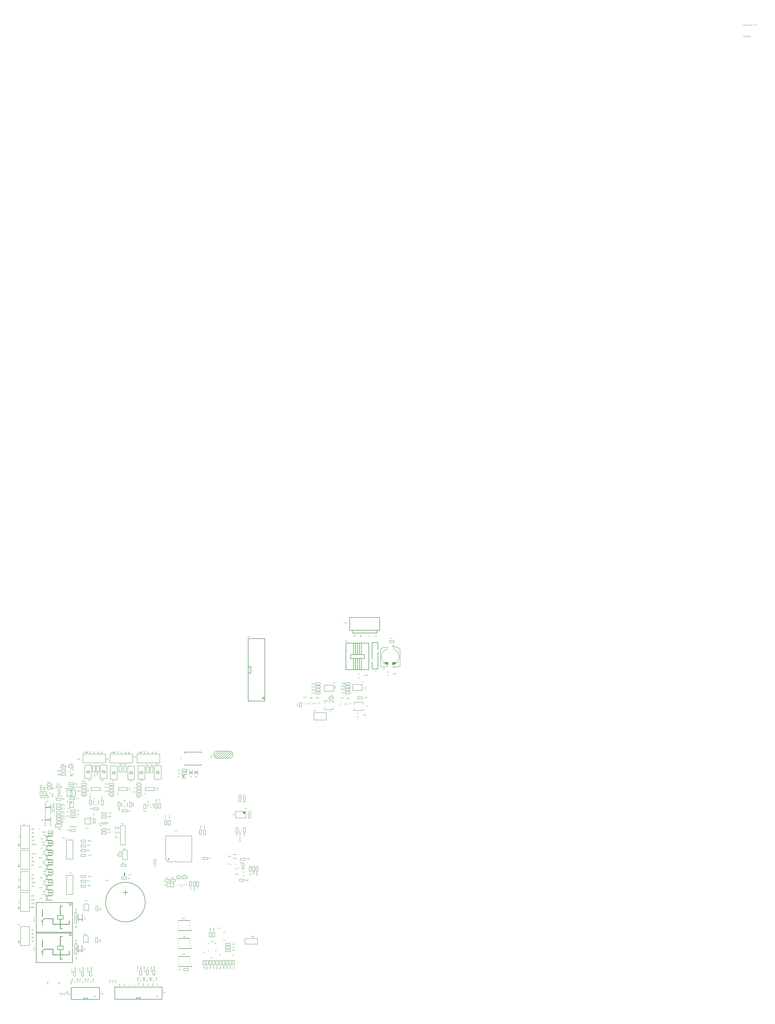
<source format=gto>
G04*
G04 #@! TF.GenerationSoftware,Altium Limited,Altium Designer,23.10.1 (27)*
G04*
G04 Layer_Color=65535*
%FSLAX44Y44*%
%MOMM*%
G71*
G04*
G04 #@! TF.SameCoordinates,15D5246E-31D4-4D40-A870-ABE906178733*
G04*
G04*
G04 #@! TF.FilePolarity,Positive*
G04*
G01*
G75*
%ADD10C,0.3000*%
%ADD11C,0.1500*%
%ADD12C,0.2000*%
%ADD13C,0.1524*%
%ADD14C,0.3607*%
%ADD15C,0.2032*%
%ADD16C,0.1800*%
%ADD17C,0.6000*%
%ADD18C,0.2500*%
%ADD19C,0.2540*%
%ADD20C,0.3988*%
%ADD21C,0.1270*%
%ADD22C,0.1252*%
%ADD23C,0.1500*%
%ADD24R,0.4200X1.3000*%
G36*
X-394081Y-1523365D02*
X-399161Y-1522349D01*
X-408940Y-1516634D01*
X-415671Y-1509903D01*
X-394081D01*
Y-1523365D01*
D02*
G37*
G36*
X-356108Y-1516888D02*
X-365252Y-1521968D01*
X-371094Y-1523492D01*
Y-1510284D01*
X-349504D01*
X-356108Y-1516888D01*
D02*
G37*
G36*
X-1612766Y-3280090D02*
X-1618766D01*
X-1615765Y-3272589D01*
X-1612766Y-3280090D01*
D02*
G37*
G36*
X-1943330Y-3281451D02*
X-1949330D01*
X-1946329Y-3273951D01*
X-1943330Y-3281451D01*
D02*
G37*
G36*
X-1577507Y-3253077D02*
X-1577439D01*
X-1577364Y-3253090D01*
X-1577270Y-3253096D01*
X-1577170Y-3253115D01*
X-1577064Y-3253134D01*
X-1576945Y-3253165D01*
X-1576826Y-3253196D01*
X-1576702Y-3253240D01*
X-1576583Y-3253290D01*
X-1576458Y-3253346D01*
X-1576339Y-3253421D01*
X-1576227Y-3253496D01*
X-1576120Y-3253590D01*
X-1576114Y-3253596D01*
X-1576095Y-3253615D01*
X-1576070Y-3253640D01*
X-1576033Y-3253683D01*
X-1575995Y-3253734D01*
X-1575945Y-3253796D01*
X-1575896Y-3253865D01*
X-1575845Y-3253946D01*
X-1575795Y-3254034D01*
X-1575746Y-3254133D01*
X-1575695Y-3254240D01*
X-1575658Y-3254352D01*
X-1575621Y-3254471D01*
X-1575596Y-3254602D01*
X-1575577Y-3254733D01*
X-1575571Y-3254877D01*
Y-3254883D01*
Y-3254896D01*
Y-3254915D01*
Y-3254946D01*
X-1575577Y-3254977D01*
Y-3255021D01*
X-1575589Y-3255121D01*
X-1575608Y-3255233D01*
X-1575639Y-3255364D01*
X-1575677Y-3255502D01*
X-1575733Y-3255645D01*
Y-3255652D01*
X-1575739Y-3255664D01*
X-1575752Y-3255683D01*
X-1575764Y-3255708D01*
X-1575783Y-3255746D01*
X-1575802Y-3255783D01*
X-1575858Y-3255883D01*
X-1575933Y-3256002D01*
X-1576027Y-3256139D01*
X-1576133Y-3256283D01*
X-1576264Y-3256439D01*
X-1576270Y-3256445D01*
X-1576283Y-3256458D01*
X-1576302Y-3256483D01*
X-1576333Y-3256514D01*
X-1576377Y-3256558D01*
X-1576427Y-3256608D01*
X-1576483Y-3256670D01*
X-1576558Y-3256733D01*
X-1576633Y-3256814D01*
X-1576727Y-3256895D01*
X-1576826Y-3256989D01*
X-1576939Y-3257095D01*
X-1577058Y-3257202D01*
X-1577189Y-3257320D01*
X-1577333Y-3257445D01*
X-1577489Y-3257576D01*
X-1577495Y-3257582D01*
X-1577520Y-3257601D01*
X-1577558Y-3257632D01*
X-1577601Y-3257676D01*
X-1577664Y-3257720D01*
X-1577726Y-3257776D01*
X-1577876Y-3257901D01*
X-1578032Y-3258039D01*
X-1578182Y-3258176D01*
X-1578251Y-3258239D01*
X-1578314Y-3258295D01*
X-1578370Y-3258351D01*
X-1578414Y-3258395D01*
X-1578420Y-3258401D01*
X-1578445Y-3258432D01*
X-1578482Y-3258476D01*
X-1578532Y-3258526D01*
X-1578582Y-3258595D01*
X-1578638Y-3258664D01*
X-1578695Y-3258738D01*
X-1578745Y-3258820D01*
X-1575564D01*
Y-3259582D01*
X-1579851D01*
Y-3259576D01*
Y-3259569D01*
Y-3259532D01*
Y-3259476D01*
X-1579844Y-3259407D01*
X-1579832Y-3259326D01*
X-1579819Y-3259232D01*
X-1579794Y-3259132D01*
X-1579763Y-3259032D01*
Y-3259026D01*
X-1579757Y-3259013D01*
X-1579745Y-3258988D01*
X-1579732Y-3258957D01*
X-1579713Y-3258920D01*
X-1579688Y-3258870D01*
X-1579632Y-3258763D01*
X-1579563Y-3258632D01*
X-1579469Y-3258488D01*
X-1579363Y-3258332D01*
X-1579238Y-3258176D01*
X-1579232Y-3258170D01*
X-1579220Y-3258157D01*
X-1579201Y-3258132D01*
X-1579170Y-3258101D01*
X-1579132Y-3258057D01*
X-1579088Y-3258014D01*
X-1579032Y-3257957D01*
X-1578970Y-3257895D01*
X-1578901Y-3257826D01*
X-1578826Y-3257751D01*
X-1578739Y-3257664D01*
X-1578645Y-3257582D01*
X-1578545Y-3257489D01*
X-1578432Y-3257395D01*
X-1578320Y-3257295D01*
X-1578195Y-3257189D01*
X-1578182Y-3257177D01*
X-1578151Y-3257151D01*
X-1578095Y-3257108D01*
X-1578026Y-3257045D01*
X-1577939Y-3256970D01*
X-1577839Y-3256889D01*
X-1577733Y-3256795D01*
X-1577620Y-3256689D01*
X-1577383Y-3256470D01*
X-1577145Y-3256245D01*
X-1577033Y-3256127D01*
X-1576933Y-3256021D01*
X-1576839Y-3255914D01*
X-1576764Y-3255814D01*
X-1576758Y-3255808D01*
X-1576745Y-3255789D01*
X-1576727Y-3255764D01*
X-1576708Y-3255727D01*
X-1576676Y-3255683D01*
X-1576645Y-3255633D01*
X-1576614Y-3255570D01*
X-1576577Y-3255502D01*
X-1576508Y-3255358D01*
X-1576445Y-3255196D01*
X-1576427Y-3255114D01*
X-1576408Y-3255027D01*
X-1576395Y-3254946D01*
X-1576389Y-3254858D01*
Y-3254852D01*
Y-3254839D01*
Y-3254814D01*
X-1576395Y-3254777D01*
X-1576402Y-3254739D01*
X-1576408Y-3254690D01*
X-1576433Y-3254577D01*
X-1576470Y-3254452D01*
X-1576533Y-3254321D01*
X-1576570Y-3254252D01*
X-1576620Y-3254183D01*
X-1576670Y-3254121D01*
X-1576733Y-3254059D01*
X-1576739Y-3254052D01*
X-1576745Y-3254046D01*
X-1576770Y-3254027D01*
X-1576795Y-3254008D01*
X-1576826Y-3253983D01*
X-1576870Y-3253958D01*
X-1576914Y-3253927D01*
X-1576970Y-3253896D01*
X-1577026Y-3253865D01*
X-1577095Y-3253834D01*
X-1577245Y-3253784D01*
X-1577420Y-3253746D01*
X-1577514Y-3253740D01*
X-1577614Y-3253734D01*
X-1577670D01*
X-1577708Y-3253740D01*
X-1577758Y-3253746D01*
X-1577814Y-3253752D01*
X-1577876Y-3253765D01*
X-1577945Y-3253777D01*
X-1578095Y-3253815D01*
X-1578245Y-3253877D01*
X-1578326Y-3253915D01*
X-1578401Y-3253965D01*
X-1578470Y-3254015D01*
X-1578539Y-3254077D01*
X-1578545Y-3254083D01*
X-1578551Y-3254096D01*
X-1578570Y-3254115D01*
X-1578595Y-3254140D01*
X-1578620Y-3254177D01*
X-1578645Y-3254214D01*
X-1578676Y-3254265D01*
X-1578707Y-3254327D01*
X-1578745Y-3254390D01*
X-1578776Y-3254458D01*
X-1578801Y-3254539D01*
X-1578826Y-3254621D01*
X-1578851Y-3254714D01*
X-1578870Y-3254814D01*
X-1578876Y-3254915D01*
X-1578882Y-3255027D01*
X-1579701Y-3254946D01*
Y-3254933D01*
X-1579695Y-3254908D01*
X-1579688Y-3254858D01*
X-1579682Y-3254796D01*
X-1579663Y-3254721D01*
X-1579644Y-3254633D01*
X-1579619Y-3254533D01*
X-1579588Y-3254427D01*
X-1579557Y-3254321D01*
X-1579513Y-3254202D01*
X-1579457Y-3254090D01*
X-1579401Y-3253971D01*
X-1579332Y-3253859D01*
X-1579257Y-3253752D01*
X-1579170Y-3253646D01*
X-1579070Y-3253552D01*
X-1579063Y-3253546D01*
X-1579045Y-3253534D01*
X-1579013Y-3253509D01*
X-1578970Y-3253477D01*
X-1578913Y-3253440D01*
X-1578845Y-3253402D01*
X-1578770Y-3253358D01*
X-1578676Y-3253309D01*
X-1578576Y-3253265D01*
X-1578470Y-3253221D01*
X-1578345Y-3253184D01*
X-1578214Y-3253146D01*
X-1578076Y-3253115D01*
X-1577926Y-3253090D01*
X-1577764Y-3253077D01*
X-1577595Y-3253071D01*
X-1577551D01*
X-1577507Y-3253077D01*
D02*
G37*
G36*
X-1582731Y-3253102D02*
X-1582663D01*
X-1582500Y-3253109D01*
X-1582338Y-3253121D01*
X-1582181Y-3253140D01*
X-1582106Y-3253146D01*
X-1582038Y-3253159D01*
X-1582031D01*
X-1582019Y-3253165D01*
X-1581994D01*
X-1581956Y-3253177D01*
X-1581919Y-3253184D01*
X-1581869Y-3253196D01*
X-1581756Y-3253228D01*
X-1581631Y-3253271D01*
X-1581500Y-3253321D01*
X-1581363Y-3253390D01*
X-1581238Y-3253465D01*
X-1581232D01*
X-1581225Y-3253477D01*
X-1581207Y-3253490D01*
X-1581182Y-3253509D01*
X-1581125Y-3253558D01*
X-1581050Y-3253627D01*
X-1580969Y-3253715D01*
X-1580882Y-3253827D01*
X-1580794Y-3253952D01*
X-1580719Y-3254096D01*
Y-3254102D01*
X-1580713Y-3254115D01*
X-1580701Y-3254133D01*
X-1580688Y-3254165D01*
X-1580676Y-3254202D01*
X-1580657Y-3254246D01*
X-1580638Y-3254296D01*
X-1580619Y-3254358D01*
X-1580582Y-3254490D01*
X-1580551Y-3254633D01*
X-1580526Y-3254802D01*
X-1580519Y-3254977D01*
Y-3254983D01*
Y-3255014D01*
X-1580526Y-3255058D01*
Y-3255114D01*
X-1580538Y-3255183D01*
X-1580544Y-3255271D01*
X-1580563Y-3255358D01*
X-1580588Y-3255458D01*
X-1580613Y-3255570D01*
X-1580650Y-3255683D01*
X-1580694Y-3255796D01*
X-1580744Y-3255914D01*
X-1580807Y-3256033D01*
X-1580875Y-3256152D01*
X-1580957Y-3256264D01*
X-1581050Y-3256377D01*
X-1581057Y-3256383D01*
X-1581075Y-3256402D01*
X-1581107Y-3256427D01*
X-1581157Y-3256464D01*
X-1581213Y-3256508D01*
X-1581288Y-3256558D01*
X-1581382Y-3256608D01*
X-1581481Y-3256658D01*
X-1581606Y-3256714D01*
X-1581744Y-3256764D01*
X-1581900Y-3256814D01*
X-1582075Y-3256858D01*
X-1582263Y-3256895D01*
X-1582475Y-3256920D01*
X-1582700Y-3256939D01*
X-1582950Y-3256945D01*
X-1584612D01*
Y-3259582D01*
X-1585468D01*
Y-3253096D01*
X-1582800D01*
X-1582731Y-3253102D01*
D02*
G37*
G36*
X-1905522Y-3261205D02*
X-1905465Y-3261212D01*
X-1905403Y-3261218D01*
X-1905328Y-3261230D01*
X-1905247Y-3261243D01*
X-1905072Y-3261281D01*
X-1904878Y-3261343D01*
X-1904778Y-3261380D01*
X-1904678Y-3261430D01*
X-1904578Y-3261480D01*
X-1904478Y-3261543D01*
X-1904472Y-3261549D01*
X-1904453Y-3261555D01*
X-1904428Y-3261580D01*
X-1904391Y-3261605D01*
X-1904347Y-3261643D01*
X-1904297Y-3261680D01*
X-1904241Y-3261730D01*
X-1904178Y-3261793D01*
X-1904116Y-3261855D01*
X-1904053Y-3261930D01*
X-1903984Y-3262005D01*
X-1903922Y-3262093D01*
X-1903853Y-3262186D01*
X-1903791Y-3262286D01*
X-1903734Y-3262399D01*
X-1903678Y-3262511D01*
X-1903672Y-3262518D01*
X-1903666Y-3262543D01*
X-1903653Y-3262580D01*
X-1903634Y-3262630D01*
X-1903616Y-3262693D01*
X-1903591Y-3262774D01*
X-1903566Y-3262867D01*
X-1903541Y-3262974D01*
X-1903516Y-3263099D01*
X-1903491Y-3263236D01*
X-1903466Y-3263386D01*
X-1903447Y-3263549D01*
X-1903428Y-3263723D01*
X-1903416Y-3263917D01*
X-1903403Y-3264117D01*
Y-3264336D01*
Y-3264342D01*
Y-3264348D01*
Y-3264367D01*
Y-3264392D01*
Y-3264455D01*
X-1903410Y-3264542D01*
Y-3264648D01*
X-1903416Y-3264767D01*
X-1903428Y-3264904D01*
X-1903434Y-3265048D01*
X-1903453Y-3265204D01*
X-1903472Y-3265367D01*
X-1903522Y-3265698D01*
X-1903553Y-3265861D01*
X-1903584Y-3266017D01*
X-1903628Y-3266173D01*
X-1903678Y-3266317D01*
Y-3266323D01*
X-1903691Y-3266348D01*
X-1903703Y-3266385D01*
X-1903728Y-3266435D01*
X-1903759Y-3266498D01*
X-1903791Y-3266566D01*
X-1903834Y-3266648D01*
X-1903878Y-3266729D01*
X-1903991Y-3266910D01*
X-1904128Y-3267098D01*
X-1904291Y-3267273D01*
X-1904384Y-3267360D01*
X-1904478Y-3267435D01*
X-1904484Y-3267441D01*
X-1904503Y-3267454D01*
X-1904534Y-3267473D01*
X-1904572Y-3267491D01*
X-1904622Y-3267523D01*
X-1904684Y-3267554D01*
X-1904753Y-3267591D01*
X-1904834Y-3267622D01*
X-1904922Y-3267660D01*
X-1905015Y-3267697D01*
X-1905122Y-3267729D01*
X-1905228Y-3267754D01*
X-1905347Y-3267779D01*
X-1905465Y-3267798D01*
X-1905596Y-3267810D01*
X-1905728Y-3267816D01*
X-1905803D01*
X-1905853Y-3267810D01*
X-1905921Y-3267804D01*
X-1905996Y-3267791D01*
X-1906078Y-3267779D01*
X-1906171Y-3267766D01*
X-1906365Y-3267716D01*
X-1906471Y-3267679D01*
X-1906571Y-3267641D01*
X-1906678Y-3267591D01*
X-1906777Y-3267535D01*
X-1906877Y-3267473D01*
X-1906971Y-3267397D01*
X-1906977Y-3267391D01*
X-1906990Y-3267379D01*
X-1907015Y-3267354D01*
X-1907046Y-3267316D01*
X-1907084Y-3267273D01*
X-1907127Y-3267223D01*
X-1907177Y-3267160D01*
X-1907221Y-3267091D01*
X-1907271Y-3267010D01*
X-1907321Y-3266917D01*
X-1907371Y-3266823D01*
X-1907415Y-3266717D01*
X-1907458Y-3266598D01*
X-1907496Y-3266473D01*
X-1907521Y-3266342D01*
X-1907546Y-3266204D01*
X-1906784Y-3266135D01*
Y-3266142D01*
X-1906777Y-3266160D01*
X-1906771Y-3266185D01*
X-1906765Y-3266223D01*
X-1906752Y-3266266D01*
X-1906740Y-3266323D01*
X-1906703Y-3266435D01*
X-1906653Y-3266566D01*
X-1906590Y-3266698D01*
X-1906509Y-3266816D01*
X-1906465Y-3266873D01*
X-1906415Y-3266923D01*
X-1906409D01*
X-1906402Y-3266935D01*
X-1906365Y-3266960D01*
X-1906303Y-3266998D01*
X-1906221Y-3267041D01*
X-1906121Y-3267085D01*
X-1906003Y-3267123D01*
X-1905865Y-3267148D01*
X-1905709Y-3267160D01*
X-1905647D01*
X-1905578Y-3267154D01*
X-1905490Y-3267141D01*
X-1905390Y-3267123D01*
X-1905284Y-3267091D01*
X-1905172Y-3267054D01*
X-1905065Y-3266998D01*
X-1905059D01*
X-1905053Y-3266991D01*
X-1905015Y-3266966D01*
X-1904965Y-3266929D01*
X-1904903Y-3266879D01*
X-1904828Y-3266816D01*
X-1904753Y-3266735D01*
X-1904678Y-3266648D01*
X-1904609Y-3266548D01*
Y-3266541D01*
X-1904603Y-3266535D01*
X-1904590Y-3266517D01*
X-1904578Y-3266498D01*
X-1904547Y-3266435D01*
X-1904509Y-3266348D01*
X-1904459Y-3266241D01*
X-1904409Y-3266111D01*
X-1904359Y-3265960D01*
X-1904316Y-3265792D01*
Y-3265786D01*
X-1904309Y-3265773D01*
X-1904303Y-3265742D01*
X-1904297Y-3265710D01*
X-1904291Y-3265667D01*
X-1904278Y-3265617D01*
X-1904266Y-3265554D01*
X-1904253Y-3265492D01*
X-1904234Y-3265342D01*
X-1904216Y-3265179D01*
X-1904203Y-3265004D01*
X-1904197Y-3264817D01*
Y-3264804D01*
Y-3264779D01*
Y-3264730D01*
Y-3264667D01*
X-1904209Y-3264680D01*
X-1904222Y-3264698D01*
X-1904241Y-3264723D01*
X-1904297Y-3264792D01*
X-1904372Y-3264879D01*
X-1904465Y-3264979D01*
X-1904578Y-3265079D01*
X-1904709Y-3265186D01*
X-1904853Y-3265280D01*
X-1904859D01*
X-1904872Y-3265292D01*
X-1904897Y-3265298D01*
X-1904922Y-3265317D01*
X-1904965Y-3265336D01*
X-1905009Y-3265354D01*
X-1905059Y-3265373D01*
X-1905122Y-3265392D01*
X-1905253Y-3265435D01*
X-1905403Y-3265473D01*
X-1905571Y-3265498D01*
X-1905746Y-3265511D01*
X-1905784D01*
X-1905821Y-3265504D01*
X-1905884D01*
X-1905953Y-3265492D01*
X-1906028Y-3265479D01*
X-1906121Y-3265461D01*
X-1906221Y-3265435D01*
X-1906321Y-3265404D01*
X-1906434Y-3265367D01*
X-1906546Y-3265323D01*
X-1906659Y-3265267D01*
X-1906777Y-3265198D01*
X-1906890Y-3265123D01*
X-1907002Y-3265029D01*
X-1907109Y-3264930D01*
X-1907115Y-3264923D01*
X-1907134Y-3264904D01*
X-1907159Y-3264867D01*
X-1907196Y-3264823D01*
X-1907240Y-3264767D01*
X-1907284Y-3264692D01*
X-1907334Y-3264611D01*
X-1907384Y-3264517D01*
X-1907440Y-3264417D01*
X-1907490Y-3264298D01*
X-1907534Y-3264173D01*
X-1907577Y-3264036D01*
X-1907615Y-3263886D01*
X-1907640Y-3263730D01*
X-1907659Y-3263567D01*
X-1907665Y-3263392D01*
Y-3263380D01*
Y-3263349D01*
X-1907659Y-3263299D01*
Y-3263230D01*
X-1907646Y-3263142D01*
X-1907634Y-3263049D01*
X-1907615Y-3262943D01*
X-1907590Y-3262824D01*
X-1907558Y-3262699D01*
X-1907521Y-3262574D01*
X-1907477Y-3262437D01*
X-1907421Y-3262305D01*
X-1907352Y-3262174D01*
X-1907277Y-3262043D01*
X-1907184Y-3261924D01*
X-1907084Y-3261805D01*
X-1907077Y-3261799D01*
X-1907059Y-3261780D01*
X-1907021Y-3261749D01*
X-1906977Y-3261711D01*
X-1906921Y-3261661D01*
X-1906852Y-3261612D01*
X-1906771Y-3261562D01*
X-1906684Y-3261499D01*
X-1906584Y-3261443D01*
X-1906471Y-3261393D01*
X-1906353Y-3261337D01*
X-1906221Y-3261293D01*
X-1906084Y-3261255D01*
X-1905940Y-3261224D01*
X-1905790Y-3261205D01*
X-1905628Y-3261199D01*
X-1905565D01*
X-1905522Y-3261205D01*
D02*
G37*
G36*
X-1910645Y-3261230D02*
X-1910576D01*
X-1910414Y-3261237D01*
X-1910252Y-3261249D01*
X-1910095Y-3261268D01*
X-1910020Y-3261274D01*
X-1909952Y-3261287D01*
X-1909945D01*
X-1909933Y-3261293D01*
X-1909908D01*
X-1909870Y-3261306D01*
X-1909833Y-3261312D01*
X-1909783Y-3261324D01*
X-1909671Y-3261355D01*
X-1909545Y-3261399D01*
X-1909414Y-3261449D01*
X-1909277Y-3261518D01*
X-1909152Y-3261593D01*
X-1909146D01*
X-1909139Y-3261605D01*
X-1909121Y-3261618D01*
X-1909096Y-3261637D01*
X-1909039Y-3261686D01*
X-1908964Y-3261755D01*
X-1908883Y-3261843D01*
X-1908796Y-3261955D01*
X-1908708Y-3262080D01*
X-1908633Y-3262224D01*
Y-3262230D01*
X-1908627Y-3262243D01*
X-1908615Y-3262261D01*
X-1908602Y-3262292D01*
X-1908589Y-3262330D01*
X-1908571Y-3262374D01*
X-1908552Y-3262424D01*
X-1908533Y-3262486D01*
X-1908496Y-3262617D01*
X-1908465Y-3262761D01*
X-1908439Y-3262930D01*
X-1908433Y-3263105D01*
Y-3263111D01*
Y-3263142D01*
X-1908439Y-3263186D01*
Y-3263242D01*
X-1908452Y-3263311D01*
X-1908458Y-3263399D01*
X-1908477Y-3263486D01*
X-1908502Y-3263586D01*
X-1908527Y-3263698D01*
X-1908564Y-3263811D01*
X-1908608Y-3263924D01*
X-1908658Y-3264042D01*
X-1908721Y-3264161D01*
X-1908789Y-3264279D01*
X-1908871Y-3264392D01*
X-1908964Y-3264505D01*
X-1908971Y-3264511D01*
X-1908989Y-3264530D01*
X-1909021Y-3264555D01*
X-1909071Y-3264592D01*
X-1909127Y-3264636D01*
X-1909202Y-3264686D01*
X-1909296Y-3264736D01*
X-1909395Y-3264786D01*
X-1909521Y-3264842D01*
X-1909658Y-3264892D01*
X-1909814Y-3264942D01*
X-1909989Y-3264986D01*
X-1910177Y-3265023D01*
X-1910389Y-3265048D01*
X-1910614Y-3265067D01*
X-1910864Y-3265073D01*
X-1912526D01*
Y-3267710D01*
X-1913382D01*
Y-3261224D01*
X-1910714D01*
X-1910645Y-3261230D01*
D02*
G37*
G36*
X-2085296Y-2284049D02*
Y-2284062D01*
Y-2284093D01*
Y-2284143D01*
X-2085302Y-2284212D01*
Y-2284293D01*
X-2085308Y-2284387D01*
X-2085315Y-2284493D01*
X-2085321Y-2284606D01*
X-2085333Y-2284731D01*
X-2085352Y-2284855D01*
X-2085390Y-2285112D01*
X-2085446Y-2285368D01*
X-2085483Y-2285486D01*
X-2085521Y-2285599D01*
Y-2285605D01*
X-2085533Y-2285624D01*
X-2085546Y-2285655D01*
X-2085565Y-2285693D01*
X-2085590Y-2285743D01*
X-2085621Y-2285799D01*
X-2085658Y-2285861D01*
X-2085702Y-2285930D01*
X-2085752Y-2286005D01*
X-2085815Y-2286080D01*
X-2085877Y-2286155D01*
X-2085952Y-2286236D01*
X-2086033Y-2286318D01*
X-2086121Y-2286393D01*
X-2086214Y-2286467D01*
X-2086321Y-2286536D01*
X-2086327Y-2286543D01*
X-2086346Y-2286549D01*
X-2086377Y-2286568D01*
X-2086427Y-2286593D01*
X-2086483Y-2286617D01*
X-2086552Y-2286649D01*
X-2086633Y-2286680D01*
X-2086727Y-2286711D01*
X-2086827Y-2286749D01*
X-2086939Y-2286780D01*
X-2087064Y-2286811D01*
X-2087202Y-2286836D01*
X-2087345Y-2286861D01*
X-2087502Y-2286880D01*
X-2087664Y-2286886D01*
X-2087833Y-2286892D01*
X-2087920D01*
X-2087983Y-2286886D01*
X-2088064Y-2286880D01*
X-2088151Y-2286874D01*
X-2088251Y-2286867D01*
X-2088364Y-2286855D01*
X-2088476Y-2286836D01*
X-2088595Y-2286817D01*
X-2088845Y-2286761D01*
X-2088970Y-2286724D01*
X-2089095Y-2286680D01*
X-2089214Y-2286636D01*
X-2089326Y-2286580D01*
X-2089332Y-2286574D01*
X-2089351Y-2286568D01*
X-2089382Y-2286549D01*
X-2089420Y-2286524D01*
X-2089470Y-2286486D01*
X-2089520Y-2286449D01*
X-2089582Y-2286405D01*
X-2089645Y-2286349D01*
X-2089713Y-2286286D01*
X-2089782Y-2286224D01*
X-2089851Y-2286149D01*
X-2089913Y-2286068D01*
X-2089982Y-2285980D01*
X-2090045Y-2285880D01*
X-2090101Y-2285780D01*
X-2090151Y-2285674D01*
Y-2285668D01*
X-2090163Y-2285649D01*
X-2090176Y-2285612D01*
X-2090188Y-2285568D01*
X-2090207Y-2285505D01*
X-2090226Y-2285430D01*
X-2090251Y-2285349D01*
X-2090270Y-2285249D01*
X-2090295Y-2285137D01*
X-2090320Y-2285018D01*
X-2090338Y-2284880D01*
X-2090357Y-2284737D01*
X-2090370Y-2284581D01*
X-2090382Y-2284418D01*
X-2090395Y-2284237D01*
Y-2284049D01*
Y-2280300D01*
X-2089539D01*
Y-2284043D01*
Y-2284056D01*
Y-2284081D01*
Y-2284124D01*
Y-2284181D01*
X-2089532Y-2284249D01*
Y-2284331D01*
X-2089526Y-2284418D01*
X-2089520Y-2284512D01*
X-2089501Y-2284718D01*
X-2089470Y-2284924D01*
X-2089457Y-2285024D01*
X-2089432Y-2285118D01*
X-2089407Y-2285205D01*
X-2089382Y-2285287D01*
Y-2285293D01*
X-2089376Y-2285305D01*
X-2089364Y-2285324D01*
X-2089351Y-2285355D01*
X-2089314Y-2285424D01*
X-2089257Y-2285511D01*
X-2089182Y-2285612D01*
X-2089089Y-2285718D01*
X-2088976Y-2285818D01*
X-2088845Y-2285905D01*
X-2088839D01*
X-2088826Y-2285911D01*
X-2088808Y-2285924D01*
X-2088776Y-2285936D01*
X-2088739Y-2285955D01*
X-2088695Y-2285974D01*
X-2088645Y-2285993D01*
X-2088583Y-2286011D01*
X-2088520Y-2286030D01*
X-2088451Y-2286049D01*
X-2088289Y-2286086D01*
X-2088108Y-2286111D01*
X-2087908Y-2286118D01*
X-2087820D01*
X-2087751Y-2286111D01*
X-2087677Y-2286105D01*
X-2087583Y-2286093D01*
X-2087489Y-2286080D01*
X-2087383Y-2286061D01*
X-2087158Y-2286011D01*
X-2087045Y-2285980D01*
X-2086939Y-2285936D01*
X-2086833Y-2285886D01*
X-2086733Y-2285830D01*
X-2086639Y-2285768D01*
X-2086558Y-2285693D01*
X-2086552Y-2285686D01*
X-2086539Y-2285674D01*
X-2086521Y-2285643D01*
X-2086496Y-2285605D01*
X-2086464Y-2285555D01*
X-2086427Y-2285493D01*
X-2086396Y-2285418D01*
X-2086352Y-2285324D01*
X-2086314Y-2285218D01*
X-2086283Y-2285099D01*
X-2086246Y-2284968D01*
X-2086214Y-2284812D01*
X-2086189Y-2284649D01*
X-2086171Y-2284462D01*
X-2086158Y-2284262D01*
X-2086152Y-2284043D01*
Y-2280300D01*
X-2085296D01*
Y-2284049D01*
D02*
G37*
G36*
X-2081947Y-2280282D02*
X-2081878D01*
X-2081803Y-2280294D01*
X-2081709Y-2280300D01*
X-2081609Y-2280319D01*
X-2081503Y-2280338D01*
X-2081384Y-2280369D01*
X-2081266Y-2280400D01*
X-2081141Y-2280444D01*
X-2081022Y-2280494D01*
X-2080897Y-2280550D01*
X-2080778Y-2280625D01*
X-2080666Y-2280700D01*
X-2080560Y-2280794D01*
X-2080553Y-2280800D01*
X-2080535Y-2280819D01*
X-2080510Y-2280844D01*
X-2080472Y-2280888D01*
X-2080435Y-2280938D01*
X-2080385Y-2281000D01*
X-2080335Y-2281069D01*
X-2080285Y-2281150D01*
X-2080235Y-2281238D01*
X-2080185Y-2281338D01*
X-2080135Y-2281444D01*
X-2080097Y-2281556D01*
X-2080060Y-2281675D01*
X-2080035Y-2281806D01*
X-2080016Y-2281937D01*
X-2080010Y-2282081D01*
Y-2282087D01*
Y-2282100D01*
Y-2282119D01*
Y-2282150D01*
X-2080016Y-2282181D01*
Y-2282225D01*
X-2080029Y-2282325D01*
X-2080047Y-2282437D01*
X-2080078Y-2282569D01*
X-2080116Y-2282706D01*
X-2080172Y-2282850D01*
Y-2282856D01*
X-2080179Y-2282868D01*
X-2080191Y-2282887D01*
X-2080204Y-2282912D01*
X-2080222Y-2282950D01*
X-2080241Y-2282987D01*
X-2080297Y-2283087D01*
X-2080372Y-2283206D01*
X-2080466Y-2283343D01*
X-2080572Y-2283487D01*
X-2080703Y-2283643D01*
X-2080710Y-2283649D01*
X-2080722Y-2283662D01*
X-2080741Y-2283687D01*
X-2080772Y-2283718D01*
X-2080816Y-2283762D01*
X-2080866Y-2283812D01*
X-2080922Y-2283874D01*
X-2080997Y-2283937D01*
X-2081072Y-2284018D01*
X-2081166Y-2284099D01*
X-2081266Y-2284193D01*
X-2081378Y-2284299D01*
X-2081497Y-2284406D01*
X-2081628Y-2284524D01*
X-2081772Y-2284649D01*
X-2081928Y-2284780D01*
X-2081934Y-2284787D01*
X-2081959Y-2284805D01*
X-2081997Y-2284837D01*
X-2082041Y-2284880D01*
X-2082103Y-2284924D01*
X-2082166Y-2284980D01*
X-2082315Y-2285105D01*
X-2082472Y-2285243D01*
X-2082622Y-2285380D01*
X-2082690Y-2285443D01*
X-2082753Y-2285499D01*
X-2082809Y-2285555D01*
X-2082853Y-2285599D01*
X-2082859Y-2285605D01*
X-2082884Y-2285636D01*
X-2082921Y-2285680D01*
X-2082971Y-2285730D01*
X-2083022Y-2285799D01*
X-2083078Y-2285868D01*
X-2083134Y-2285943D01*
X-2083184Y-2286024D01*
X-2080004D01*
Y-2286786D01*
X-2084290D01*
Y-2286780D01*
Y-2286774D01*
Y-2286736D01*
Y-2286680D01*
X-2084284Y-2286611D01*
X-2084271Y-2286530D01*
X-2084259Y-2286436D01*
X-2084234Y-2286336D01*
X-2084202Y-2286236D01*
Y-2286230D01*
X-2084196Y-2286218D01*
X-2084184Y-2286193D01*
X-2084171Y-2286161D01*
X-2084152Y-2286124D01*
X-2084128Y-2286074D01*
X-2084071Y-2285968D01*
X-2084003Y-2285836D01*
X-2083909Y-2285693D01*
X-2083802Y-2285536D01*
X-2083678Y-2285380D01*
X-2083671Y-2285374D01*
X-2083659Y-2285361D01*
X-2083640Y-2285337D01*
X-2083609Y-2285305D01*
X-2083571Y-2285262D01*
X-2083528Y-2285218D01*
X-2083471Y-2285162D01*
X-2083409Y-2285099D01*
X-2083340Y-2285030D01*
X-2083265Y-2284955D01*
X-2083178Y-2284868D01*
X-2083084Y-2284787D01*
X-2082984Y-2284693D01*
X-2082872Y-2284599D01*
X-2082759Y-2284499D01*
X-2082634Y-2284393D01*
X-2082622Y-2284380D01*
X-2082590Y-2284356D01*
X-2082534Y-2284312D01*
X-2082465Y-2284249D01*
X-2082378Y-2284174D01*
X-2082278Y-2284093D01*
X-2082172Y-2283999D01*
X-2082059Y-2283893D01*
X-2081822Y-2283674D01*
X-2081584Y-2283450D01*
X-2081472Y-2283331D01*
X-2081372Y-2283225D01*
X-2081278Y-2283118D01*
X-2081203Y-2283018D01*
X-2081197Y-2283012D01*
X-2081185Y-2282993D01*
X-2081166Y-2282968D01*
X-2081147Y-2282931D01*
X-2081116Y-2282887D01*
X-2081084Y-2282837D01*
X-2081053Y-2282775D01*
X-2081016Y-2282706D01*
X-2080947Y-2282562D01*
X-2080885Y-2282400D01*
X-2080866Y-2282319D01*
X-2080847Y-2282231D01*
X-2080835Y-2282150D01*
X-2080828Y-2282062D01*
Y-2282056D01*
Y-2282044D01*
Y-2282019D01*
X-2080835Y-2281981D01*
X-2080841Y-2281944D01*
X-2080847Y-2281894D01*
X-2080872Y-2281781D01*
X-2080909Y-2281656D01*
X-2080972Y-2281525D01*
X-2081010Y-2281456D01*
X-2081060Y-2281388D01*
X-2081109Y-2281325D01*
X-2081172Y-2281263D01*
X-2081178Y-2281256D01*
X-2081185Y-2281250D01*
X-2081210Y-2281231D01*
X-2081234Y-2281213D01*
X-2081266Y-2281188D01*
X-2081309Y-2281163D01*
X-2081353Y-2281131D01*
X-2081409Y-2281100D01*
X-2081466Y-2281069D01*
X-2081534Y-2281038D01*
X-2081684Y-2280988D01*
X-2081859Y-2280950D01*
X-2081953Y-2280944D01*
X-2082053Y-2280938D01*
X-2082109D01*
X-2082147Y-2280944D01*
X-2082197Y-2280950D01*
X-2082253Y-2280956D01*
X-2082315Y-2280969D01*
X-2082384Y-2280981D01*
X-2082534Y-2281019D01*
X-2082684Y-2281081D01*
X-2082765Y-2281119D01*
X-2082840Y-2281169D01*
X-2082909Y-2281219D01*
X-2082978Y-2281281D01*
X-2082984Y-2281288D01*
X-2082990Y-2281300D01*
X-2083009Y-2281319D01*
X-2083034Y-2281344D01*
X-2083059Y-2281381D01*
X-2083084Y-2281419D01*
X-2083115Y-2281469D01*
X-2083147Y-2281531D01*
X-2083184Y-2281594D01*
X-2083215Y-2281662D01*
X-2083240Y-2281744D01*
X-2083265Y-2281825D01*
X-2083290Y-2281919D01*
X-2083309Y-2282019D01*
X-2083315Y-2282119D01*
X-2083321Y-2282231D01*
X-2084140Y-2282150D01*
Y-2282137D01*
X-2084134Y-2282112D01*
X-2084128Y-2282062D01*
X-2084121Y-2282000D01*
X-2084102Y-2281925D01*
X-2084084Y-2281837D01*
X-2084059Y-2281738D01*
X-2084028Y-2281631D01*
X-2083996Y-2281525D01*
X-2083952Y-2281406D01*
X-2083896Y-2281294D01*
X-2083840Y-2281175D01*
X-2083771Y-2281063D01*
X-2083696Y-2280956D01*
X-2083609Y-2280850D01*
X-2083509Y-2280757D01*
X-2083503Y-2280750D01*
X-2083484Y-2280738D01*
X-2083453Y-2280713D01*
X-2083409Y-2280681D01*
X-2083353Y-2280644D01*
X-2083284Y-2280607D01*
X-2083209Y-2280563D01*
X-2083115Y-2280513D01*
X-2083015Y-2280469D01*
X-2082909Y-2280425D01*
X-2082784Y-2280388D01*
X-2082653Y-2280350D01*
X-2082515Y-2280319D01*
X-2082365Y-2280294D01*
X-2082203Y-2280282D01*
X-2082034Y-2280275D01*
X-2081991D01*
X-2081947Y-2280282D01*
D02*
G37*
G36*
X-1990067Y-2389326D02*
Y-2389339D01*
Y-2389370D01*
Y-2389420D01*
X-1990073Y-2389489D01*
Y-2389570D01*
X-1990079Y-2389664D01*
X-1990085Y-2389770D01*
X-1990092Y-2389883D01*
X-1990104Y-2390007D01*
X-1990123Y-2390132D01*
X-1990160Y-2390389D01*
X-1990217Y-2390645D01*
X-1990254Y-2390764D01*
X-1990292Y-2390876D01*
Y-2390882D01*
X-1990304Y-2390901D01*
X-1990317Y-2390932D01*
X-1990335Y-2390970D01*
X-1990360Y-2391020D01*
X-1990392Y-2391076D01*
X-1990429Y-2391138D01*
X-1990473Y-2391207D01*
X-1990523Y-2391282D01*
X-1990585Y-2391357D01*
X-1990648Y-2391432D01*
X-1990723Y-2391513D01*
X-1990804Y-2391595D01*
X-1990891Y-2391670D01*
X-1990985Y-2391745D01*
X-1991091Y-2391813D01*
X-1991098Y-2391819D01*
X-1991116Y-2391826D01*
X-1991148Y-2391844D01*
X-1991198Y-2391870D01*
X-1991254Y-2391895D01*
X-1991323Y-2391926D01*
X-1991404Y-2391957D01*
X-1991497Y-2391988D01*
X-1991597Y-2392026D01*
X-1991710Y-2392057D01*
X-1991835Y-2392088D01*
X-1991972Y-2392113D01*
X-1992116Y-2392138D01*
X-1992272Y-2392157D01*
X-1992435Y-2392163D01*
X-1992603Y-2392169D01*
X-1992691D01*
X-1992753Y-2392163D01*
X-1992835Y-2392157D01*
X-1992922Y-2392151D01*
X-1993022Y-2392144D01*
X-1993135Y-2392132D01*
X-1993247Y-2392113D01*
X-1993366Y-2392095D01*
X-1993616Y-2392038D01*
X-1993741Y-2392001D01*
X-1993866Y-2391957D01*
X-1993984Y-2391913D01*
X-1994097Y-2391857D01*
X-1994103Y-2391851D01*
X-1994122Y-2391844D01*
X-1994153Y-2391826D01*
X-1994191Y-2391801D01*
X-1994241Y-2391763D01*
X-1994291Y-2391726D01*
X-1994353Y-2391682D01*
X-1994415Y-2391626D01*
X-1994484Y-2391563D01*
X-1994553Y-2391501D01*
X-1994622Y-2391426D01*
X-1994684Y-2391345D01*
X-1994753Y-2391257D01*
X-1994815Y-2391157D01*
X-1994872Y-2391057D01*
X-1994922Y-2390951D01*
Y-2390945D01*
X-1994934Y-2390926D01*
X-1994947Y-2390889D01*
X-1994959Y-2390845D01*
X-1994978Y-2390782D01*
X-1994997Y-2390707D01*
X-1995022Y-2390626D01*
X-1995040Y-2390526D01*
X-1995065Y-2390414D01*
X-1995090Y-2390295D01*
X-1995109Y-2390157D01*
X-1995128Y-2390014D01*
X-1995140Y-2389857D01*
X-1995153Y-2389695D01*
X-1995165Y-2389514D01*
Y-2389326D01*
Y-2385577D01*
X-1994309D01*
Y-2389320D01*
Y-2389333D01*
Y-2389358D01*
Y-2389401D01*
Y-2389458D01*
X-1994303Y-2389526D01*
Y-2389608D01*
X-1994297Y-2389695D01*
X-1994291Y-2389789D01*
X-1994272Y-2389995D01*
X-1994241Y-2390201D01*
X-1994228Y-2390301D01*
X-1994203Y-2390395D01*
X-1994178Y-2390482D01*
X-1994153Y-2390564D01*
Y-2390570D01*
X-1994147Y-2390582D01*
X-1994134Y-2390601D01*
X-1994122Y-2390632D01*
X-1994084Y-2390701D01*
X-1994028Y-2390789D01*
X-1993953Y-2390889D01*
X-1993859Y-2390995D01*
X-1993747Y-2391095D01*
X-1993616Y-2391182D01*
X-1993609D01*
X-1993597Y-2391188D01*
X-1993578Y-2391201D01*
X-1993547Y-2391213D01*
X-1993510Y-2391232D01*
X-1993466Y-2391251D01*
X-1993416Y-2391270D01*
X-1993353Y-2391288D01*
X-1993291Y-2391307D01*
X-1993222Y-2391326D01*
X-1993060Y-2391363D01*
X-1992878Y-2391388D01*
X-1992679Y-2391395D01*
X-1992591D01*
X-1992522Y-2391388D01*
X-1992447Y-2391382D01*
X-1992354Y-2391370D01*
X-1992260Y-2391357D01*
X-1992154Y-2391338D01*
X-1991929Y-2391288D01*
X-1991816Y-2391257D01*
X-1991710Y-2391213D01*
X-1991604Y-2391163D01*
X-1991504Y-2391107D01*
X-1991410Y-2391045D01*
X-1991329Y-2390970D01*
X-1991323Y-2390963D01*
X-1991310Y-2390951D01*
X-1991291Y-2390920D01*
X-1991266Y-2390882D01*
X-1991235Y-2390832D01*
X-1991198Y-2390770D01*
X-1991166Y-2390695D01*
X-1991123Y-2390601D01*
X-1991085Y-2390495D01*
X-1991054Y-2390376D01*
X-1991016Y-2390245D01*
X-1990985Y-2390089D01*
X-1990960Y-2389926D01*
X-1990941Y-2389739D01*
X-1990929Y-2389539D01*
X-1990923Y-2389320D01*
Y-2385577D01*
X-1990067D01*
Y-2389326D01*
D02*
G37*
G36*
X-1981681Y-2385559D02*
X-1981613D01*
X-1981538Y-2385571D01*
X-1981444Y-2385577D01*
X-1981344Y-2385596D01*
X-1981238Y-2385615D01*
X-1981119Y-2385646D01*
X-1981000Y-2385677D01*
X-1980875Y-2385721D01*
X-1980757Y-2385771D01*
X-1980632Y-2385827D01*
X-1980513Y-2385902D01*
X-1980400Y-2385977D01*
X-1980294Y-2386071D01*
X-1980288Y-2386077D01*
X-1980269Y-2386096D01*
X-1980244Y-2386121D01*
X-1980207Y-2386165D01*
X-1980169Y-2386215D01*
X-1980119Y-2386277D01*
X-1980069Y-2386346D01*
X-1980019Y-2386427D01*
X-1979969Y-2386515D01*
X-1979919Y-2386615D01*
X-1979869Y-2386721D01*
X-1979832Y-2386833D01*
X-1979794Y-2386952D01*
X-1979769Y-2387083D01*
X-1979751Y-2387215D01*
X-1979744Y-2387358D01*
Y-2387364D01*
Y-2387377D01*
Y-2387396D01*
Y-2387427D01*
X-1979751Y-2387458D01*
Y-2387502D01*
X-1979763Y-2387602D01*
X-1979782Y-2387714D01*
X-1979813Y-2387845D01*
X-1979850Y-2387983D01*
X-1979907Y-2388127D01*
Y-2388133D01*
X-1979913Y-2388145D01*
X-1979926Y-2388164D01*
X-1979938Y-2388189D01*
X-1979957Y-2388227D01*
X-1979975Y-2388264D01*
X-1980032Y-2388364D01*
X-1980107Y-2388483D01*
X-1980200Y-2388620D01*
X-1980307Y-2388764D01*
X-1980438Y-2388920D01*
X-1980444Y-2388927D01*
X-1980457Y-2388939D01*
X-1980475Y-2388964D01*
X-1980507Y-2388995D01*
X-1980550Y-2389039D01*
X-1980600Y-2389089D01*
X-1980657Y-2389151D01*
X-1980732Y-2389214D01*
X-1980806Y-2389295D01*
X-1980900Y-2389376D01*
X-1981000Y-2389470D01*
X-1981113Y-2389576D01*
X-1981231Y-2389683D01*
X-1981363Y-2389801D01*
X-1981506Y-2389926D01*
X-1981663Y-2390058D01*
X-1981669Y-2390064D01*
X-1981694Y-2390083D01*
X-1981731Y-2390114D01*
X-1981775Y-2390157D01*
X-1981837Y-2390201D01*
X-1981900Y-2390257D01*
X-1982050Y-2390382D01*
X-1982206Y-2390520D01*
X-1982356Y-2390657D01*
X-1982425Y-2390720D01*
X-1982487Y-2390776D01*
X-1982544Y-2390832D01*
X-1982587Y-2390876D01*
X-1982594Y-2390882D01*
X-1982619Y-2390914D01*
X-1982656Y-2390957D01*
X-1982706Y-2391007D01*
X-1982756Y-2391076D01*
X-1982812Y-2391145D01*
X-1982868Y-2391220D01*
X-1982919Y-2391301D01*
X-1979738D01*
Y-2392063D01*
X-1984025D01*
Y-2392057D01*
Y-2392051D01*
Y-2392013D01*
Y-2391957D01*
X-1984018Y-2391888D01*
X-1984006Y-2391807D01*
X-1983993Y-2391713D01*
X-1983968Y-2391613D01*
X-1983937Y-2391513D01*
Y-2391507D01*
X-1983931Y-2391495D01*
X-1983918Y-2391470D01*
X-1983906Y-2391438D01*
X-1983887Y-2391401D01*
X-1983862Y-2391351D01*
X-1983806Y-2391245D01*
X-1983737Y-2391113D01*
X-1983643Y-2390970D01*
X-1983537Y-2390813D01*
X-1983412Y-2390657D01*
X-1983406Y-2390651D01*
X-1983393Y-2390639D01*
X-1983375Y-2390614D01*
X-1983343Y-2390582D01*
X-1983306Y-2390539D01*
X-1983262Y-2390495D01*
X-1983206Y-2390439D01*
X-1983143Y-2390376D01*
X-1983075Y-2390307D01*
X-1983000Y-2390232D01*
X-1982912Y-2390145D01*
X-1982818Y-2390064D01*
X-1982719Y-2389970D01*
X-1982606Y-2389876D01*
X-1982494Y-2389776D01*
X-1982369Y-2389670D01*
X-1982356Y-2389658D01*
X-1982325Y-2389633D01*
X-1982269Y-2389589D01*
X-1982200Y-2389526D01*
X-1982112Y-2389451D01*
X-1982012Y-2389370D01*
X-1981906Y-2389276D01*
X-1981794Y-2389170D01*
X-1981556Y-2388952D01*
X-1981319Y-2388727D01*
X-1981206Y-2388608D01*
X-1981107Y-2388502D01*
X-1981013Y-2388395D01*
X-1980938Y-2388295D01*
X-1980932Y-2388289D01*
X-1980919Y-2388270D01*
X-1980900Y-2388245D01*
X-1980882Y-2388208D01*
X-1980850Y-2388164D01*
X-1980819Y-2388114D01*
X-1980788Y-2388052D01*
X-1980750Y-2387983D01*
X-1980682Y-2387839D01*
X-1980619Y-2387677D01*
X-1980600Y-2387596D01*
X-1980582Y-2387508D01*
X-1980569Y-2387427D01*
X-1980563Y-2387339D01*
Y-2387333D01*
Y-2387321D01*
Y-2387296D01*
X-1980569Y-2387258D01*
X-1980575Y-2387221D01*
X-1980582Y-2387171D01*
X-1980607Y-2387058D01*
X-1980644Y-2386933D01*
X-1980707Y-2386802D01*
X-1980744Y-2386733D01*
X-1980794Y-2386665D01*
X-1980844Y-2386602D01*
X-1980907Y-2386540D01*
X-1980913Y-2386533D01*
X-1980919Y-2386527D01*
X-1980944Y-2386508D01*
X-1980969Y-2386490D01*
X-1981000Y-2386465D01*
X-1981044Y-2386440D01*
X-1981088Y-2386408D01*
X-1981144Y-2386377D01*
X-1981200Y-2386346D01*
X-1981269Y-2386315D01*
X-1981419Y-2386265D01*
X-1981594Y-2386227D01*
X-1981688Y-2386221D01*
X-1981788Y-2386215D01*
X-1981844D01*
X-1981881Y-2386221D01*
X-1981931Y-2386227D01*
X-1981987Y-2386234D01*
X-1982050Y-2386246D01*
X-1982119Y-2386258D01*
X-1982269Y-2386296D01*
X-1982419Y-2386358D01*
X-1982500Y-2386396D01*
X-1982575Y-2386446D01*
X-1982644Y-2386496D01*
X-1982712Y-2386558D01*
X-1982719Y-2386565D01*
X-1982725Y-2386577D01*
X-1982744Y-2386596D01*
X-1982769Y-2386621D01*
X-1982793Y-2386658D01*
X-1982818Y-2386696D01*
X-1982850Y-2386746D01*
X-1982881Y-2386808D01*
X-1982919Y-2386871D01*
X-1982950Y-2386940D01*
X-1982975Y-2387021D01*
X-1983000Y-2387102D01*
X-1983025Y-2387196D01*
X-1983044Y-2387296D01*
X-1983050Y-2387396D01*
X-1983056Y-2387508D01*
X-1983875Y-2387427D01*
Y-2387414D01*
X-1983868Y-2387389D01*
X-1983862Y-2387339D01*
X-1983856Y-2387277D01*
X-1983837Y-2387202D01*
X-1983818Y-2387115D01*
X-1983793Y-2387014D01*
X-1983762Y-2386908D01*
X-1983731Y-2386802D01*
X-1983687Y-2386683D01*
X-1983631Y-2386571D01*
X-1983575Y-2386452D01*
X-1983506Y-2386340D01*
X-1983431Y-2386234D01*
X-1983343Y-2386127D01*
X-1983243Y-2386033D01*
X-1983237Y-2386027D01*
X-1983218Y-2386015D01*
X-1983187Y-2385990D01*
X-1983143Y-2385959D01*
X-1983087Y-2385921D01*
X-1983018Y-2385883D01*
X-1982944Y-2385840D01*
X-1982850Y-2385790D01*
X-1982750Y-2385746D01*
X-1982644Y-2385702D01*
X-1982519Y-2385665D01*
X-1982387Y-2385627D01*
X-1982250Y-2385596D01*
X-1982100Y-2385571D01*
X-1981938Y-2385559D01*
X-1981769Y-2385552D01*
X-1981725D01*
X-1981681Y-2385559D01*
D02*
G37*
G36*
X-1985961Y-2392063D02*
X-1986755D01*
Y-2386996D01*
X-1986761D01*
X-1986767Y-2387008D01*
X-1986786Y-2387021D01*
X-1986805Y-2387039D01*
X-1986874Y-2387096D01*
X-1986961Y-2387164D01*
X-1987067Y-2387246D01*
X-1987199Y-2387339D01*
X-1987349Y-2387439D01*
X-1987517Y-2387539D01*
X-1987524D01*
X-1987536Y-2387552D01*
X-1987561Y-2387564D01*
X-1987592Y-2387583D01*
X-1987636Y-2387608D01*
X-1987680Y-2387633D01*
X-1987792Y-2387696D01*
X-1987923Y-2387758D01*
X-1988061Y-2387827D01*
X-1988205Y-2387896D01*
X-1988348Y-2387952D01*
Y-2387183D01*
X-1988342Y-2387177D01*
X-1988317Y-2387171D01*
X-1988286Y-2387152D01*
X-1988236Y-2387127D01*
X-1988180Y-2387096D01*
X-1988111Y-2387058D01*
X-1988036Y-2387021D01*
X-1987955Y-2386971D01*
X-1987773Y-2386858D01*
X-1987580Y-2386733D01*
X-1987380Y-2386590D01*
X-1987186Y-2386427D01*
X-1987180Y-2386421D01*
X-1987161Y-2386408D01*
X-1987136Y-2386383D01*
X-1987105Y-2386352D01*
X-1987061Y-2386308D01*
X-1987017Y-2386265D01*
X-1986967Y-2386208D01*
X-1986911Y-2386146D01*
X-1986792Y-2386015D01*
X-1986674Y-2385871D01*
X-1986568Y-2385715D01*
X-1986518Y-2385634D01*
X-1986474Y-2385552D01*
X-1985961D01*
Y-2392063D01*
D02*
G37*
G36*
X-1326017Y-2988269D02*
Y-2988281D01*
Y-2988312D01*
Y-2988362D01*
X-1326023Y-2988431D01*
Y-2988512D01*
X-1326029Y-2988606D01*
X-1326035Y-2988712D01*
X-1326042Y-2988825D01*
X-1326054Y-2988950D01*
X-1326073Y-2989075D01*
X-1326111Y-2989331D01*
X-1326167Y-2989587D01*
X-1326204Y-2989706D01*
X-1326242Y-2989818D01*
Y-2989825D01*
X-1326254Y-2989843D01*
X-1326267Y-2989875D01*
X-1326285Y-2989912D01*
X-1326310Y-2989962D01*
X-1326342Y-2990018D01*
X-1326379Y-2990081D01*
X-1326423Y-2990150D01*
X-1326473Y-2990224D01*
X-1326535Y-2990299D01*
X-1326598Y-2990374D01*
X-1326673Y-2990456D01*
X-1326754Y-2990537D01*
X-1326841Y-2990612D01*
X-1326935Y-2990687D01*
X-1327041Y-2990756D01*
X-1327048Y-2990762D01*
X-1327066Y-2990768D01*
X-1327098Y-2990787D01*
X-1327148Y-2990812D01*
X-1327204Y-2990837D01*
X-1327273Y-2990868D01*
X-1327354Y-2990899D01*
X-1327448Y-2990930D01*
X-1327548Y-2990968D01*
X-1327660Y-2990999D01*
X-1327785Y-2991030D01*
X-1327923Y-2991055D01*
X-1328066Y-2991080D01*
X-1328222Y-2991099D01*
X-1328385Y-2991105D01*
X-1328554Y-2991112D01*
X-1328641D01*
X-1328704Y-2991105D01*
X-1328785Y-2991099D01*
X-1328872Y-2991093D01*
X-1328972Y-2991087D01*
X-1329085Y-2991074D01*
X-1329197Y-2991055D01*
X-1329316Y-2991037D01*
X-1329566Y-2990981D01*
X-1329691Y-2990943D01*
X-1329816Y-2990899D01*
X-1329935Y-2990855D01*
X-1330047Y-2990799D01*
X-1330053Y-2990793D01*
X-1330072Y-2990787D01*
X-1330103Y-2990768D01*
X-1330141Y-2990743D01*
X-1330191Y-2990706D01*
X-1330241Y-2990668D01*
X-1330303Y-2990624D01*
X-1330366Y-2990568D01*
X-1330434Y-2990506D01*
X-1330503Y-2990443D01*
X-1330572Y-2990368D01*
X-1330634Y-2990287D01*
X-1330703Y-2990199D01*
X-1330766Y-2990099D01*
X-1330822Y-2989999D01*
X-1330872Y-2989893D01*
Y-2989887D01*
X-1330884Y-2989868D01*
X-1330897Y-2989831D01*
X-1330909Y-2989787D01*
X-1330928Y-2989724D01*
X-1330947Y-2989649D01*
X-1330972Y-2989568D01*
X-1330990Y-2989468D01*
X-1331015Y-2989356D01*
X-1331040Y-2989237D01*
X-1331059Y-2989100D01*
X-1331078Y-2988956D01*
X-1331091Y-2988800D01*
X-1331103Y-2988637D01*
X-1331115Y-2988456D01*
Y-2988269D01*
Y-2984520D01*
X-1330259D01*
Y-2988262D01*
Y-2988275D01*
Y-2988300D01*
Y-2988344D01*
Y-2988400D01*
X-1330253Y-2988469D01*
Y-2988550D01*
X-1330247Y-2988637D01*
X-1330241Y-2988731D01*
X-1330222Y-2988937D01*
X-1330191Y-2989143D01*
X-1330178Y-2989243D01*
X-1330153Y-2989337D01*
X-1330128Y-2989425D01*
X-1330103Y-2989506D01*
Y-2989512D01*
X-1330097Y-2989525D01*
X-1330085Y-2989543D01*
X-1330072Y-2989575D01*
X-1330034Y-2989643D01*
X-1329978Y-2989731D01*
X-1329903Y-2989831D01*
X-1329810Y-2989937D01*
X-1329697Y-2990037D01*
X-1329566Y-2990125D01*
X-1329560D01*
X-1329547Y-2990131D01*
X-1329528Y-2990143D01*
X-1329497Y-2990156D01*
X-1329460Y-2990174D01*
X-1329416Y-2990193D01*
X-1329366Y-2990212D01*
X-1329303Y-2990231D01*
X-1329241Y-2990249D01*
X-1329172Y-2990268D01*
X-1329010Y-2990305D01*
X-1328828Y-2990331D01*
X-1328629Y-2990337D01*
X-1328541D01*
X-1328472Y-2990331D01*
X-1328397Y-2990324D01*
X-1328304Y-2990312D01*
X-1328210Y-2990299D01*
X-1328104Y-2990280D01*
X-1327879Y-2990231D01*
X-1327766Y-2990199D01*
X-1327660Y-2990156D01*
X-1327554Y-2990106D01*
X-1327454Y-2990049D01*
X-1327360Y-2989987D01*
X-1327279Y-2989912D01*
X-1327273Y-2989906D01*
X-1327260Y-2989893D01*
X-1327241Y-2989862D01*
X-1327216Y-2989825D01*
X-1327185Y-2989774D01*
X-1327148Y-2989712D01*
X-1327117Y-2989637D01*
X-1327073Y-2989543D01*
X-1327035Y-2989437D01*
X-1327004Y-2989319D01*
X-1326967Y-2989187D01*
X-1326935Y-2989031D01*
X-1326910Y-2988868D01*
X-1326891Y-2988681D01*
X-1326879Y-2988481D01*
X-1326873Y-2988262D01*
Y-2984520D01*
X-1326017D01*
Y-2988269D01*
D02*
G37*
G36*
X-1321912Y-2991005D02*
X-1322705D01*
Y-2985938D01*
X-1322711D01*
X-1322718Y-2985951D01*
X-1322736Y-2985963D01*
X-1322755Y-2985982D01*
X-1322824Y-2986038D01*
X-1322911Y-2986107D01*
X-1323017Y-2986188D01*
X-1323149Y-2986282D01*
X-1323299Y-2986382D01*
X-1323467Y-2986482D01*
X-1323474D01*
X-1323486Y-2986494D01*
X-1323511Y-2986507D01*
X-1323542Y-2986525D01*
X-1323586Y-2986550D01*
X-1323630Y-2986575D01*
X-1323742Y-2986638D01*
X-1323874Y-2986700D01*
X-1324011Y-2986769D01*
X-1324155Y-2986838D01*
X-1324298Y-2986894D01*
Y-2986125D01*
X-1324292Y-2986119D01*
X-1324267Y-2986113D01*
X-1324236Y-2986094D01*
X-1324186Y-2986069D01*
X-1324130Y-2986038D01*
X-1324061Y-2986000D01*
X-1323986Y-2985963D01*
X-1323905Y-2985913D01*
X-1323724Y-2985800D01*
X-1323530Y-2985676D01*
X-1323330Y-2985532D01*
X-1323136Y-2985369D01*
X-1323130Y-2985363D01*
X-1323111Y-2985351D01*
X-1323086Y-2985326D01*
X-1323055Y-2985294D01*
X-1323011Y-2985251D01*
X-1322968Y-2985207D01*
X-1322917Y-2985151D01*
X-1322861Y-2985088D01*
X-1322743Y-2984957D01*
X-1322624Y-2984813D01*
X-1322518Y-2984657D01*
X-1322468Y-2984576D01*
X-1322424Y-2984495D01*
X-1321912D01*
Y-2991005D01*
D02*
G37*
G36*
X-1317619Y-2984501D02*
X-1317550Y-2984507D01*
X-1317469Y-2984520D01*
X-1317375Y-2984538D01*
X-1317275Y-2984557D01*
X-1317169Y-2984582D01*
X-1317056Y-2984613D01*
X-1316944Y-2984657D01*
X-1316825Y-2984701D01*
X-1316713Y-2984757D01*
X-1316600Y-2984826D01*
X-1316494Y-2984901D01*
X-1316394Y-2984988D01*
X-1316388Y-2984995D01*
X-1316369Y-2985013D01*
X-1316344Y-2985038D01*
X-1316313Y-2985076D01*
X-1316275Y-2985126D01*
X-1316232Y-2985182D01*
X-1316182Y-2985251D01*
X-1316132Y-2985326D01*
X-1316088Y-2985407D01*
X-1316038Y-2985500D01*
X-1315994Y-2985594D01*
X-1315957Y-2985701D01*
X-1315926Y-2985813D01*
X-1315901Y-2985932D01*
X-1315882Y-2986057D01*
X-1315876Y-2986188D01*
Y-2986194D01*
Y-2986207D01*
Y-2986232D01*
X-1315882Y-2986263D01*
Y-2986307D01*
X-1315888Y-2986350D01*
X-1315907Y-2986457D01*
X-1315932Y-2986582D01*
X-1315976Y-2986713D01*
X-1316032Y-2986844D01*
X-1316113Y-2986975D01*
Y-2986982D01*
X-1316125Y-2986988D01*
X-1316138Y-2987007D01*
X-1316157Y-2987032D01*
X-1316213Y-2987088D01*
X-1316294Y-2987163D01*
X-1316394Y-2987244D01*
X-1316519Y-2987332D01*
X-1316663Y-2987413D01*
X-1316832Y-2987487D01*
X-1316825D01*
X-1316807Y-2987494D01*
X-1316775Y-2987506D01*
X-1316732Y-2987525D01*
X-1316682Y-2987544D01*
X-1316625Y-2987569D01*
X-1316494Y-2987638D01*
X-1316351Y-2987725D01*
X-1316201Y-2987838D01*
X-1316057Y-2987969D01*
X-1315988Y-2988037D01*
X-1315926Y-2988119D01*
X-1315919Y-2988125D01*
X-1315913Y-2988138D01*
X-1315894Y-2988163D01*
X-1315876Y-2988194D01*
X-1315851Y-2988237D01*
X-1315826Y-2988287D01*
X-1315801Y-2988344D01*
X-1315769Y-2988406D01*
X-1315738Y-2988481D01*
X-1315713Y-2988562D01*
X-1315688Y-2988643D01*
X-1315663Y-2988737D01*
X-1315626Y-2988931D01*
X-1315619Y-2989037D01*
X-1315613Y-2989150D01*
Y-2989156D01*
Y-2989187D01*
X-1315619Y-2989231D01*
Y-2989287D01*
X-1315632Y-2989362D01*
X-1315644Y-2989443D01*
X-1315663Y-2989537D01*
X-1315688Y-2989637D01*
X-1315719Y-2989743D01*
X-1315757Y-2989856D01*
X-1315807Y-2989974D01*
X-1315863Y-2990093D01*
X-1315932Y-2990212D01*
X-1316013Y-2990324D01*
X-1316100Y-2990437D01*
X-1316207Y-2990549D01*
X-1316213Y-2990556D01*
X-1316232Y-2990574D01*
X-1316269Y-2990599D01*
X-1316313Y-2990637D01*
X-1316369Y-2990681D01*
X-1316444Y-2990724D01*
X-1316525Y-2990781D01*
X-1316619Y-2990830D01*
X-1316725Y-2990880D01*
X-1316844Y-2990930D01*
X-1316969Y-2990981D01*
X-1317106Y-2991024D01*
X-1317250Y-2991062D01*
X-1317406Y-2991087D01*
X-1317575Y-2991105D01*
X-1317750Y-2991112D01*
X-1317794D01*
X-1317844Y-2991105D01*
X-1317906D01*
X-1317988Y-2991093D01*
X-1318081Y-2991080D01*
X-1318188Y-2991062D01*
X-1318300Y-2991043D01*
X-1318419Y-2991012D01*
X-1318550Y-2990974D01*
X-1318675Y-2990930D01*
X-1318806Y-2990874D01*
X-1318931Y-2990812D01*
X-1319056Y-2990737D01*
X-1319181Y-2990649D01*
X-1319294Y-2990549D01*
X-1319300Y-2990543D01*
X-1319319Y-2990524D01*
X-1319350Y-2990493D01*
X-1319387Y-2990449D01*
X-1319431Y-2990393D01*
X-1319481Y-2990324D01*
X-1319531Y-2990249D01*
X-1319587Y-2990156D01*
X-1319643Y-2990062D01*
X-1319693Y-2989956D01*
X-1319743Y-2989837D01*
X-1319787Y-2989712D01*
X-1319825Y-2989575D01*
X-1319856Y-2989437D01*
X-1319875Y-2989287D01*
X-1319881Y-2989131D01*
Y-2989125D01*
Y-2989100D01*
Y-2989068D01*
X-1319875Y-2989025D01*
X-1319868Y-2988969D01*
X-1319862Y-2988906D01*
X-1319856Y-2988837D01*
X-1319843Y-2988762D01*
X-1319806Y-2988594D01*
X-1319743Y-2988419D01*
X-1319712Y-2988331D01*
X-1319668Y-2988244D01*
X-1319618Y-2988156D01*
X-1319562Y-2988075D01*
X-1319556Y-2988069D01*
X-1319550Y-2988056D01*
X-1319531Y-2988031D01*
X-1319500Y-2988006D01*
X-1319468Y-2987969D01*
X-1319431Y-2987931D01*
X-1319381Y-2987888D01*
X-1319325Y-2987838D01*
X-1319262Y-2987794D01*
X-1319194Y-2987744D01*
X-1319118Y-2987694D01*
X-1319037Y-2987644D01*
X-1318950Y-2987600D01*
X-1318856Y-2987556D01*
X-1318750Y-2987519D01*
X-1318644Y-2987487D01*
X-1318650D01*
X-1318662Y-2987481D01*
X-1318694Y-2987469D01*
X-1318725Y-2987456D01*
X-1318769Y-2987438D01*
X-1318812Y-2987413D01*
X-1318925Y-2987356D01*
X-1319043Y-2987281D01*
X-1319162Y-2987194D01*
X-1319281Y-2987094D01*
X-1319381Y-2986975D01*
Y-2986969D01*
X-1319393Y-2986963D01*
X-1319400Y-2986938D01*
X-1319418Y-2986913D01*
X-1319437Y-2986881D01*
X-1319456Y-2986844D01*
X-1319500Y-2986750D01*
X-1319543Y-2986631D01*
X-1319581Y-2986494D01*
X-1319606Y-2986338D01*
X-1319618Y-2986169D01*
Y-2986163D01*
Y-2986138D01*
X-1319612Y-2986100D01*
Y-2986050D01*
X-1319600Y-2985988D01*
X-1319593Y-2985919D01*
X-1319575Y-2985844D01*
X-1319556Y-2985757D01*
X-1319531Y-2985663D01*
X-1319493Y-2985569D01*
X-1319456Y-2985469D01*
X-1319406Y-2985369D01*
X-1319350Y-2985269D01*
X-1319281Y-2985169D01*
X-1319200Y-2985076D01*
X-1319112Y-2984982D01*
X-1319106Y-2984976D01*
X-1319087Y-2984963D01*
X-1319062Y-2984938D01*
X-1319019Y-2984907D01*
X-1318969Y-2984869D01*
X-1318906Y-2984826D01*
X-1318837Y-2984782D01*
X-1318756Y-2984738D01*
X-1318662Y-2984695D01*
X-1318562Y-2984651D01*
X-1318450Y-2984607D01*
X-1318331Y-2984570D01*
X-1318200Y-2984538D01*
X-1318062Y-2984514D01*
X-1317919Y-2984501D01*
X-1317763Y-2984495D01*
X-1317681D01*
X-1317619Y-2984501D01*
D02*
G37*
G36*
X-1490194Y-2021550D02*
Y-2021556D01*
Y-2021587D01*
Y-2021631D01*
Y-2021687D01*
X-1490200Y-2021756D01*
X-1490206Y-2021831D01*
X-1490212Y-2021918D01*
X-1490219Y-2022012D01*
X-1490244Y-2022218D01*
X-1490275Y-2022425D01*
X-1490325Y-2022631D01*
X-1490356Y-2022724D01*
X-1490394Y-2022812D01*
Y-2022818D01*
X-1490400Y-2022831D01*
X-1490412Y-2022856D01*
X-1490431Y-2022887D01*
X-1490450Y-2022924D01*
X-1490475Y-2022962D01*
X-1490544Y-2023062D01*
X-1490631Y-2023174D01*
X-1490737Y-2023287D01*
X-1490869Y-2023393D01*
X-1491019Y-2023493D01*
X-1491025D01*
X-1491037Y-2023506D01*
X-1491062Y-2023512D01*
X-1491093Y-2023530D01*
X-1491137Y-2023549D01*
X-1491181Y-2023568D01*
X-1491237Y-2023587D01*
X-1491300Y-2023605D01*
X-1491375Y-2023631D01*
X-1491450Y-2023649D01*
X-1491618Y-2023687D01*
X-1491812Y-2023712D01*
X-1492018Y-2023724D01*
X-1492056D01*
X-1492099Y-2023718D01*
X-1492156D01*
X-1492231Y-2023712D01*
X-1492312Y-2023699D01*
X-1492399Y-2023681D01*
X-1492499Y-2023662D01*
X-1492605Y-2023637D01*
X-1492712Y-2023605D01*
X-1492818Y-2023568D01*
X-1492930Y-2023518D01*
X-1493037Y-2023462D01*
X-1493137Y-2023399D01*
X-1493237Y-2023324D01*
X-1493324Y-2023237D01*
X-1493330Y-2023231D01*
X-1493343Y-2023212D01*
X-1493368Y-2023187D01*
X-1493393Y-2023143D01*
X-1493430Y-2023093D01*
X-1493468Y-2023031D01*
X-1493505Y-2022956D01*
X-1493549Y-2022868D01*
X-1493586Y-2022775D01*
X-1493624Y-2022662D01*
X-1493661Y-2022543D01*
X-1493693Y-2022412D01*
X-1493724Y-2022268D01*
X-1493743Y-2022118D01*
X-1493755Y-2021950D01*
Y-2021775D01*
X-1492980Y-2021669D01*
Y-2021675D01*
Y-2021700D01*
X-1492974Y-2021737D01*
Y-2021787D01*
X-1492968Y-2021850D01*
X-1492962Y-2021918D01*
X-1492949Y-2021993D01*
X-1492937Y-2022075D01*
X-1492899Y-2022250D01*
X-1492856Y-2022418D01*
X-1492824Y-2022493D01*
X-1492787Y-2022568D01*
X-1492749Y-2022637D01*
X-1492706Y-2022693D01*
X-1492693Y-2022706D01*
X-1492662Y-2022737D01*
X-1492605Y-2022781D01*
X-1492524Y-2022825D01*
X-1492431Y-2022874D01*
X-1492312Y-2022918D01*
X-1492174Y-2022949D01*
X-1492099Y-2022956D01*
X-1492018Y-2022962D01*
X-1491962D01*
X-1491906Y-2022956D01*
X-1491831Y-2022943D01*
X-1491743Y-2022924D01*
X-1491649Y-2022899D01*
X-1491556Y-2022868D01*
X-1491468Y-2022818D01*
X-1491456Y-2022812D01*
X-1491431Y-2022793D01*
X-1491387Y-2022756D01*
X-1491337Y-2022712D01*
X-1491287Y-2022656D01*
X-1491231Y-2022587D01*
X-1491181Y-2022506D01*
X-1491143Y-2022418D01*
X-1491137Y-2022406D01*
Y-2022393D01*
X-1491131Y-2022368D01*
X-1491118Y-2022343D01*
X-1491112Y-2022306D01*
X-1491106Y-2022268D01*
X-1491093Y-2022218D01*
X-1491087Y-2022168D01*
X-1491081Y-2022106D01*
X-1491068Y-2022037D01*
X-1491062Y-2021962D01*
X-1491056Y-2021881D01*
Y-2021794D01*
X-1491050Y-2021700D01*
Y-2021600D01*
Y-2017132D01*
X-1490194D01*
Y-2021550D01*
D02*
G37*
G36*
X-1486113Y-2023618D02*
X-1486907D01*
Y-2018551D01*
X-1486913D01*
X-1486920Y-2018563D01*
X-1486938Y-2018575D01*
X-1486957Y-2018594D01*
X-1487026Y-2018651D01*
X-1487113Y-2018719D01*
X-1487219Y-2018801D01*
X-1487351Y-2018894D01*
X-1487501Y-2018994D01*
X-1487669Y-2019094D01*
X-1487676D01*
X-1487688Y-2019107D01*
X-1487713Y-2019119D01*
X-1487744Y-2019138D01*
X-1487788Y-2019163D01*
X-1487832Y-2019188D01*
X-1487944Y-2019250D01*
X-1488076Y-2019313D01*
X-1488213Y-2019382D01*
X-1488357Y-2019450D01*
X-1488500Y-2019507D01*
Y-2018738D01*
X-1488494Y-2018732D01*
X-1488469Y-2018725D01*
X-1488438Y-2018707D01*
X-1488388Y-2018682D01*
X-1488332Y-2018651D01*
X-1488263Y-2018613D01*
X-1488188Y-2018575D01*
X-1488107Y-2018526D01*
X-1487926Y-2018413D01*
X-1487732Y-2018288D01*
X-1487532Y-2018144D01*
X-1487338Y-2017982D01*
X-1487332Y-2017976D01*
X-1487313Y-2017963D01*
X-1487288Y-2017938D01*
X-1487257Y-2017907D01*
X-1487213Y-2017863D01*
X-1487169Y-2017820D01*
X-1487119Y-2017763D01*
X-1487063Y-2017701D01*
X-1486944Y-2017569D01*
X-1486826Y-2017426D01*
X-1486720Y-2017270D01*
X-1486670Y-2017188D01*
X-1486626Y-2017107D01*
X-1486113D01*
Y-2023618D01*
D02*
G37*
G36*
X-2092941Y-2323903D02*
Y-2323916D01*
Y-2323947D01*
Y-2323997D01*
X-2092948Y-2324066D01*
Y-2324147D01*
X-2092954Y-2324241D01*
X-2092960Y-2324347D01*
X-2092966Y-2324459D01*
X-2092979Y-2324584D01*
X-2092997Y-2324709D01*
X-2093035Y-2324965D01*
X-2093091Y-2325222D01*
X-2093129Y-2325340D01*
X-2093166Y-2325453D01*
Y-2325459D01*
X-2093179Y-2325478D01*
X-2093191Y-2325509D01*
X-2093210Y-2325547D01*
X-2093235Y-2325596D01*
X-2093266Y-2325653D01*
X-2093304Y-2325715D01*
X-2093347Y-2325784D01*
X-2093397Y-2325859D01*
X-2093460Y-2325934D01*
X-2093522Y-2326009D01*
X-2093597Y-2326090D01*
X-2093679Y-2326171D01*
X-2093766Y-2326246D01*
X-2093860Y-2326321D01*
X-2093966Y-2326390D01*
X-2093972Y-2326396D01*
X-2093991Y-2326403D01*
X-2094022Y-2326421D01*
X-2094072Y-2326446D01*
X-2094129Y-2326471D01*
X-2094197Y-2326503D01*
X-2094279Y-2326534D01*
X-2094372Y-2326565D01*
X-2094472Y-2326602D01*
X-2094585Y-2326634D01*
X-2094710Y-2326665D01*
X-2094847Y-2326690D01*
X-2094991Y-2326715D01*
X-2095147Y-2326734D01*
X-2095309Y-2326740D01*
X-2095478Y-2326746D01*
X-2095566D01*
X-2095628Y-2326740D01*
X-2095709Y-2326734D01*
X-2095797Y-2326727D01*
X-2095897Y-2326721D01*
X-2096009Y-2326709D01*
X-2096122Y-2326690D01*
X-2096241Y-2326671D01*
X-2096490Y-2326615D01*
X-2096615Y-2326577D01*
X-2096740Y-2326534D01*
X-2096859Y-2326490D01*
X-2096971Y-2326434D01*
X-2096978Y-2326428D01*
X-2096996Y-2326421D01*
X-2097028Y-2326403D01*
X-2097065Y-2326378D01*
X-2097115Y-2326340D01*
X-2097165Y-2326303D01*
X-2097228Y-2326259D01*
X-2097290Y-2326203D01*
X-2097359Y-2326140D01*
X-2097428Y-2326078D01*
X-2097496Y-2326003D01*
X-2097559Y-2325921D01*
X-2097628Y-2325834D01*
X-2097690Y-2325734D01*
X-2097746Y-2325634D01*
X-2097796Y-2325528D01*
Y-2325522D01*
X-2097809Y-2325503D01*
X-2097821Y-2325465D01*
X-2097834Y-2325422D01*
X-2097852Y-2325359D01*
X-2097871Y-2325284D01*
X-2097896Y-2325203D01*
X-2097915Y-2325103D01*
X-2097940Y-2324990D01*
X-2097965Y-2324872D01*
X-2097984Y-2324734D01*
X-2098002Y-2324590D01*
X-2098015Y-2324434D01*
X-2098027Y-2324272D01*
X-2098040Y-2324091D01*
Y-2323903D01*
Y-2320154D01*
X-2097184D01*
Y-2323897D01*
Y-2323909D01*
Y-2323934D01*
Y-2323978D01*
Y-2324034D01*
X-2097178Y-2324103D01*
Y-2324184D01*
X-2097171Y-2324272D01*
X-2097165Y-2324366D01*
X-2097146Y-2324572D01*
X-2097115Y-2324778D01*
X-2097103Y-2324878D01*
X-2097078Y-2324972D01*
X-2097053Y-2325059D01*
X-2097028Y-2325140D01*
Y-2325147D01*
X-2097021Y-2325159D01*
X-2097009Y-2325178D01*
X-2096996Y-2325209D01*
X-2096959Y-2325278D01*
X-2096903Y-2325365D01*
X-2096828Y-2325465D01*
X-2096734Y-2325571D01*
X-2096622Y-2325672D01*
X-2096490Y-2325759D01*
X-2096484D01*
X-2096472Y-2325765D01*
X-2096453Y-2325778D01*
X-2096422Y-2325790D01*
X-2096384Y-2325809D01*
X-2096340Y-2325828D01*
X-2096290Y-2325847D01*
X-2096228Y-2325865D01*
X-2096165Y-2325884D01*
X-2096097Y-2325903D01*
X-2095934Y-2325940D01*
X-2095753Y-2325965D01*
X-2095553Y-2325971D01*
X-2095466D01*
X-2095397Y-2325965D01*
X-2095322Y-2325959D01*
X-2095228Y-2325946D01*
X-2095134Y-2325934D01*
X-2095028Y-2325915D01*
X-2094803Y-2325865D01*
X-2094691Y-2325834D01*
X-2094585Y-2325790D01*
X-2094478Y-2325740D01*
X-2094378Y-2325684D01*
X-2094285Y-2325621D01*
X-2094203Y-2325547D01*
X-2094197Y-2325540D01*
X-2094185Y-2325528D01*
X-2094166Y-2325497D01*
X-2094141Y-2325459D01*
X-2094110Y-2325409D01*
X-2094072Y-2325347D01*
X-2094041Y-2325272D01*
X-2093997Y-2325178D01*
X-2093960Y-2325072D01*
X-2093929Y-2324953D01*
X-2093891Y-2324822D01*
X-2093860Y-2324666D01*
X-2093835Y-2324503D01*
X-2093816Y-2324316D01*
X-2093804Y-2324116D01*
X-2093797Y-2323897D01*
Y-2320154D01*
X-2092941D01*
Y-2323903D01*
D02*
G37*
G36*
X-2087843Y-2320998D02*
X-2090429D01*
X-2090779Y-2322747D01*
X-2090773Y-2322741D01*
X-2090754Y-2322728D01*
X-2090723Y-2322710D01*
X-2090679Y-2322685D01*
X-2090623Y-2322654D01*
X-2090561Y-2322616D01*
X-2090492Y-2322578D01*
X-2090411Y-2322541D01*
X-2090317Y-2322504D01*
X-2090223Y-2322466D01*
X-2090017Y-2322397D01*
X-2089905Y-2322372D01*
X-2089792Y-2322354D01*
X-2089673Y-2322341D01*
X-2089555Y-2322335D01*
X-2089517D01*
X-2089473Y-2322341D01*
X-2089411D01*
X-2089342Y-2322354D01*
X-2089255Y-2322366D01*
X-2089161Y-2322385D01*
X-2089055Y-2322410D01*
X-2088949Y-2322441D01*
X-2088830Y-2322479D01*
X-2088711Y-2322529D01*
X-2088592Y-2322585D01*
X-2088474Y-2322654D01*
X-2088355Y-2322735D01*
X-2088236Y-2322822D01*
X-2088124Y-2322928D01*
X-2088118Y-2322935D01*
X-2088099Y-2322953D01*
X-2088068Y-2322991D01*
X-2088030Y-2323035D01*
X-2087986Y-2323091D01*
X-2087936Y-2323166D01*
X-2087886Y-2323247D01*
X-2087830Y-2323335D01*
X-2087774Y-2323441D01*
X-2087724Y-2323553D01*
X-2087674Y-2323678D01*
X-2087630Y-2323816D01*
X-2087593Y-2323959D01*
X-2087561Y-2324109D01*
X-2087543Y-2324272D01*
X-2087536Y-2324441D01*
Y-2324453D01*
Y-2324478D01*
X-2087543Y-2324528D01*
Y-2324590D01*
X-2087555Y-2324666D01*
X-2087561Y-2324753D01*
X-2087580Y-2324853D01*
X-2087599Y-2324959D01*
X-2087630Y-2325078D01*
X-2087661Y-2325197D01*
X-2087705Y-2325322D01*
X-2087755Y-2325453D01*
X-2087811Y-2325584D01*
X-2087886Y-2325709D01*
X-2087961Y-2325834D01*
X-2088055Y-2325959D01*
X-2088061Y-2325965D01*
X-2088086Y-2325990D01*
X-2088118Y-2326034D01*
X-2088168Y-2326084D01*
X-2088230Y-2326140D01*
X-2088305Y-2326209D01*
X-2088399Y-2326278D01*
X-2088499Y-2326353D01*
X-2088611Y-2326428D01*
X-2088742Y-2326496D01*
X-2088880Y-2326565D01*
X-2089030Y-2326621D01*
X-2089198Y-2326671D01*
X-2089373Y-2326715D01*
X-2089555Y-2326740D01*
X-2089755Y-2326746D01*
X-2089792D01*
X-2089842Y-2326740D01*
X-2089905D01*
X-2089980Y-2326734D01*
X-2090067Y-2326721D01*
X-2090161Y-2326703D01*
X-2090267Y-2326684D01*
X-2090379Y-2326659D01*
X-2090498Y-2326628D01*
X-2090617Y-2326584D01*
X-2090742Y-2326540D01*
X-2090861Y-2326484D01*
X-2090979Y-2326415D01*
X-2091098Y-2326340D01*
X-2091204Y-2326253D01*
X-2091210Y-2326246D01*
X-2091229Y-2326228D01*
X-2091254Y-2326203D01*
X-2091292Y-2326165D01*
X-2091335Y-2326115D01*
X-2091385Y-2326053D01*
X-2091435Y-2325984D01*
X-2091492Y-2325903D01*
X-2091548Y-2325815D01*
X-2091604Y-2325715D01*
X-2091654Y-2325603D01*
X-2091704Y-2325490D01*
X-2091748Y-2325359D01*
X-2091785Y-2325228D01*
X-2091817Y-2325084D01*
X-2091835Y-2324934D01*
X-2090998Y-2324866D01*
Y-2324872D01*
X-2090992Y-2324890D01*
X-2090986Y-2324922D01*
X-2090979Y-2324965D01*
X-2090967Y-2325015D01*
X-2090954Y-2325078D01*
X-2090936Y-2325140D01*
X-2090911Y-2325209D01*
X-2090854Y-2325359D01*
X-2090779Y-2325509D01*
X-2090686Y-2325659D01*
X-2090636Y-2325721D01*
X-2090573Y-2325784D01*
X-2090567Y-2325790D01*
X-2090554Y-2325797D01*
X-2090536Y-2325809D01*
X-2090511Y-2325834D01*
X-2090479Y-2325853D01*
X-2090442Y-2325878D01*
X-2090342Y-2325934D01*
X-2090223Y-2325990D01*
X-2090086Y-2326040D01*
X-2089930Y-2326078D01*
X-2089842Y-2326084D01*
X-2089755Y-2326090D01*
X-2089698D01*
X-2089655Y-2326084D01*
X-2089605Y-2326078D01*
X-2089548Y-2326065D01*
X-2089486Y-2326053D01*
X-2089417Y-2326034D01*
X-2089342Y-2326015D01*
X-2089261Y-2325984D01*
X-2089180Y-2325953D01*
X-2089099Y-2325909D01*
X-2089017Y-2325859D01*
X-2088936Y-2325803D01*
X-2088855Y-2325734D01*
X-2088780Y-2325659D01*
X-2088774Y-2325653D01*
X-2088761Y-2325640D01*
X-2088742Y-2325615D01*
X-2088717Y-2325578D01*
X-2088686Y-2325534D01*
X-2088655Y-2325484D01*
X-2088617Y-2325422D01*
X-2088580Y-2325353D01*
X-2088542Y-2325278D01*
X-2088505Y-2325190D01*
X-2088474Y-2325097D01*
X-2088443Y-2324990D01*
X-2088418Y-2324884D01*
X-2088399Y-2324765D01*
X-2088386Y-2324641D01*
X-2088380Y-2324509D01*
Y-2324503D01*
Y-2324478D01*
Y-2324441D01*
X-2088386Y-2324397D01*
X-2088392Y-2324341D01*
X-2088399Y-2324272D01*
X-2088411Y-2324197D01*
X-2088430Y-2324122D01*
X-2088474Y-2323947D01*
X-2088505Y-2323860D01*
X-2088542Y-2323766D01*
X-2088586Y-2323678D01*
X-2088636Y-2323591D01*
X-2088692Y-2323510D01*
X-2088761Y-2323435D01*
X-2088767Y-2323428D01*
X-2088780Y-2323416D01*
X-2088799Y-2323397D01*
X-2088830Y-2323372D01*
X-2088867Y-2323341D01*
X-2088917Y-2323310D01*
X-2088967Y-2323272D01*
X-2089030Y-2323235D01*
X-2089099Y-2323203D01*
X-2089173Y-2323166D01*
X-2089255Y-2323135D01*
X-2089348Y-2323103D01*
X-2089442Y-2323078D01*
X-2089542Y-2323060D01*
X-2089655Y-2323047D01*
X-2089767Y-2323041D01*
X-2089830D01*
X-2089867Y-2323047D01*
X-2089905D01*
X-2089998Y-2323060D01*
X-2090105Y-2323085D01*
X-2090223Y-2323116D01*
X-2090342Y-2323160D01*
X-2090461Y-2323216D01*
X-2090467D01*
X-2090473Y-2323222D01*
X-2090511Y-2323247D01*
X-2090567Y-2323285D01*
X-2090636Y-2323335D01*
X-2090711Y-2323403D01*
X-2090792Y-2323478D01*
X-2090873Y-2323566D01*
X-2090942Y-2323666D01*
X-2091692Y-2323566D01*
X-2091060Y-2320235D01*
X-2087843D01*
Y-2320998D01*
D02*
G37*
G36*
X-1516603Y-2403306D02*
Y-2403318D01*
Y-2403349D01*
Y-2403399D01*
X-1516609Y-2403468D01*
Y-2403549D01*
X-1516616Y-2403643D01*
X-1516622Y-2403749D01*
X-1516628Y-2403862D01*
X-1516641Y-2403987D01*
X-1516660Y-2404111D01*
X-1516697Y-2404368D01*
X-1516753Y-2404624D01*
X-1516791Y-2404743D01*
X-1516828Y-2404855D01*
Y-2404861D01*
X-1516841Y-2404880D01*
X-1516853Y-2404911D01*
X-1516872Y-2404949D01*
X-1516897Y-2404999D01*
X-1516928Y-2405055D01*
X-1516966Y-2405117D01*
X-1517009Y-2405186D01*
X-1517059Y-2405261D01*
X-1517122Y-2405336D01*
X-1517184Y-2405411D01*
X-1517259Y-2405492D01*
X-1517341Y-2405574D01*
X-1517428Y-2405649D01*
X-1517522Y-2405724D01*
X-1517628Y-2405792D01*
X-1517634Y-2405799D01*
X-1517653Y-2405805D01*
X-1517684Y-2405824D01*
X-1517734Y-2405849D01*
X-1517790Y-2405874D01*
X-1517859Y-2405905D01*
X-1517940Y-2405936D01*
X-1518034Y-2405967D01*
X-1518134Y-2406005D01*
X-1518247Y-2406036D01*
X-1518371Y-2406067D01*
X-1518509Y-2406092D01*
X-1518653Y-2406117D01*
X-1518809Y-2406136D01*
X-1518971Y-2406142D01*
X-1519140Y-2406149D01*
X-1519228D01*
X-1519290Y-2406142D01*
X-1519371Y-2406136D01*
X-1519459Y-2406130D01*
X-1519559Y-2406124D01*
X-1519671Y-2406111D01*
X-1519784Y-2406092D01*
X-1519902Y-2406073D01*
X-1520152Y-2406017D01*
X-1520277Y-2405980D01*
X-1520402Y-2405936D01*
X-1520521Y-2405892D01*
X-1520634Y-2405836D01*
X-1520640Y-2405830D01*
X-1520659Y-2405824D01*
X-1520690Y-2405805D01*
X-1520727Y-2405780D01*
X-1520777Y-2405742D01*
X-1520827Y-2405705D01*
X-1520890Y-2405661D01*
X-1520952Y-2405605D01*
X-1521021Y-2405542D01*
X-1521090Y-2405480D01*
X-1521158Y-2405405D01*
X-1521221Y-2405324D01*
X-1521290Y-2405236D01*
X-1521352Y-2405136D01*
X-1521408Y-2405036D01*
X-1521458Y-2404930D01*
Y-2404924D01*
X-1521471Y-2404905D01*
X-1521483Y-2404868D01*
X-1521496Y-2404824D01*
X-1521514Y-2404761D01*
X-1521533Y-2404686D01*
X-1521558Y-2404605D01*
X-1521577Y-2404505D01*
X-1521602Y-2404393D01*
X-1521627Y-2404274D01*
X-1521646Y-2404137D01*
X-1521664Y-2403993D01*
X-1521677Y-2403837D01*
X-1521689Y-2403674D01*
X-1521702Y-2403493D01*
Y-2403306D01*
Y-2399556D01*
X-1520846D01*
Y-2403299D01*
Y-2403312D01*
Y-2403337D01*
Y-2403380D01*
Y-2403437D01*
X-1520840Y-2403506D01*
Y-2403587D01*
X-1520833Y-2403674D01*
X-1520827Y-2403768D01*
X-1520808Y-2403974D01*
X-1520777Y-2404180D01*
X-1520765Y-2404280D01*
X-1520740Y-2404374D01*
X-1520715Y-2404462D01*
X-1520690Y-2404543D01*
Y-2404549D01*
X-1520683Y-2404561D01*
X-1520671Y-2404580D01*
X-1520659Y-2404611D01*
X-1520621Y-2404680D01*
X-1520565Y-2404768D01*
X-1520490Y-2404868D01*
X-1520396Y-2404974D01*
X-1520284Y-2405074D01*
X-1520152Y-2405161D01*
X-1520146D01*
X-1520134Y-2405168D01*
X-1520115Y-2405180D01*
X-1520084Y-2405193D01*
X-1520046Y-2405211D01*
X-1520002Y-2405230D01*
X-1519952Y-2405249D01*
X-1519890Y-2405267D01*
X-1519827Y-2405286D01*
X-1519759Y-2405305D01*
X-1519596Y-2405343D01*
X-1519415Y-2405367D01*
X-1519215Y-2405374D01*
X-1519128D01*
X-1519059Y-2405367D01*
X-1518984Y-2405361D01*
X-1518890Y-2405349D01*
X-1518796Y-2405336D01*
X-1518690Y-2405318D01*
X-1518465Y-2405267D01*
X-1518353Y-2405236D01*
X-1518247Y-2405193D01*
X-1518140Y-2405143D01*
X-1518040Y-2405086D01*
X-1517947Y-2405024D01*
X-1517865Y-2404949D01*
X-1517859Y-2404943D01*
X-1517847Y-2404930D01*
X-1517828Y-2404899D01*
X-1517803Y-2404861D01*
X-1517772Y-2404811D01*
X-1517734Y-2404749D01*
X-1517703Y-2404674D01*
X-1517659Y-2404580D01*
X-1517622Y-2404474D01*
X-1517590Y-2404355D01*
X-1517553Y-2404224D01*
X-1517522Y-2404068D01*
X-1517497Y-2403905D01*
X-1517478Y-2403718D01*
X-1517466Y-2403518D01*
X-1517459Y-2403299D01*
Y-2399556D01*
X-1516603D01*
Y-2403306D01*
D02*
G37*
G36*
X-1512498Y-2406042D02*
X-1513292D01*
Y-2400975D01*
X-1513298D01*
X-1513304Y-2400987D01*
X-1513323Y-2401000D01*
X-1513342Y-2401019D01*
X-1513410Y-2401075D01*
X-1513498Y-2401144D01*
X-1513604Y-2401225D01*
X-1513735Y-2401319D01*
X-1513885Y-2401418D01*
X-1514054Y-2401519D01*
X-1514060D01*
X-1514073Y-2401531D01*
X-1514098Y-2401543D01*
X-1514129Y-2401562D01*
X-1514173Y-2401587D01*
X-1514216Y-2401612D01*
X-1514329Y-2401675D01*
X-1514460Y-2401737D01*
X-1514597Y-2401806D01*
X-1514741Y-2401875D01*
X-1514885Y-2401931D01*
Y-2401162D01*
X-1514879Y-2401156D01*
X-1514854Y-2401150D01*
X-1514822Y-2401131D01*
X-1514772Y-2401106D01*
X-1514716Y-2401075D01*
X-1514648Y-2401037D01*
X-1514572Y-2401000D01*
X-1514491Y-2400950D01*
X-1514310Y-2400837D01*
X-1514116Y-2400712D01*
X-1513916Y-2400569D01*
X-1513723Y-2400406D01*
X-1513716Y-2400400D01*
X-1513698Y-2400388D01*
X-1513673Y-2400363D01*
X-1513642Y-2400331D01*
X-1513598Y-2400287D01*
X-1513554Y-2400244D01*
X-1513504Y-2400188D01*
X-1513448Y-2400125D01*
X-1513329Y-2399994D01*
X-1513210Y-2399850D01*
X-1513104Y-2399694D01*
X-1513054Y-2399613D01*
X-1513010Y-2399532D01*
X-1512498D01*
Y-2406042D01*
D02*
G37*
G36*
X-1284962Y-2914496D02*
X-1284893D01*
X-1284818Y-2914508D01*
X-1284725Y-2914514D01*
X-1284625Y-2914533D01*
X-1284518Y-2914552D01*
X-1284400Y-2914583D01*
X-1284281Y-2914614D01*
X-1284156Y-2914658D01*
X-1284037Y-2914708D01*
X-1283912Y-2914764D01*
X-1283794Y-2914839D01*
X-1283681Y-2914914D01*
X-1283575Y-2915008D01*
X-1283569Y-2915014D01*
X-1283550Y-2915033D01*
X-1283525Y-2915058D01*
X-1283488Y-2915102D01*
X-1283450Y-2915151D01*
X-1283400Y-2915214D01*
X-1283350Y-2915283D01*
X-1283300Y-2915364D01*
X-1283250Y-2915451D01*
X-1283200Y-2915551D01*
X-1283150Y-2915658D01*
X-1283112Y-2915770D01*
X-1283075Y-2915889D01*
X-1283050Y-2916020D01*
X-1283031Y-2916151D01*
X-1283025Y-2916295D01*
Y-2916301D01*
Y-2916314D01*
Y-2916332D01*
Y-2916364D01*
X-1283031Y-2916395D01*
Y-2916439D01*
X-1283044Y-2916539D01*
X-1283063Y-2916651D01*
X-1283094Y-2916782D01*
X-1283131Y-2916920D01*
X-1283188Y-2917064D01*
Y-2917070D01*
X-1283194Y-2917082D01*
X-1283206Y-2917101D01*
X-1283219Y-2917126D01*
X-1283237Y-2917163D01*
X-1283256Y-2917201D01*
X-1283313Y-2917301D01*
X-1283387Y-2917420D01*
X-1283481Y-2917557D01*
X-1283587Y-2917701D01*
X-1283719Y-2917857D01*
X-1283725Y-2917863D01*
X-1283737Y-2917876D01*
X-1283756Y-2917901D01*
X-1283787Y-2917932D01*
X-1283831Y-2917976D01*
X-1283881Y-2918026D01*
X-1283937Y-2918088D01*
X-1284012Y-2918151D01*
X-1284087Y-2918232D01*
X-1284181Y-2918313D01*
X-1284281Y-2918407D01*
X-1284393Y-2918513D01*
X-1284512Y-2918619D01*
X-1284643Y-2918738D01*
X-1284787Y-2918863D01*
X-1284943Y-2918994D01*
X-1284950Y-2919001D01*
X-1284975Y-2919019D01*
X-1285012Y-2919051D01*
X-1285056Y-2919094D01*
X-1285118Y-2919138D01*
X-1285181Y-2919194D01*
X-1285331Y-2919319D01*
X-1285487Y-2919456D01*
X-1285637Y-2919594D01*
X-1285706Y-2919657D01*
X-1285768Y-2919713D01*
X-1285824Y-2919769D01*
X-1285868Y-2919813D01*
X-1285874Y-2919819D01*
X-1285899Y-2919850D01*
X-1285937Y-2919894D01*
X-1285987Y-2919944D01*
X-1286037Y-2920013D01*
X-1286093Y-2920081D01*
X-1286149Y-2920157D01*
X-1286199Y-2920238D01*
X-1283019D01*
Y-2921000D01*
X-1287305D01*
Y-2920994D01*
Y-2920988D01*
Y-2920950D01*
Y-2920894D01*
X-1287299Y-2920825D01*
X-1287287Y-2920744D01*
X-1287274Y-2920650D01*
X-1287249Y-2920550D01*
X-1287218Y-2920450D01*
Y-2920444D01*
X-1287211Y-2920432D01*
X-1287199Y-2920406D01*
X-1287186Y-2920375D01*
X-1287168Y-2920338D01*
X-1287143Y-2920288D01*
X-1287086Y-2920182D01*
X-1287018Y-2920050D01*
X-1286924Y-2919907D01*
X-1286818Y-2919750D01*
X-1286693Y-2919594D01*
X-1286687Y-2919588D01*
X-1286674Y-2919576D01*
X-1286655Y-2919550D01*
X-1286624Y-2919519D01*
X-1286587Y-2919475D01*
X-1286543Y-2919432D01*
X-1286487Y-2919375D01*
X-1286424Y-2919313D01*
X-1286355Y-2919244D01*
X-1286281Y-2919169D01*
X-1286193Y-2919082D01*
X-1286099Y-2919001D01*
X-1285999Y-2918907D01*
X-1285887Y-2918813D01*
X-1285774Y-2918713D01*
X-1285649Y-2918607D01*
X-1285637Y-2918594D01*
X-1285606Y-2918569D01*
X-1285549Y-2918526D01*
X-1285481Y-2918463D01*
X-1285393Y-2918388D01*
X-1285293Y-2918307D01*
X-1285187Y-2918213D01*
X-1285074Y-2918107D01*
X-1284837Y-2917888D01*
X-1284600Y-2917663D01*
X-1284487Y-2917545D01*
X-1284387Y-2917438D01*
X-1284294Y-2917332D01*
X-1284218Y-2917232D01*
X-1284212Y-2917226D01*
X-1284200Y-2917207D01*
X-1284181Y-2917182D01*
X-1284162Y-2917145D01*
X-1284131Y-2917101D01*
X-1284100Y-2917051D01*
X-1284069Y-2916989D01*
X-1284031Y-2916920D01*
X-1283962Y-2916776D01*
X-1283900Y-2916613D01*
X-1283881Y-2916532D01*
X-1283862Y-2916445D01*
X-1283850Y-2916364D01*
X-1283844Y-2916276D01*
Y-2916270D01*
Y-2916258D01*
Y-2916233D01*
X-1283850Y-2916195D01*
X-1283856Y-2916158D01*
X-1283862Y-2916107D01*
X-1283887Y-2915995D01*
X-1283925Y-2915870D01*
X-1283987Y-2915739D01*
X-1284025Y-2915670D01*
X-1284075Y-2915602D01*
X-1284125Y-2915539D01*
X-1284187Y-2915476D01*
X-1284194Y-2915470D01*
X-1284200Y-2915464D01*
X-1284225Y-2915445D01*
X-1284250Y-2915426D01*
X-1284281Y-2915401D01*
X-1284325Y-2915376D01*
X-1284368Y-2915345D01*
X-1284425Y-2915314D01*
X-1284481Y-2915283D01*
X-1284550Y-2915251D01*
X-1284700Y-2915201D01*
X-1284875Y-2915164D01*
X-1284968Y-2915158D01*
X-1285068Y-2915151D01*
X-1285125D01*
X-1285162Y-2915158D01*
X-1285212Y-2915164D01*
X-1285268Y-2915170D01*
X-1285331Y-2915183D01*
X-1285399Y-2915195D01*
X-1285549Y-2915233D01*
X-1285699Y-2915295D01*
X-1285781Y-2915333D01*
X-1285856Y-2915383D01*
X-1285924Y-2915433D01*
X-1285993Y-2915495D01*
X-1285999Y-2915501D01*
X-1286006Y-2915514D01*
X-1286024Y-2915533D01*
X-1286049Y-2915558D01*
X-1286074Y-2915595D01*
X-1286099Y-2915633D01*
X-1286131Y-2915683D01*
X-1286162Y-2915745D01*
X-1286199Y-2915807D01*
X-1286230Y-2915876D01*
X-1286255Y-2915958D01*
X-1286281Y-2916039D01*
X-1286306Y-2916133D01*
X-1286324Y-2916233D01*
X-1286331Y-2916332D01*
X-1286337Y-2916445D01*
X-1287155Y-2916364D01*
Y-2916351D01*
X-1287149Y-2916326D01*
X-1287143Y-2916276D01*
X-1287137Y-2916214D01*
X-1287118Y-2916139D01*
X-1287099Y-2916051D01*
X-1287074Y-2915951D01*
X-1287043Y-2915845D01*
X-1287012Y-2915739D01*
X-1286968Y-2915620D01*
X-1286912Y-2915508D01*
X-1286855Y-2915389D01*
X-1286787Y-2915276D01*
X-1286712Y-2915170D01*
X-1286624Y-2915064D01*
X-1286524Y-2914970D01*
X-1286518Y-2914964D01*
X-1286499Y-2914951D01*
X-1286468Y-2914926D01*
X-1286424Y-2914895D01*
X-1286368Y-2914858D01*
X-1286299Y-2914820D01*
X-1286224Y-2914777D01*
X-1286131Y-2914727D01*
X-1286030Y-2914683D01*
X-1285924Y-2914639D01*
X-1285799Y-2914602D01*
X-1285668Y-2914564D01*
X-1285531Y-2914533D01*
X-1285381Y-2914508D01*
X-1285218Y-2914496D01*
X-1285050Y-2914489D01*
X-1285006D01*
X-1284962Y-2914496D01*
D02*
G37*
G36*
X-1289242Y-2921000D02*
X-1290036D01*
Y-2915933D01*
X-1290042D01*
X-1290048Y-2915945D01*
X-1290067Y-2915958D01*
X-1290086Y-2915976D01*
X-1290155Y-2916032D01*
X-1290242Y-2916101D01*
X-1290348Y-2916183D01*
X-1290479Y-2916276D01*
X-1290629Y-2916376D01*
X-1290798Y-2916476D01*
X-1290804D01*
X-1290817Y-2916489D01*
X-1290842Y-2916501D01*
X-1290873Y-2916520D01*
X-1290917Y-2916545D01*
X-1290961Y-2916570D01*
X-1291073Y-2916632D01*
X-1291204Y-2916695D01*
X-1291342Y-2916764D01*
X-1291485Y-2916832D01*
X-1291629Y-2916889D01*
Y-2916120D01*
X-1291623Y-2916114D01*
X-1291598Y-2916107D01*
X-1291567Y-2916089D01*
X-1291517Y-2916064D01*
X-1291460Y-2916032D01*
X-1291392Y-2915995D01*
X-1291317Y-2915958D01*
X-1291236Y-2915908D01*
X-1291054Y-2915795D01*
X-1290861Y-2915670D01*
X-1290661Y-2915526D01*
X-1290467Y-2915364D01*
X-1290461Y-2915358D01*
X-1290442Y-2915345D01*
X-1290417Y-2915320D01*
X-1290386Y-2915289D01*
X-1290342Y-2915245D01*
X-1290298Y-2915201D01*
X-1290248Y-2915145D01*
X-1290192Y-2915083D01*
X-1290073Y-2914951D01*
X-1289955Y-2914808D01*
X-1289848Y-2914651D01*
X-1289798Y-2914570D01*
X-1289755Y-2914489D01*
X-1289242D01*
Y-2921000D01*
D02*
G37*
G36*
X-1292804Y-2915276D02*
X-1294947D01*
Y-2921000D01*
X-1295803D01*
Y-2915276D01*
X-1297940D01*
Y-2914514D01*
X-1292804D01*
Y-2915276D01*
D02*
G37*
G36*
X-1325794Y-3071201D02*
X-1328381D01*
X-1328731Y-3072951D01*
X-1328725Y-3072945D01*
X-1328706Y-3072932D01*
X-1328675Y-3072914D01*
X-1328631Y-3072888D01*
X-1328575Y-3072857D01*
X-1328513Y-3072820D01*
X-1328444Y-3072782D01*
X-1328362Y-3072745D01*
X-1328269Y-3072708D01*
X-1328175Y-3072670D01*
X-1327969Y-3072601D01*
X-1327856Y-3072576D01*
X-1327744Y-3072557D01*
X-1327625Y-3072545D01*
X-1327507Y-3072539D01*
X-1327469D01*
X-1327425Y-3072545D01*
X-1327363D01*
X-1327294Y-3072557D01*
X-1327207Y-3072570D01*
X-1327113Y-3072589D01*
X-1327007Y-3072614D01*
X-1326900Y-3072645D01*
X-1326782Y-3072682D01*
X-1326663Y-3072733D01*
X-1326544Y-3072789D01*
X-1326425Y-3072857D01*
X-1326307Y-3072939D01*
X-1326188Y-3073026D01*
X-1326076Y-3073132D01*
X-1326069Y-3073138D01*
X-1326051Y-3073157D01*
X-1326019Y-3073195D01*
X-1325982Y-3073239D01*
X-1325938Y-3073295D01*
X-1325888Y-3073370D01*
X-1325838Y-3073451D01*
X-1325782Y-3073539D01*
X-1325726Y-3073645D01*
X-1325676Y-3073757D01*
X-1325626Y-3073882D01*
X-1325582Y-3074019D01*
X-1325544Y-3074163D01*
X-1325513Y-3074313D01*
X-1325495Y-3074476D01*
X-1325488Y-3074644D01*
Y-3074657D01*
Y-3074682D01*
X-1325495Y-3074732D01*
Y-3074794D01*
X-1325507Y-3074869D01*
X-1325513Y-3074957D01*
X-1325532Y-3075057D01*
X-1325551Y-3075163D01*
X-1325582Y-3075282D01*
X-1325613Y-3075400D01*
X-1325657Y-3075526D01*
X-1325707Y-3075657D01*
X-1325763Y-3075788D01*
X-1325838Y-3075913D01*
X-1325913Y-3076038D01*
X-1326007Y-3076163D01*
X-1326013Y-3076169D01*
X-1326038Y-3076194D01*
X-1326069Y-3076238D01*
X-1326119Y-3076288D01*
X-1326182Y-3076344D01*
X-1326257Y-3076413D01*
X-1326351Y-3076481D01*
X-1326451Y-3076556D01*
X-1326563Y-3076631D01*
X-1326694Y-3076700D01*
X-1326832Y-3076769D01*
X-1326982Y-3076825D01*
X-1327150Y-3076875D01*
X-1327325Y-3076919D01*
X-1327507Y-3076944D01*
X-1327706Y-3076950D01*
X-1327744D01*
X-1327794Y-3076944D01*
X-1327856D01*
X-1327931Y-3076938D01*
X-1328019Y-3076925D01*
X-1328113Y-3076906D01*
X-1328219Y-3076888D01*
X-1328331Y-3076862D01*
X-1328450Y-3076831D01*
X-1328569Y-3076788D01*
X-1328694Y-3076744D01*
X-1328812Y-3076688D01*
X-1328931Y-3076619D01*
X-1329050Y-3076544D01*
X-1329156Y-3076456D01*
X-1329162Y-3076450D01*
X-1329181Y-3076431D01*
X-1329206Y-3076406D01*
X-1329243Y-3076369D01*
X-1329287Y-3076319D01*
X-1329337Y-3076256D01*
X-1329387Y-3076188D01*
X-1329444Y-3076107D01*
X-1329500Y-3076019D01*
X-1329556Y-3075919D01*
X-1329606Y-3075807D01*
X-1329656Y-3075694D01*
X-1329700Y-3075563D01*
X-1329737Y-3075432D01*
X-1329768Y-3075288D01*
X-1329787Y-3075138D01*
X-1328950Y-3075069D01*
Y-3075075D01*
X-1328944Y-3075094D01*
X-1328937Y-3075125D01*
X-1328931Y-3075169D01*
X-1328919Y-3075219D01*
X-1328906Y-3075282D01*
X-1328887Y-3075344D01*
X-1328862Y-3075413D01*
X-1328806Y-3075563D01*
X-1328731Y-3075713D01*
X-1328637Y-3075863D01*
X-1328587Y-3075925D01*
X-1328525Y-3075988D01*
X-1328519Y-3075994D01*
X-1328506Y-3076000D01*
X-1328488Y-3076013D01*
X-1328463Y-3076038D01*
X-1328431Y-3076057D01*
X-1328394Y-3076082D01*
X-1328294Y-3076138D01*
X-1328175Y-3076194D01*
X-1328038Y-3076244D01*
X-1327881Y-3076281D01*
X-1327794Y-3076288D01*
X-1327706Y-3076294D01*
X-1327650D01*
X-1327606Y-3076288D01*
X-1327556Y-3076281D01*
X-1327500Y-3076269D01*
X-1327438Y-3076256D01*
X-1327369Y-3076238D01*
X-1327294Y-3076219D01*
X-1327213Y-3076188D01*
X-1327132Y-3076157D01*
X-1327050Y-3076113D01*
X-1326969Y-3076063D01*
X-1326888Y-3076006D01*
X-1326807Y-3075938D01*
X-1326732Y-3075863D01*
X-1326725Y-3075857D01*
X-1326713Y-3075844D01*
X-1326694Y-3075819D01*
X-1326669Y-3075782D01*
X-1326638Y-3075738D01*
X-1326607Y-3075688D01*
X-1326569Y-3075625D01*
X-1326532Y-3075557D01*
X-1326494Y-3075482D01*
X-1326457Y-3075394D01*
X-1326425Y-3075301D01*
X-1326394Y-3075194D01*
X-1326369Y-3075088D01*
X-1326351Y-3074969D01*
X-1326338Y-3074844D01*
X-1326332Y-3074713D01*
Y-3074707D01*
Y-3074682D01*
Y-3074644D01*
X-1326338Y-3074601D01*
X-1326344Y-3074544D01*
X-1326351Y-3074476D01*
X-1326363Y-3074401D01*
X-1326382Y-3074326D01*
X-1326425Y-3074151D01*
X-1326457Y-3074063D01*
X-1326494Y-3073969D01*
X-1326538Y-3073882D01*
X-1326588Y-3073795D01*
X-1326644Y-3073713D01*
X-1326713Y-3073638D01*
X-1326719Y-3073632D01*
X-1326732Y-3073620D01*
X-1326750Y-3073601D01*
X-1326782Y-3073576D01*
X-1326819Y-3073545D01*
X-1326869Y-3073513D01*
X-1326919Y-3073476D01*
X-1326982Y-3073438D01*
X-1327050Y-3073407D01*
X-1327125Y-3073370D01*
X-1327207Y-3073339D01*
X-1327300Y-3073307D01*
X-1327394Y-3073282D01*
X-1327494Y-3073264D01*
X-1327606Y-3073251D01*
X-1327719Y-3073245D01*
X-1327781D01*
X-1327819Y-3073251D01*
X-1327856D01*
X-1327950Y-3073264D01*
X-1328056Y-3073289D01*
X-1328175Y-3073320D01*
X-1328294Y-3073363D01*
X-1328412Y-3073420D01*
X-1328419D01*
X-1328425Y-3073426D01*
X-1328463Y-3073451D01*
X-1328519Y-3073488D01*
X-1328587Y-3073539D01*
X-1328662Y-3073607D01*
X-1328744Y-3073682D01*
X-1328825Y-3073770D01*
X-1328894Y-3073870D01*
X-1329643Y-3073770D01*
X-1329012Y-3070439D01*
X-1325794D01*
Y-3071201D01*
D02*
G37*
G36*
X-1330349Y-3071120D02*
X-1332493D01*
Y-3076844D01*
X-1333349D01*
Y-3071120D01*
X-1335486D01*
Y-3070358D01*
X-1330349D01*
Y-3071120D01*
D02*
G37*
G36*
X-2094695Y-2179698D02*
Y-2179710D01*
Y-2179742D01*
Y-2179792D01*
X-2094702Y-2179860D01*
Y-2179942D01*
X-2094708Y-2180035D01*
X-2094714Y-2180141D01*
X-2094720Y-2180254D01*
X-2094733Y-2180379D01*
X-2094751Y-2180504D01*
X-2094789Y-2180760D01*
X-2094845Y-2181016D01*
X-2094883Y-2181135D01*
X-2094920Y-2181248D01*
Y-2181254D01*
X-2094933Y-2181272D01*
X-2094945Y-2181304D01*
X-2094964Y-2181341D01*
X-2094989Y-2181391D01*
X-2095020Y-2181447D01*
X-2095058Y-2181510D01*
X-2095101Y-2181579D01*
X-2095151Y-2181654D01*
X-2095214Y-2181729D01*
X-2095276Y-2181804D01*
X-2095351Y-2181885D01*
X-2095433Y-2181966D01*
X-2095520Y-2182041D01*
X-2095614Y-2182116D01*
X-2095720Y-2182185D01*
X-2095726Y-2182191D01*
X-2095745Y-2182197D01*
X-2095776Y-2182216D01*
X-2095826Y-2182241D01*
X-2095883Y-2182266D01*
X-2095951Y-2182297D01*
X-2096033Y-2182328D01*
X-2096126Y-2182360D01*
X-2096226Y-2182397D01*
X-2096339Y-2182428D01*
X-2096464Y-2182460D01*
X-2096601Y-2182485D01*
X-2096745Y-2182510D01*
X-2096901Y-2182528D01*
X-2097063Y-2182535D01*
X-2097232Y-2182541D01*
X-2097320D01*
X-2097382Y-2182535D01*
X-2097463Y-2182528D01*
X-2097551Y-2182522D01*
X-2097651Y-2182516D01*
X-2097763Y-2182503D01*
X-2097876Y-2182485D01*
X-2097995Y-2182466D01*
X-2098244Y-2182410D01*
X-2098369Y-2182372D01*
X-2098494Y-2182328D01*
X-2098613Y-2182285D01*
X-2098725Y-2182229D01*
X-2098732Y-2182222D01*
X-2098750Y-2182216D01*
X-2098782Y-2182197D01*
X-2098819Y-2182172D01*
X-2098869Y-2182135D01*
X-2098919Y-2182097D01*
X-2098982Y-2182054D01*
X-2099044Y-2181997D01*
X-2099113Y-2181935D01*
X-2099182Y-2181872D01*
X-2099250Y-2181797D01*
X-2099313Y-2181716D01*
X-2099382Y-2181629D01*
X-2099444Y-2181529D01*
X-2099500Y-2181429D01*
X-2099550Y-2181322D01*
Y-2181316D01*
X-2099563Y-2181297D01*
X-2099575Y-2181260D01*
X-2099588Y-2181216D01*
X-2099606Y-2181154D01*
X-2099625Y-2181079D01*
X-2099650Y-2180997D01*
X-2099669Y-2180898D01*
X-2099694Y-2180785D01*
X-2099719Y-2180666D01*
X-2099738Y-2180529D01*
X-2099756Y-2180385D01*
X-2099769Y-2180229D01*
X-2099781Y-2180067D01*
X-2099794Y-2179885D01*
Y-2179698D01*
Y-2175949D01*
X-2098938D01*
Y-2179692D01*
Y-2179704D01*
Y-2179729D01*
Y-2179773D01*
Y-2179829D01*
X-2098932Y-2179898D01*
Y-2179979D01*
X-2098925Y-2180067D01*
X-2098919Y-2180160D01*
X-2098900Y-2180366D01*
X-2098869Y-2180573D01*
X-2098857Y-2180673D01*
X-2098832Y-2180766D01*
X-2098807Y-2180854D01*
X-2098782Y-2180935D01*
Y-2180941D01*
X-2098775Y-2180954D01*
X-2098763Y-2180972D01*
X-2098750Y-2181004D01*
X-2098713Y-2181073D01*
X-2098657Y-2181160D01*
X-2098582Y-2181260D01*
X-2098488Y-2181366D01*
X-2098376Y-2181466D01*
X-2098244Y-2181554D01*
X-2098238D01*
X-2098226Y-2181560D01*
X-2098207Y-2181572D01*
X-2098176Y-2181585D01*
X-2098138Y-2181604D01*
X-2098094Y-2181622D01*
X-2098044Y-2181641D01*
X-2097982Y-2181660D01*
X-2097919Y-2181679D01*
X-2097851Y-2181697D01*
X-2097688Y-2181735D01*
X-2097507Y-2181760D01*
X-2097307Y-2181766D01*
X-2097220D01*
X-2097151Y-2181760D01*
X-2097076Y-2181754D01*
X-2096982Y-2181741D01*
X-2096888Y-2181729D01*
X-2096782Y-2181710D01*
X-2096557Y-2181660D01*
X-2096445Y-2181629D01*
X-2096339Y-2181585D01*
X-2096232Y-2181535D01*
X-2096132Y-2181479D01*
X-2096039Y-2181416D01*
X-2095957Y-2181341D01*
X-2095951Y-2181335D01*
X-2095939Y-2181322D01*
X-2095920Y-2181291D01*
X-2095895Y-2181254D01*
X-2095864Y-2181204D01*
X-2095826Y-2181141D01*
X-2095795Y-2181066D01*
X-2095751Y-2180972D01*
X-2095714Y-2180866D01*
X-2095683Y-2180748D01*
X-2095645Y-2180616D01*
X-2095614Y-2180460D01*
X-2095589Y-2180298D01*
X-2095570Y-2180110D01*
X-2095558Y-2179910D01*
X-2095551Y-2179692D01*
Y-2175949D01*
X-2094695D01*
Y-2179698D01*
D02*
G37*
G36*
X-2090240Y-2180148D02*
X-2089365D01*
Y-2180879D01*
X-2090240D01*
Y-2182435D01*
X-2091034D01*
Y-2180879D01*
X-2093852D01*
Y-2180148D01*
X-2090890Y-2175949D01*
X-2090240D01*
Y-2180148D01*
D02*
G37*
G36*
X-1785250Y-2239264D02*
X-1785200D01*
X-1785144Y-2239270D01*
X-1785082Y-2239276D01*
X-1785019Y-2239289D01*
X-1784869Y-2239314D01*
X-1784700Y-2239357D01*
X-1784532Y-2239414D01*
X-1784363Y-2239489D01*
X-1784357D01*
X-1784344Y-2239501D01*
X-1784319Y-2239514D01*
X-1784288Y-2239532D01*
X-1784251Y-2239551D01*
X-1784207Y-2239582D01*
X-1784107Y-2239651D01*
X-1783994Y-2239738D01*
X-1783882Y-2239845D01*
X-1783776Y-2239970D01*
X-1783676Y-2240107D01*
Y-2240113D01*
X-1783663Y-2240126D01*
X-1783651Y-2240145D01*
X-1783638Y-2240176D01*
X-1783620Y-2240213D01*
X-1783601Y-2240257D01*
X-1783557Y-2240357D01*
X-1783513Y-2240482D01*
X-1783476Y-2240626D01*
X-1783451Y-2240782D01*
X-1783438Y-2240944D01*
Y-2240951D01*
Y-2240963D01*
Y-2240988D01*
X-1783445Y-2241013D01*
Y-2241051D01*
X-1783451Y-2241094D01*
X-1783470Y-2241201D01*
X-1783495Y-2241319D01*
X-1783538Y-2241451D01*
X-1783595Y-2241582D01*
X-1783670Y-2241713D01*
Y-2241719D01*
X-1783682Y-2241725D01*
X-1783695Y-2241744D01*
X-1783713Y-2241769D01*
X-1783763Y-2241832D01*
X-1783838Y-2241913D01*
X-1783932Y-2242000D01*
X-1784044Y-2242088D01*
X-1784182Y-2242182D01*
X-1784338Y-2242263D01*
X-1784332D01*
X-1784313Y-2242269D01*
X-1784282Y-2242275D01*
X-1784244Y-2242288D01*
X-1784194Y-2242307D01*
X-1784138Y-2242325D01*
X-1784007Y-2242382D01*
X-1783863Y-2242457D01*
X-1783713Y-2242550D01*
X-1783638Y-2242607D01*
X-1783570Y-2242669D01*
X-1783501Y-2242738D01*
X-1783438Y-2242813D01*
X-1783432Y-2242819D01*
X-1783426Y-2242832D01*
X-1783407Y-2242856D01*
X-1783388Y-2242888D01*
X-1783363Y-2242925D01*
X-1783338Y-2242975D01*
X-1783307Y-2243031D01*
X-1783276Y-2243100D01*
X-1783251Y-2243169D01*
X-1783220Y-2243250D01*
X-1783195Y-2243331D01*
X-1783170Y-2243425D01*
X-1783151Y-2243525D01*
X-1783132Y-2243631D01*
X-1783126Y-2243737D01*
X-1783120Y-2243856D01*
Y-2243869D01*
Y-2243894D01*
X-1783126Y-2243937D01*
X-1783132Y-2244000D01*
X-1783138Y-2244069D01*
X-1783151Y-2244156D01*
X-1783170Y-2244250D01*
X-1783195Y-2244356D01*
X-1783232Y-2244462D01*
X-1783270Y-2244581D01*
X-1783320Y-2244700D01*
X-1783382Y-2244818D01*
X-1783457Y-2244943D01*
X-1783538Y-2245062D01*
X-1783632Y-2245181D01*
X-1783745Y-2245293D01*
X-1783751Y-2245300D01*
X-1783776Y-2245318D01*
X-1783807Y-2245350D01*
X-1783857Y-2245387D01*
X-1783920Y-2245431D01*
X-1783988Y-2245481D01*
X-1784076Y-2245531D01*
X-1784169Y-2245587D01*
X-1784282Y-2245643D01*
X-1784401Y-2245693D01*
X-1784526Y-2245743D01*
X-1784663Y-2245787D01*
X-1784813Y-2245824D01*
X-1784969Y-2245856D01*
X-1785132Y-2245874D01*
X-1785307Y-2245881D01*
X-1785344D01*
X-1785388Y-2245874D01*
X-1785450D01*
X-1785519Y-2245862D01*
X-1785607Y-2245856D01*
X-1785700Y-2245837D01*
X-1785800Y-2245818D01*
X-1785913Y-2245793D01*
X-1786025Y-2245756D01*
X-1786144Y-2245718D01*
X-1786263Y-2245668D01*
X-1786381Y-2245612D01*
X-1786500Y-2245543D01*
X-1786613Y-2245462D01*
X-1786725Y-2245375D01*
X-1786731Y-2245368D01*
X-1786750Y-2245350D01*
X-1786775Y-2245325D01*
X-1786812Y-2245281D01*
X-1786856Y-2245231D01*
X-1786906Y-2245168D01*
X-1786962Y-2245100D01*
X-1787012Y-2245018D01*
X-1787069Y-2244931D01*
X-1787125Y-2244831D01*
X-1787181Y-2244725D01*
X-1787231Y-2244606D01*
X-1787275Y-2244481D01*
X-1787312Y-2244344D01*
X-1787344Y-2244206D01*
X-1787362Y-2244056D01*
X-1786569Y-2243950D01*
Y-2243956D01*
X-1786563Y-2243981D01*
X-1786556Y-2244012D01*
X-1786544Y-2244062D01*
X-1786531Y-2244119D01*
X-1786513Y-2244181D01*
X-1786488Y-2244250D01*
X-1786463Y-2244325D01*
X-1786400Y-2244487D01*
X-1786319Y-2244650D01*
X-1786225Y-2244800D01*
X-1786169Y-2244868D01*
X-1786113Y-2244931D01*
X-1786106D01*
X-1786100Y-2244943D01*
X-1786081Y-2244956D01*
X-1786050Y-2244975D01*
X-1786019Y-2245000D01*
X-1785981Y-2245025D01*
X-1785888Y-2245075D01*
X-1785769Y-2245131D01*
X-1785632Y-2245181D01*
X-1785475Y-2245212D01*
X-1785388Y-2245218D01*
X-1785300Y-2245225D01*
X-1785244D01*
X-1785207Y-2245218D01*
X-1785157Y-2245212D01*
X-1785100Y-2245206D01*
X-1785038Y-2245193D01*
X-1784969Y-2245175D01*
X-1784819Y-2245131D01*
X-1784744Y-2245100D01*
X-1784663Y-2245062D01*
X-1784582Y-2245018D01*
X-1784501Y-2244962D01*
X-1784426Y-2244906D01*
X-1784351Y-2244837D01*
X-1784344Y-2244831D01*
X-1784332Y-2244818D01*
X-1784313Y-2244800D01*
X-1784288Y-2244769D01*
X-1784263Y-2244731D01*
X-1784226Y-2244681D01*
X-1784194Y-2244631D01*
X-1784157Y-2244568D01*
X-1784119Y-2244506D01*
X-1784088Y-2244431D01*
X-1784026Y-2244269D01*
X-1784001Y-2244175D01*
X-1783982Y-2244081D01*
X-1783970Y-2243981D01*
X-1783963Y-2243875D01*
Y-2243869D01*
Y-2243850D01*
Y-2243819D01*
X-1783970Y-2243781D01*
X-1783976Y-2243737D01*
X-1783982Y-2243681D01*
X-1783994Y-2243619D01*
X-1784007Y-2243556D01*
X-1784051Y-2243413D01*
X-1784082Y-2243338D01*
X-1784113Y-2243263D01*
X-1784157Y-2243188D01*
X-1784207Y-2243113D01*
X-1784263Y-2243038D01*
X-1784326Y-2242969D01*
X-1784332Y-2242963D01*
X-1784344Y-2242956D01*
X-1784363Y-2242938D01*
X-1784388Y-2242913D01*
X-1784426Y-2242888D01*
X-1784469Y-2242856D01*
X-1784519Y-2242825D01*
X-1784576Y-2242788D01*
X-1784638Y-2242757D01*
X-1784707Y-2242725D01*
X-1784863Y-2242669D01*
X-1784944Y-2242644D01*
X-1785038Y-2242625D01*
X-1785138Y-2242619D01*
X-1785238Y-2242613D01*
X-1785275D01*
X-1785325Y-2242619D01*
X-1785394Y-2242625D01*
X-1785475Y-2242632D01*
X-1785569Y-2242650D01*
X-1785681Y-2242669D01*
X-1785800Y-2242700D01*
X-1785706Y-2242000D01*
X-1785694D01*
X-1785663Y-2242007D01*
X-1785619Y-2242013D01*
X-1785532D01*
X-1785494Y-2242007D01*
X-1785450D01*
X-1785400Y-2242000D01*
X-1785344Y-2241988D01*
X-1785275Y-2241982D01*
X-1785138Y-2241950D01*
X-1784982Y-2241900D01*
X-1784825Y-2241838D01*
X-1784669Y-2241750D01*
X-1784663Y-2241744D01*
X-1784651Y-2241738D01*
X-1784632Y-2241719D01*
X-1784607Y-2241700D01*
X-1784576Y-2241669D01*
X-1784538Y-2241638D01*
X-1784501Y-2241594D01*
X-1784463Y-2241544D01*
X-1784426Y-2241494D01*
X-1784388Y-2241432D01*
X-1784351Y-2241363D01*
X-1784319Y-2241294D01*
X-1784294Y-2241213D01*
X-1784276Y-2241126D01*
X-1784263Y-2241032D01*
X-1784257Y-2240932D01*
Y-2240926D01*
Y-2240913D01*
Y-2240888D01*
X-1784263Y-2240857D01*
Y-2240820D01*
X-1784269Y-2240776D01*
X-1784294Y-2240676D01*
X-1784332Y-2240557D01*
X-1784382Y-2240438D01*
X-1784457Y-2240313D01*
X-1784507Y-2240257D01*
X-1784557Y-2240201D01*
X-1784563Y-2240195D01*
X-1784569Y-2240188D01*
X-1784588Y-2240176D01*
X-1784607Y-2240157D01*
X-1784676Y-2240107D01*
X-1784763Y-2240057D01*
X-1784869Y-2240007D01*
X-1785000Y-2239957D01*
X-1785150Y-2239926D01*
X-1785232Y-2239913D01*
X-1785363D01*
X-1785394Y-2239920D01*
X-1785438D01*
X-1785482Y-2239926D01*
X-1785588Y-2239951D01*
X-1785713Y-2239982D01*
X-1785838Y-2240038D01*
X-1785969Y-2240107D01*
X-1786031Y-2240157D01*
X-1786094Y-2240207D01*
X-1786100Y-2240213D01*
X-1786106Y-2240220D01*
X-1786125Y-2240238D01*
X-1786144Y-2240263D01*
X-1786169Y-2240295D01*
X-1786194Y-2240332D01*
X-1786225Y-2240376D01*
X-1786256Y-2240426D01*
X-1786294Y-2240482D01*
X-1786325Y-2240551D01*
X-1786356Y-2240620D01*
X-1786388Y-2240701D01*
X-1786419Y-2240788D01*
X-1786444Y-2240876D01*
X-1786469Y-2240976D01*
X-1786488Y-2241082D01*
X-1787281Y-2240938D01*
Y-2240932D01*
X-1787275Y-2240901D01*
X-1787262Y-2240863D01*
X-1787250Y-2240807D01*
X-1787231Y-2240738D01*
X-1787206Y-2240663D01*
X-1787181Y-2240576D01*
X-1787144Y-2240482D01*
X-1787106Y-2240388D01*
X-1787056Y-2240282D01*
X-1787006Y-2240182D01*
X-1786944Y-2240076D01*
X-1786875Y-2239976D01*
X-1786800Y-2239882D01*
X-1786719Y-2239789D01*
X-1786625Y-2239701D01*
X-1786619Y-2239695D01*
X-1786600Y-2239682D01*
X-1786569Y-2239657D01*
X-1786531Y-2239632D01*
X-1786481Y-2239601D01*
X-1786419Y-2239563D01*
X-1786350Y-2239520D01*
X-1786269Y-2239476D01*
X-1786181Y-2239439D01*
X-1786081Y-2239395D01*
X-1785975Y-2239357D01*
X-1785863Y-2239326D01*
X-1785744Y-2239301D01*
X-1785613Y-2239276D01*
X-1785482Y-2239264D01*
X-1785338Y-2239257D01*
X-1785288D01*
X-1785250Y-2239264D01*
D02*
G37*
G36*
X-1791149Y-2239176D02*
X-1791068Y-2239182D01*
X-1790980Y-2239195D01*
X-1790874Y-2239207D01*
X-1790762Y-2239226D01*
X-1790643Y-2239245D01*
X-1790512Y-2239276D01*
X-1790380Y-2239307D01*
X-1790243Y-2239351D01*
X-1790099Y-2239401D01*
X-1789962Y-2239457D01*
X-1789824Y-2239526D01*
X-1789687Y-2239601D01*
X-1789680Y-2239607D01*
X-1789655Y-2239620D01*
X-1789618Y-2239645D01*
X-1789568Y-2239682D01*
X-1789506Y-2239720D01*
X-1789437Y-2239776D01*
X-1789362Y-2239839D01*
X-1789274Y-2239907D01*
X-1789187Y-2239988D01*
X-1789099Y-2240076D01*
X-1789006Y-2240176D01*
X-1788912Y-2240282D01*
X-1788824Y-2240401D01*
X-1788737Y-2240520D01*
X-1788656Y-2240657D01*
X-1788581Y-2240795D01*
X-1788575Y-2240801D01*
X-1788562Y-2240832D01*
X-1788543Y-2240869D01*
X-1788518Y-2240926D01*
X-1788493Y-2241001D01*
X-1788462Y-2241088D01*
X-1788425Y-2241182D01*
X-1788387Y-2241294D01*
X-1788356Y-2241419D01*
X-1788318Y-2241550D01*
X-1788287Y-2241694D01*
X-1788256Y-2241844D01*
X-1788237Y-2242000D01*
X-1788218Y-2242169D01*
X-1788206Y-2242338D01*
X-1788200Y-2242519D01*
Y-2242525D01*
Y-2242556D01*
Y-2242594D01*
X-1788206Y-2242657D01*
Y-2242725D01*
X-1788212Y-2242807D01*
X-1788218Y-2242900D01*
X-1788231Y-2243000D01*
X-1788243Y-2243106D01*
X-1788262Y-2243225D01*
X-1788306Y-2243463D01*
X-1788368Y-2243712D01*
X-1788450Y-2243962D01*
Y-2243969D01*
X-1788462Y-2243987D01*
X-1788475Y-2244025D01*
X-1788493Y-2244069D01*
X-1788518Y-2244125D01*
X-1788550Y-2244187D01*
X-1788587Y-2244262D01*
X-1788631Y-2244337D01*
X-1788737Y-2244512D01*
X-1788862Y-2244700D01*
X-1789012Y-2244887D01*
X-1789181Y-2245068D01*
X-1789174Y-2245075D01*
X-1789156Y-2245087D01*
X-1789124Y-2245106D01*
X-1789081Y-2245137D01*
X-1789024Y-2245168D01*
X-1788962Y-2245206D01*
X-1788893Y-2245250D01*
X-1788818Y-2245300D01*
X-1788649Y-2245399D01*
X-1788462Y-2245500D01*
X-1788268Y-2245593D01*
X-1788075Y-2245674D01*
X-1788331Y-2246268D01*
X-1788337Y-2246262D01*
X-1788362Y-2246256D01*
X-1788400Y-2246243D01*
X-1788450Y-2246218D01*
X-1788512Y-2246193D01*
X-1788587Y-2246156D01*
X-1788674Y-2246118D01*
X-1788768Y-2246074D01*
X-1788868Y-2246018D01*
X-1788981Y-2245962D01*
X-1789093Y-2245899D01*
X-1789212Y-2245824D01*
X-1789337Y-2245750D01*
X-1789468Y-2245662D01*
X-1789593Y-2245574D01*
X-1789724Y-2245475D01*
X-1789731Y-2245481D01*
X-1789756Y-2245493D01*
X-1789799Y-2245512D01*
X-1789849Y-2245537D01*
X-1789918Y-2245568D01*
X-1789999Y-2245600D01*
X-1790093Y-2245637D01*
X-1790193Y-2245674D01*
X-1790312Y-2245712D01*
X-1790430Y-2245750D01*
X-1790562Y-2245781D01*
X-1790699Y-2245812D01*
X-1790849Y-2245837D01*
X-1790999Y-2245856D01*
X-1791155Y-2245868D01*
X-1791318Y-2245874D01*
X-1791405D01*
X-1791468Y-2245868D01*
X-1791543Y-2245862D01*
X-1791636Y-2245849D01*
X-1791736Y-2245837D01*
X-1791849Y-2245824D01*
X-1791967Y-2245799D01*
X-1792092Y-2245775D01*
X-1792230Y-2245737D01*
X-1792361Y-2245699D01*
X-1792505Y-2245650D01*
X-1792642Y-2245593D01*
X-1792780Y-2245531D01*
X-1792917Y-2245456D01*
X-1792923Y-2245450D01*
X-1792948Y-2245437D01*
X-1792986Y-2245412D01*
X-1793036Y-2245375D01*
X-1793098Y-2245331D01*
X-1793167Y-2245281D01*
X-1793242Y-2245218D01*
X-1793323Y-2245150D01*
X-1793411Y-2245068D01*
X-1793504Y-2244975D01*
X-1793592Y-2244881D01*
X-1793686Y-2244775D01*
X-1793779Y-2244656D01*
X-1793867Y-2244531D01*
X-1793948Y-2244400D01*
X-1794023Y-2244262D01*
X-1794029Y-2244256D01*
X-1794042Y-2244225D01*
X-1794061Y-2244187D01*
X-1794079Y-2244125D01*
X-1794111Y-2244056D01*
X-1794142Y-2243969D01*
X-1794179Y-2243869D01*
X-1794211Y-2243756D01*
X-1794248Y-2243631D01*
X-1794286Y-2243500D01*
X-1794317Y-2243356D01*
X-1794342Y-2243206D01*
X-1794367Y-2243044D01*
X-1794386Y-2242875D01*
X-1794398Y-2242706D01*
X-1794404Y-2242525D01*
Y-2242513D01*
Y-2242482D01*
Y-2242432D01*
X-1794398Y-2242363D01*
X-1794392Y-2242282D01*
X-1794386Y-2242182D01*
X-1794373Y-2242069D01*
X-1794354Y-2241950D01*
X-1794336Y-2241819D01*
X-1794311Y-2241682D01*
X-1794279Y-2241538D01*
X-1794242Y-2241388D01*
X-1794198Y-2241238D01*
X-1794142Y-2241082D01*
X-1794086Y-2240932D01*
X-1794017Y-2240782D01*
X-1794011Y-2240776D01*
X-1793998Y-2240744D01*
X-1793973Y-2240707D01*
X-1793942Y-2240651D01*
X-1793904Y-2240588D01*
X-1793855Y-2240513D01*
X-1793798Y-2240426D01*
X-1793736Y-2240338D01*
X-1793661Y-2240238D01*
X-1793580Y-2240145D01*
X-1793486Y-2240045D01*
X-1793386Y-2239945D01*
X-1793280Y-2239845D01*
X-1793167Y-2239751D01*
X-1793042Y-2239664D01*
X-1792911Y-2239582D01*
X-1792905Y-2239576D01*
X-1792880Y-2239563D01*
X-1792836Y-2239545D01*
X-1792786Y-2239520D01*
X-1792717Y-2239489D01*
X-1792636Y-2239451D01*
X-1792542Y-2239414D01*
X-1792442Y-2239376D01*
X-1792324Y-2239339D01*
X-1792199Y-2239301D01*
X-1792067Y-2239264D01*
X-1791930Y-2239232D01*
X-1791780Y-2239207D01*
X-1791624Y-2239189D01*
X-1791461Y-2239176D01*
X-1791299Y-2239170D01*
X-1791211D01*
X-1791149Y-2239176D01*
D02*
G37*
G36*
X-1999469Y-2948489D02*
Y-2948502D01*
Y-2948533D01*
Y-2948583D01*
X-1999476Y-2948652D01*
Y-2948733D01*
X-1999482Y-2948827D01*
X-1999488Y-2948933D01*
X-1999494Y-2949045D01*
X-1999507Y-2949170D01*
X-1999525Y-2949295D01*
X-1999563Y-2949551D01*
X-1999619Y-2949808D01*
X-1999657Y-2949926D01*
X-1999694Y-2950039D01*
Y-2950045D01*
X-1999707Y-2950064D01*
X-1999719Y-2950095D01*
X-1999738Y-2950132D01*
X-1999763Y-2950182D01*
X-1999794Y-2950239D01*
X-1999832Y-2950301D01*
X-1999875Y-2950370D01*
X-1999925Y-2950445D01*
X-1999988Y-2950520D01*
X-2000050Y-2950595D01*
X-2000125Y-2950676D01*
X-2000207Y-2950757D01*
X-2000294Y-2950833D01*
X-2000388Y-2950907D01*
X-2000494Y-2950976D01*
X-2000500Y-2950982D01*
X-2000519Y-2950988D01*
X-2000550Y-2951007D01*
X-2000600Y-2951032D01*
X-2000656Y-2951057D01*
X-2000725Y-2951089D01*
X-2000806Y-2951120D01*
X-2000900Y-2951151D01*
X-2001000Y-2951188D01*
X-2001113Y-2951220D01*
X-2001238Y-2951251D01*
X-2001375Y-2951276D01*
X-2001519Y-2951301D01*
X-2001675Y-2951320D01*
X-2001837Y-2951326D01*
X-2002006Y-2951332D01*
X-2002094D01*
X-2002156Y-2951326D01*
X-2002237Y-2951320D01*
X-2002325Y-2951313D01*
X-2002425Y-2951307D01*
X-2002537Y-2951295D01*
X-2002650Y-2951276D01*
X-2002769Y-2951257D01*
X-2003018Y-2951201D01*
X-2003143Y-2951164D01*
X-2003268Y-2951120D01*
X-2003387Y-2951076D01*
X-2003499Y-2951020D01*
X-2003506Y-2951013D01*
X-2003524Y-2951007D01*
X-2003556Y-2950988D01*
X-2003593Y-2950964D01*
X-2003643Y-2950926D01*
X-2003693Y-2950889D01*
X-2003756Y-2950845D01*
X-2003818Y-2950789D01*
X-2003887Y-2950726D01*
X-2003956Y-2950663D01*
X-2004024Y-2950589D01*
X-2004087Y-2950508D01*
X-2004156Y-2950420D01*
X-2004218Y-2950320D01*
X-2004274Y-2950220D01*
X-2004324Y-2950114D01*
Y-2950107D01*
X-2004337Y-2950089D01*
X-2004349Y-2950051D01*
X-2004362Y-2950008D01*
X-2004380Y-2949945D01*
X-2004399Y-2949870D01*
X-2004424Y-2949789D01*
X-2004443Y-2949689D01*
X-2004468Y-2949576D01*
X-2004493Y-2949458D01*
X-2004512Y-2949320D01*
X-2004530Y-2949177D01*
X-2004543Y-2949020D01*
X-2004556Y-2948858D01*
X-2004568Y-2948677D01*
Y-2948489D01*
Y-2944740D01*
X-2003712D01*
Y-2948483D01*
Y-2948495D01*
Y-2948521D01*
Y-2948564D01*
Y-2948620D01*
X-2003706Y-2948689D01*
Y-2948770D01*
X-2003699Y-2948858D01*
X-2003693Y-2948952D01*
X-2003674Y-2949158D01*
X-2003643Y-2949364D01*
X-2003631Y-2949464D01*
X-2003606Y-2949558D01*
X-2003581Y-2949645D01*
X-2003556Y-2949726D01*
Y-2949733D01*
X-2003549Y-2949745D01*
X-2003537Y-2949764D01*
X-2003524Y-2949795D01*
X-2003487Y-2949864D01*
X-2003431Y-2949951D01*
X-2003356Y-2950051D01*
X-2003262Y-2950157D01*
X-2003150Y-2950258D01*
X-2003018Y-2950345D01*
X-2003012D01*
X-2003000Y-2950351D01*
X-2002981Y-2950364D01*
X-2002950Y-2950376D01*
X-2002912Y-2950395D01*
X-2002868Y-2950414D01*
X-2002818Y-2950432D01*
X-2002756Y-2950451D01*
X-2002693Y-2950470D01*
X-2002625Y-2950489D01*
X-2002462Y-2950526D01*
X-2002281Y-2950551D01*
X-2002081Y-2950557D01*
X-2001994D01*
X-2001925Y-2950551D01*
X-2001850Y-2950545D01*
X-2001756Y-2950533D01*
X-2001662Y-2950520D01*
X-2001556Y-2950501D01*
X-2001331Y-2950451D01*
X-2001219Y-2950420D01*
X-2001113Y-2950376D01*
X-2001006Y-2950326D01*
X-2000906Y-2950270D01*
X-2000813Y-2950208D01*
X-2000732Y-2950132D01*
X-2000725Y-2950126D01*
X-2000713Y-2950114D01*
X-2000694Y-2950082D01*
X-2000669Y-2950045D01*
X-2000638Y-2949995D01*
X-2000600Y-2949933D01*
X-2000569Y-2949857D01*
X-2000525Y-2949764D01*
X-2000488Y-2949658D01*
X-2000457Y-2949539D01*
X-2000419Y-2949408D01*
X-2000388Y-2949251D01*
X-2000363Y-2949089D01*
X-2000344Y-2948902D01*
X-2000332Y-2948701D01*
X-2000325Y-2948483D01*
Y-2944740D01*
X-1999469D01*
Y-2948489D01*
D02*
G37*
G36*
X-1996220Y-2944721D02*
X-1996164Y-2944728D01*
X-1996101Y-2944734D01*
X-1996026Y-2944746D01*
X-1995945Y-2944759D01*
X-1995770Y-2944796D01*
X-1995577Y-2944859D01*
X-1995477Y-2944897D01*
X-1995377Y-2944946D01*
X-1995277Y-2944996D01*
X-1995177Y-2945059D01*
X-1995170Y-2945065D01*
X-1995152Y-2945071D01*
X-1995127Y-2945096D01*
X-1995089Y-2945121D01*
X-1995045Y-2945159D01*
X-1994996Y-2945196D01*
X-1994939Y-2945246D01*
X-1994877Y-2945309D01*
X-1994814Y-2945371D01*
X-1994752Y-2945446D01*
X-1994683Y-2945521D01*
X-1994621Y-2945609D01*
X-1994552Y-2945703D01*
X-1994489Y-2945802D01*
X-1994433Y-2945915D01*
X-1994377Y-2946027D01*
X-1994371Y-2946034D01*
X-1994364Y-2946059D01*
X-1994352Y-2946096D01*
X-1994333Y-2946146D01*
X-1994314Y-2946208D01*
X-1994289Y-2946290D01*
X-1994264Y-2946383D01*
X-1994239Y-2946490D01*
X-1994214Y-2946615D01*
X-1994189Y-2946752D01*
X-1994164Y-2946902D01*
X-1994146Y-2947065D01*
X-1994127Y-2947239D01*
X-1994114Y-2947433D01*
X-1994102Y-2947633D01*
Y-2947852D01*
Y-2947858D01*
Y-2947864D01*
Y-2947883D01*
Y-2947908D01*
Y-2947971D01*
X-1994108Y-2948058D01*
Y-2948164D01*
X-1994114Y-2948283D01*
X-1994127Y-2948420D01*
X-1994133Y-2948564D01*
X-1994152Y-2948720D01*
X-1994171Y-2948883D01*
X-1994221Y-2949214D01*
X-1994252Y-2949377D01*
X-1994283Y-2949533D01*
X-1994327Y-2949689D01*
X-1994377Y-2949832D01*
Y-2949839D01*
X-1994389Y-2949864D01*
X-1994402Y-2949901D01*
X-1994427Y-2949951D01*
X-1994458Y-2950014D01*
X-1994489Y-2950082D01*
X-1994533Y-2950164D01*
X-1994577Y-2950245D01*
X-1994689Y-2950426D01*
X-1994827Y-2950614D01*
X-1994989Y-2950789D01*
X-1995083Y-2950876D01*
X-1995177Y-2950951D01*
X-1995183Y-2950957D01*
X-1995202Y-2950970D01*
X-1995233Y-2950988D01*
X-1995270Y-2951007D01*
X-1995320Y-2951039D01*
X-1995383Y-2951070D01*
X-1995452Y-2951107D01*
X-1995533Y-2951139D01*
X-1995620Y-2951176D01*
X-1995714Y-2951213D01*
X-1995820Y-2951245D01*
X-1995927Y-2951270D01*
X-1996045Y-2951295D01*
X-1996164Y-2951313D01*
X-1996295Y-2951326D01*
X-1996426Y-2951332D01*
X-1996501D01*
X-1996551Y-2951326D01*
X-1996620Y-2951320D01*
X-1996695Y-2951307D01*
X-1996776Y-2951295D01*
X-1996870Y-2951282D01*
X-1997064Y-2951232D01*
X-1997170Y-2951195D01*
X-1997270Y-2951157D01*
X-1997376Y-2951107D01*
X-1997476Y-2951051D01*
X-1997576Y-2950988D01*
X-1997670Y-2950914D01*
X-1997676Y-2950907D01*
X-1997688Y-2950895D01*
X-1997713Y-2950870D01*
X-1997745Y-2950833D01*
X-1997782Y-2950789D01*
X-1997826Y-2950739D01*
X-1997876Y-2950676D01*
X-1997920Y-2950607D01*
X-1997970Y-2950526D01*
X-1998020Y-2950432D01*
X-1998070Y-2950339D01*
X-1998113Y-2950233D01*
X-1998157Y-2950114D01*
X-1998195Y-2949989D01*
X-1998220Y-2949857D01*
X-1998245Y-2949720D01*
X-1997482Y-2949651D01*
Y-2949658D01*
X-1997476Y-2949677D01*
X-1997470Y-2949702D01*
X-1997464Y-2949739D01*
X-1997451Y-2949783D01*
X-1997439Y-2949839D01*
X-1997401Y-2949951D01*
X-1997351Y-2950082D01*
X-1997289Y-2950214D01*
X-1997207Y-2950333D01*
X-1997164Y-2950389D01*
X-1997114Y-2950439D01*
X-1997107D01*
X-1997101Y-2950451D01*
X-1997064Y-2950476D01*
X-1997001Y-2950514D01*
X-1996920Y-2950557D01*
X-1996820Y-2950601D01*
X-1996701Y-2950639D01*
X-1996564Y-2950663D01*
X-1996408Y-2950676D01*
X-1996345D01*
X-1996276Y-2950670D01*
X-1996189Y-2950657D01*
X-1996089Y-2950639D01*
X-1995983Y-2950607D01*
X-1995870Y-2950570D01*
X-1995764Y-2950514D01*
X-1995758D01*
X-1995751Y-2950508D01*
X-1995714Y-2950482D01*
X-1995664Y-2950445D01*
X-1995602Y-2950395D01*
X-1995527Y-2950333D01*
X-1995452Y-2950251D01*
X-1995377Y-2950164D01*
X-1995308Y-2950064D01*
Y-2950057D01*
X-1995302Y-2950051D01*
X-1995289Y-2950033D01*
X-1995277Y-2950014D01*
X-1995245Y-2949951D01*
X-1995208Y-2949864D01*
X-1995158Y-2949758D01*
X-1995108Y-2949626D01*
X-1995058Y-2949476D01*
X-1995014Y-2949308D01*
Y-2949301D01*
X-1995008Y-2949289D01*
X-1995002Y-2949258D01*
X-1994996Y-2949226D01*
X-1994989Y-2949183D01*
X-1994977Y-2949133D01*
X-1994964Y-2949070D01*
X-1994952Y-2949008D01*
X-1994933Y-2948858D01*
X-1994914Y-2948695D01*
X-1994902Y-2948521D01*
X-1994895Y-2948333D01*
Y-2948321D01*
Y-2948296D01*
Y-2948246D01*
Y-2948183D01*
X-1994908Y-2948195D01*
X-1994921Y-2948214D01*
X-1994939Y-2948239D01*
X-1994996Y-2948308D01*
X-1995070Y-2948395D01*
X-1995164Y-2948495D01*
X-1995277Y-2948595D01*
X-1995408Y-2948701D01*
X-1995552Y-2948795D01*
X-1995558D01*
X-1995570Y-2948808D01*
X-1995595Y-2948814D01*
X-1995620Y-2948833D01*
X-1995664Y-2948852D01*
X-1995708Y-2948871D01*
X-1995758Y-2948889D01*
X-1995820Y-2948908D01*
X-1995952Y-2948952D01*
X-1996101Y-2948989D01*
X-1996270Y-2949014D01*
X-1996445Y-2949026D01*
X-1996483D01*
X-1996520Y-2949020D01*
X-1996582D01*
X-1996651Y-2949008D01*
X-1996726Y-2948995D01*
X-1996820Y-2948977D01*
X-1996920Y-2948952D01*
X-1997020Y-2948920D01*
X-1997132Y-2948883D01*
X-1997245Y-2948839D01*
X-1997357Y-2948783D01*
X-1997476Y-2948714D01*
X-1997589Y-2948639D01*
X-1997701Y-2948546D01*
X-1997807Y-2948445D01*
X-1997814Y-2948439D01*
X-1997832Y-2948420D01*
X-1997857Y-2948383D01*
X-1997895Y-2948339D01*
X-1997938Y-2948283D01*
X-1997982Y-2948208D01*
X-1998032Y-2948127D01*
X-1998082Y-2948033D01*
X-1998138Y-2947933D01*
X-1998188Y-2947814D01*
X-1998232Y-2947690D01*
X-1998276Y-2947552D01*
X-1998313Y-2947402D01*
X-1998338Y-2947246D01*
X-1998357Y-2947083D01*
X-1998363Y-2946908D01*
Y-2946896D01*
Y-2946865D01*
X-1998357Y-2946815D01*
Y-2946746D01*
X-1998345Y-2946658D01*
X-1998332Y-2946565D01*
X-1998313Y-2946458D01*
X-1998288Y-2946340D01*
X-1998257Y-2946215D01*
X-1998220Y-2946090D01*
X-1998176Y-2945952D01*
X-1998120Y-2945821D01*
X-1998051Y-2945690D01*
X-1997976Y-2945559D01*
X-1997882Y-2945440D01*
X-1997782Y-2945321D01*
X-1997776Y-2945315D01*
X-1997757Y-2945296D01*
X-1997720Y-2945265D01*
X-1997676Y-2945227D01*
X-1997620Y-2945178D01*
X-1997551Y-2945128D01*
X-1997470Y-2945078D01*
X-1997382Y-2945015D01*
X-1997282Y-2944959D01*
X-1997170Y-2944909D01*
X-1997051Y-2944853D01*
X-1996920Y-2944809D01*
X-1996783Y-2944771D01*
X-1996639Y-2944740D01*
X-1996489Y-2944721D01*
X-1996326Y-2944715D01*
X-1996264D01*
X-1996220Y-2944721D01*
D02*
G37*
G36*
X-2075161Y-2626163D02*
Y-2626176D01*
Y-2626207D01*
Y-2626257D01*
X-2075168Y-2626326D01*
Y-2626407D01*
X-2075174Y-2626501D01*
X-2075180Y-2626607D01*
X-2075186Y-2626719D01*
X-2075199Y-2626844D01*
X-2075217Y-2626969D01*
X-2075255Y-2627225D01*
X-2075311Y-2627482D01*
X-2075349Y-2627600D01*
X-2075386Y-2627713D01*
Y-2627719D01*
X-2075399Y-2627738D01*
X-2075411Y-2627769D01*
X-2075430Y-2627806D01*
X-2075455Y-2627856D01*
X-2075486Y-2627913D01*
X-2075524Y-2627975D01*
X-2075567Y-2628044D01*
X-2075617Y-2628119D01*
X-2075680Y-2628194D01*
X-2075742Y-2628269D01*
X-2075817Y-2628350D01*
X-2075899Y-2628431D01*
X-2075986Y-2628506D01*
X-2076080Y-2628581D01*
X-2076186Y-2628650D01*
X-2076192Y-2628656D01*
X-2076211Y-2628663D01*
X-2076242Y-2628681D01*
X-2076292Y-2628706D01*
X-2076349Y-2628731D01*
X-2076417Y-2628763D01*
X-2076499Y-2628794D01*
X-2076592Y-2628825D01*
X-2076692Y-2628863D01*
X-2076805Y-2628894D01*
X-2076930Y-2628925D01*
X-2077067Y-2628950D01*
X-2077211Y-2628975D01*
X-2077367Y-2628994D01*
X-2077529Y-2629000D01*
X-2077698Y-2629006D01*
X-2077786D01*
X-2077848Y-2629000D01*
X-2077929Y-2628994D01*
X-2078017Y-2628987D01*
X-2078117Y-2628981D01*
X-2078229Y-2628969D01*
X-2078342Y-2628950D01*
X-2078461Y-2628931D01*
X-2078710Y-2628875D01*
X-2078835Y-2628838D01*
X-2078960Y-2628794D01*
X-2079079Y-2628750D01*
X-2079191Y-2628694D01*
X-2079198Y-2628688D01*
X-2079216Y-2628681D01*
X-2079248Y-2628663D01*
X-2079285Y-2628638D01*
X-2079335Y-2628600D01*
X-2079385Y-2628563D01*
X-2079448Y-2628519D01*
X-2079510Y-2628463D01*
X-2079579Y-2628400D01*
X-2079648Y-2628338D01*
X-2079716Y-2628263D01*
X-2079779Y-2628181D01*
X-2079848Y-2628094D01*
X-2079910Y-2627994D01*
X-2079966Y-2627894D01*
X-2080016Y-2627788D01*
Y-2627781D01*
X-2080029Y-2627763D01*
X-2080041Y-2627725D01*
X-2080054Y-2627682D01*
X-2080072Y-2627619D01*
X-2080091Y-2627544D01*
X-2080116Y-2627463D01*
X-2080135Y-2627363D01*
X-2080160Y-2627250D01*
X-2080185Y-2627132D01*
X-2080204Y-2626994D01*
X-2080222Y-2626851D01*
X-2080235Y-2626694D01*
X-2080247Y-2626532D01*
X-2080260Y-2626351D01*
Y-2626163D01*
Y-2622414D01*
X-2079404D01*
Y-2626157D01*
Y-2626169D01*
Y-2626194D01*
Y-2626238D01*
Y-2626294D01*
X-2079398Y-2626363D01*
Y-2626444D01*
X-2079391Y-2626532D01*
X-2079385Y-2626626D01*
X-2079366Y-2626832D01*
X-2079335Y-2627038D01*
X-2079323Y-2627138D01*
X-2079298Y-2627232D01*
X-2079273Y-2627319D01*
X-2079248Y-2627401D01*
Y-2627407D01*
X-2079241Y-2627419D01*
X-2079229Y-2627438D01*
X-2079216Y-2627469D01*
X-2079179Y-2627538D01*
X-2079123Y-2627625D01*
X-2079048Y-2627725D01*
X-2078954Y-2627831D01*
X-2078842Y-2627932D01*
X-2078710Y-2628019D01*
X-2078704D01*
X-2078692Y-2628025D01*
X-2078673Y-2628038D01*
X-2078642Y-2628050D01*
X-2078604Y-2628069D01*
X-2078560Y-2628088D01*
X-2078510Y-2628106D01*
X-2078448Y-2628125D01*
X-2078385Y-2628144D01*
X-2078317Y-2628163D01*
X-2078154Y-2628200D01*
X-2077973Y-2628225D01*
X-2077773Y-2628232D01*
X-2077686D01*
X-2077617Y-2628225D01*
X-2077542Y-2628219D01*
X-2077448Y-2628206D01*
X-2077354Y-2628194D01*
X-2077248Y-2628175D01*
X-2077023Y-2628125D01*
X-2076911Y-2628094D01*
X-2076805Y-2628050D01*
X-2076698Y-2628000D01*
X-2076598Y-2627944D01*
X-2076505Y-2627881D01*
X-2076423Y-2627806D01*
X-2076417Y-2627800D01*
X-2076405Y-2627788D01*
X-2076386Y-2627756D01*
X-2076361Y-2627719D01*
X-2076330Y-2627669D01*
X-2076292Y-2627607D01*
X-2076261Y-2627532D01*
X-2076217Y-2627438D01*
X-2076180Y-2627332D01*
X-2076149Y-2627213D01*
X-2076111Y-2627082D01*
X-2076080Y-2626925D01*
X-2076055Y-2626763D01*
X-2076036Y-2626576D01*
X-2076024Y-2626376D01*
X-2076017Y-2626157D01*
Y-2622414D01*
X-2075161D01*
Y-2626163D01*
D02*
G37*
G36*
X-2069806Y-2623114D02*
X-2069813Y-2623120D01*
X-2069831Y-2623145D01*
X-2069869Y-2623183D01*
X-2069913Y-2623233D01*
X-2069969Y-2623301D01*
X-2070031Y-2623383D01*
X-2070106Y-2623476D01*
X-2070194Y-2623582D01*
X-2070281Y-2623701D01*
X-2070381Y-2623832D01*
X-2070481Y-2623976D01*
X-2070587Y-2624132D01*
X-2070694Y-2624301D01*
X-2070806Y-2624482D01*
X-2070925Y-2624670D01*
X-2071037Y-2624870D01*
X-2071044Y-2624882D01*
X-2071062Y-2624920D01*
X-2071094Y-2624976D01*
X-2071137Y-2625057D01*
X-2071187Y-2625157D01*
X-2071244Y-2625276D01*
X-2071312Y-2625414D01*
X-2071381Y-2625563D01*
X-2071456Y-2625726D01*
X-2071531Y-2625901D01*
X-2071612Y-2626082D01*
X-2071687Y-2626282D01*
X-2071762Y-2626482D01*
X-2071837Y-2626688D01*
X-2071912Y-2626901D01*
X-2071975Y-2627119D01*
Y-2627126D01*
X-2071987Y-2627157D01*
X-2072000Y-2627200D01*
X-2072012Y-2627263D01*
X-2072031Y-2627338D01*
X-2072056Y-2627426D01*
X-2072075Y-2627532D01*
X-2072100Y-2627644D01*
X-2072125Y-2627775D01*
X-2072150Y-2627913D01*
X-2072175Y-2628057D01*
X-2072200Y-2628213D01*
X-2072225Y-2628375D01*
X-2072243Y-2628544D01*
X-2072274Y-2628900D01*
X-2073093D01*
Y-2628894D01*
Y-2628863D01*
X-2073087Y-2628825D01*
Y-2628763D01*
X-2073081Y-2628688D01*
X-2073074Y-2628600D01*
X-2073062Y-2628500D01*
X-2073049Y-2628381D01*
X-2073037Y-2628257D01*
X-2073018Y-2628113D01*
X-2072993Y-2627963D01*
X-2072962Y-2627800D01*
X-2072931Y-2627625D01*
X-2072893Y-2627444D01*
X-2072849Y-2627257D01*
X-2072799Y-2627057D01*
Y-2627050D01*
X-2072793Y-2627044D01*
X-2072787Y-2627007D01*
X-2072768Y-2626950D01*
X-2072743Y-2626869D01*
X-2072718Y-2626776D01*
X-2072681Y-2626657D01*
X-2072637Y-2626532D01*
X-2072587Y-2626388D01*
X-2072531Y-2626232D01*
X-2072475Y-2626070D01*
X-2072406Y-2625894D01*
X-2072331Y-2625713D01*
X-2072162Y-2625345D01*
X-2071975Y-2624963D01*
X-2071968Y-2624951D01*
X-2071950Y-2624920D01*
X-2071918Y-2624864D01*
X-2071881Y-2624795D01*
X-2071831Y-2624707D01*
X-2071775Y-2624607D01*
X-2071706Y-2624495D01*
X-2071631Y-2624370D01*
X-2071550Y-2624239D01*
X-2071456Y-2624101D01*
X-2071262Y-2623814D01*
X-2071056Y-2623533D01*
X-2070944Y-2623389D01*
X-2070831Y-2623258D01*
X-2073999D01*
Y-2622495D01*
X-2069806D01*
Y-2623114D01*
D02*
G37*
G36*
X-1211001Y-2311259D02*
X-1210951D01*
X-1210888Y-2311266D01*
X-1210813Y-2311278D01*
X-1210738Y-2311284D01*
X-1210563Y-2311316D01*
X-1210370Y-2311366D01*
X-1210170Y-2311434D01*
X-1210070Y-2311472D01*
X-1209970Y-2311522D01*
X-1209963D01*
X-1209945Y-2311534D01*
X-1209920Y-2311547D01*
X-1209882Y-2311572D01*
X-1209838Y-2311597D01*
X-1209789Y-2311628D01*
X-1209676Y-2311709D01*
X-1209545Y-2311816D01*
X-1209414Y-2311940D01*
X-1209282Y-2312084D01*
X-1209170Y-2312247D01*
Y-2312253D01*
X-1209157Y-2312265D01*
X-1209145Y-2312290D01*
X-1209126Y-2312328D01*
X-1209107Y-2312372D01*
X-1209082Y-2312422D01*
X-1209057Y-2312478D01*
X-1209032Y-2312547D01*
X-1209007Y-2312622D01*
X-1208982Y-2312703D01*
X-1208939Y-2312878D01*
X-1208907Y-2313071D01*
X-1208901Y-2313178D01*
X-1208895Y-2313284D01*
Y-2313328D01*
X-1208901Y-2313378D01*
X-1208907Y-2313453D01*
X-1208920Y-2313534D01*
X-1208932Y-2313634D01*
X-1208957Y-2313740D01*
X-1208989Y-2313859D01*
X-1209026Y-2313990D01*
X-1209076Y-2314121D01*
X-1209132Y-2314252D01*
X-1209201Y-2314390D01*
X-1209289Y-2314527D01*
X-1209382Y-2314659D01*
X-1209495Y-2314790D01*
X-1209626Y-2314908D01*
X-1209632Y-2314915D01*
X-1209663Y-2314933D01*
X-1209707Y-2314965D01*
X-1209770Y-2315009D01*
X-1209845Y-2315052D01*
X-1209945Y-2315108D01*
X-1210063Y-2315165D01*
X-1210201Y-2315221D01*
X-1210357Y-2315277D01*
X-1210532Y-2315333D01*
X-1210732Y-2315390D01*
X-1210951Y-2315433D01*
X-1211188Y-2315477D01*
X-1211451Y-2315508D01*
X-1211732Y-2315527D01*
X-1212032Y-2315533D01*
X-1212038D01*
X-1212050D01*
X-1212082D01*
X-1212113D01*
X-1212157D01*
X-1212213Y-2315527D01*
X-1212269D01*
X-1212338Y-2315521D01*
X-1212413Y-2315515D01*
X-1212494D01*
X-1212669Y-2315496D01*
X-1212869Y-2315477D01*
X-1213081Y-2315446D01*
X-1213300Y-2315408D01*
X-1213525Y-2315365D01*
X-1213756Y-2315308D01*
X-1213981Y-2315240D01*
X-1214200Y-2315159D01*
X-1214406Y-2315071D01*
X-1214600Y-2314965D01*
X-1214768Y-2314840D01*
X-1214775Y-2314834D01*
X-1214800Y-2314809D01*
X-1214837Y-2314777D01*
X-1214887Y-2314727D01*
X-1214943Y-2314665D01*
X-1215006Y-2314596D01*
X-1215068Y-2314509D01*
X-1215143Y-2314409D01*
X-1215212Y-2314296D01*
X-1215275Y-2314178D01*
X-1215337Y-2314040D01*
X-1215393Y-2313896D01*
X-1215443Y-2313740D01*
X-1215481Y-2313571D01*
X-1215506Y-2313396D01*
X-1215512Y-2313209D01*
Y-2313134D01*
X-1215506Y-2313084D01*
X-1215499Y-2313015D01*
X-1215487Y-2312940D01*
X-1215474Y-2312859D01*
X-1215456Y-2312765D01*
X-1215437Y-2312672D01*
X-1215406Y-2312572D01*
X-1215375Y-2312465D01*
X-1215331Y-2312359D01*
X-1215281Y-2312253D01*
X-1215225Y-2312153D01*
X-1215156Y-2312053D01*
X-1215081Y-2311959D01*
X-1215075Y-2311953D01*
X-1215062Y-2311940D01*
X-1215037Y-2311915D01*
X-1215000Y-2311878D01*
X-1214956Y-2311841D01*
X-1214906Y-2311797D01*
X-1214843Y-2311747D01*
X-1214775Y-2311697D01*
X-1214694Y-2311647D01*
X-1214606Y-2311597D01*
X-1214506Y-2311547D01*
X-1214400Y-2311503D01*
X-1214287Y-2311459D01*
X-1214169Y-2311422D01*
X-1214037Y-2311391D01*
X-1213900Y-2311366D01*
X-1213837Y-2312159D01*
X-1213844D01*
X-1213856Y-2312166D01*
X-1213881Y-2312172D01*
X-1213912Y-2312178D01*
X-1213950Y-2312191D01*
X-1213994Y-2312203D01*
X-1214094Y-2312234D01*
X-1214206Y-2312278D01*
X-1214319Y-2312334D01*
X-1214425Y-2312397D01*
X-1214512Y-2312465D01*
X-1214519Y-2312472D01*
X-1214525Y-2312478D01*
X-1214544Y-2312497D01*
X-1214568Y-2312522D01*
X-1214594Y-2312553D01*
X-1214619Y-2312590D01*
X-1214687Y-2312684D01*
X-1214750Y-2312797D01*
X-1214800Y-2312934D01*
X-1214843Y-2313090D01*
X-1214850Y-2313172D01*
X-1214856Y-2313259D01*
Y-2313321D01*
X-1214843Y-2313396D01*
X-1214831Y-2313484D01*
X-1214806Y-2313590D01*
X-1214768Y-2313703D01*
X-1214712Y-2313815D01*
X-1214643Y-2313927D01*
Y-2313934D01*
X-1214631Y-2313946D01*
X-1214612Y-2313965D01*
X-1214594Y-2313990D01*
X-1214562Y-2314021D01*
X-1214531Y-2314059D01*
X-1214487Y-2314096D01*
X-1214437Y-2314140D01*
X-1214325Y-2314240D01*
X-1214187Y-2314334D01*
X-1214025Y-2314434D01*
X-1213837Y-2314521D01*
X-1213831D01*
X-1213812Y-2314527D01*
X-1213781Y-2314540D01*
X-1213737Y-2314552D01*
X-1213688Y-2314571D01*
X-1213619Y-2314590D01*
X-1213544Y-2314609D01*
X-1213456Y-2314627D01*
X-1213350Y-2314646D01*
X-1213244Y-2314665D01*
X-1213119Y-2314684D01*
X-1212981Y-2314702D01*
X-1212838Y-2314715D01*
X-1212682Y-2314727D01*
X-1212513Y-2314734D01*
X-1212338Y-2314740D01*
X-1212344Y-2314734D01*
X-1212357Y-2314727D01*
X-1212382Y-2314709D01*
X-1212413Y-2314690D01*
X-1212450Y-2314665D01*
X-1212488Y-2314627D01*
X-1212588Y-2314546D01*
X-1212694Y-2314446D01*
X-1212800Y-2314327D01*
X-1212906Y-2314196D01*
X-1212994Y-2314046D01*
Y-2314040D01*
X-1213000Y-2314028D01*
X-1213013Y-2314003D01*
X-1213025Y-2313971D01*
X-1213044Y-2313934D01*
X-1213063Y-2313890D01*
X-1213081Y-2313840D01*
X-1213100Y-2313778D01*
X-1213138Y-2313646D01*
X-1213175Y-2313503D01*
X-1213200Y-2313340D01*
X-1213206Y-2313172D01*
Y-2313134D01*
X-1213200Y-2313096D01*
Y-2313040D01*
X-1213188Y-2312971D01*
X-1213175Y-2312890D01*
X-1213156Y-2312797D01*
X-1213131Y-2312703D01*
X-1213100Y-2312597D01*
X-1213063Y-2312490D01*
X-1213013Y-2312378D01*
X-1212956Y-2312259D01*
X-1212894Y-2312147D01*
X-1212813Y-2312034D01*
X-1212725Y-2311922D01*
X-1212619Y-2311816D01*
X-1212613Y-2311809D01*
X-1212594Y-2311791D01*
X-1212557Y-2311766D01*
X-1212513Y-2311728D01*
X-1212457Y-2311684D01*
X-1212382Y-2311634D01*
X-1212300Y-2311584D01*
X-1212213Y-2311534D01*
X-1212107Y-2311484D01*
X-1211994Y-2311428D01*
X-1211869Y-2311384D01*
X-1211732Y-2311341D01*
X-1211588Y-2311303D01*
X-1211438Y-2311278D01*
X-1211276Y-2311259D01*
X-1211107Y-2311253D01*
X-1211101D01*
X-1211082D01*
X-1211044D01*
X-1211001Y-2311259D01*
D02*
G37*
G36*
X-1211575Y-2316614D02*
X-1211494D01*
X-1211401Y-2316621D01*
X-1211294Y-2316627D01*
X-1211182Y-2316633D01*
X-1211057Y-2316646D01*
X-1210932Y-2316664D01*
X-1210676Y-2316702D01*
X-1210420Y-2316758D01*
X-1210301Y-2316796D01*
X-1210188Y-2316833D01*
X-1210182D01*
X-1210163Y-2316846D01*
X-1210132Y-2316858D01*
X-1210095Y-2316877D01*
X-1210045Y-2316902D01*
X-1209988Y-2316933D01*
X-1209926Y-2316971D01*
X-1209857Y-2317014D01*
X-1209782Y-2317064D01*
X-1209707Y-2317127D01*
X-1209632Y-2317189D01*
X-1209551Y-2317264D01*
X-1209470Y-2317345D01*
X-1209395Y-2317433D01*
X-1209320Y-2317527D01*
X-1209251Y-2317633D01*
X-1209245Y-2317639D01*
X-1209239Y-2317658D01*
X-1209220Y-2317689D01*
X-1209195Y-2317739D01*
X-1209170Y-2317795D01*
X-1209139Y-2317864D01*
X-1209107Y-2317945D01*
X-1209076Y-2318039D01*
X-1209039Y-2318139D01*
X-1209007Y-2318251D01*
X-1208976Y-2318376D01*
X-1208951Y-2318514D01*
X-1208926Y-2318658D01*
X-1208907Y-2318814D01*
X-1208901Y-2318976D01*
X-1208895Y-2319145D01*
Y-2319232D01*
X-1208901Y-2319295D01*
X-1208907Y-2319376D01*
X-1208914Y-2319464D01*
X-1208920Y-2319564D01*
X-1208932Y-2319676D01*
X-1208951Y-2319789D01*
X-1208970Y-2319907D01*
X-1209026Y-2320157D01*
X-1209064Y-2320282D01*
X-1209107Y-2320407D01*
X-1209151Y-2320526D01*
X-1209207Y-2320638D01*
X-1209214Y-2320645D01*
X-1209220Y-2320663D01*
X-1209239Y-2320694D01*
X-1209264Y-2320732D01*
X-1209301Y-2320782D01*
X-1209339Y-2320832D01*
X-1209382Y-2320894D01*
X-1209439Y-2320957D01*
X-1209501Y-2321026D01*
X-1209564Y-2321094D01*
X-1209639Y-2321163D01*
X-1209720Y-2321226D01*
X-1209807Y-2321294D01*
X-1209907Y-2321357D01*
X-1210007Y-2321413D01*
X-1210113Y-2321463D01*
X-1210120D01*
X-1210138Y-2321476D01*
X-1210176Y-2321488D01*
X-1210220Y-2321501D01*
X-1210282Y-2321519D01*
X-1210357Y-2321538D01*
X-1210438Y-2321563D01*
X-1210538Y-2321582D01*
X-1210651Y-2321607D01*
X-1210770Y-2321632D01*
X-1210907Y-2321651D01*
X-1211051Y-2321669D01*
X-1211207Y-2321682D01*
X-1211369Y-2321694D01*
X-1211551Y-2321707D01*
X-1211738D01*
X-1215487D01*
Y-2320851D01*
X-1211744D01*
X-1211732D01*
X-1211707D01*
X-1211663D01*
X-1211607D01*
X-1211538Y-2320845D01*
X-1211457D01*
X-1211369Y-2320838D01*
X-1211276Y-2320832D01*
X-1211069Y-2320813D01*
X-1210863Y-2320782D01*
X-1210763Y-2320770D01*
X-1210669Y-2320744D01*
X-1210582Y-2320719D01*
X-1210501Y-2320694D01*
X-1210495D01*
X-1210482Y-2320688D01*
X-1210463Y-2320676D01*
X-1210432Y-2320663D01*
X-1210363Y-2320626D01*
X-1210276Y-2320570D01*
X-1210176Y-2320495D01*
X-1210070Y-2320401D01*
X-1209970Y-2320288D01*
X-1209882Y-2320157D01*
Y-2320151D01*
X-1209876Y-2320138D01*
X-1209863Y-2320120D01*
X-1209851Y-2320089D01*
X-1209832Y-2320051D01*
X-1209814Y-2320007D01*
X-1209795Y-2319957D01*
X-1209776Y-2319895D01*
X-1209757Y-2319832D01*
X-1209738Y-2319763D01*
X-1209701Y-2319601D01*
X-1209676Y-2319420D01*
X-1209670Y-2319220D01*
Y-2319132D01*
X-1209676Y-2319064D01*
X-1209682Y-2318989D01*
X-1209695Y-2318895D01*
X-1209707Y-2318801D01*
X-1209726Y-2318695D01*
X-1209776Y-2318470D01*
X-1209807Y-2318358D01*
X-1209851Y-2318251D01*
X-1209901Y-2318145D01*
X-1209957Y-2318045D01*
X-1210020Y-2317952D01*
X-1210095Y-2317870D01*
X-1210101Y-2317864D01*
X-1210113Y-2317852D01*
X-1210145Y-2317833D01*
X-1210182Y-2317808D01*
X-1210232Y-2317776D01*
X-1210295Y-2317739D01*
X-1210370Y-2317708D01*
X-1210463Y-2317664D01*
X-1210570Y-2317627D01*
X-1210688Y-2317595D01*
X-1210819Y-2317558D01*
X-1210976Y-2317527D01*
X-1211138Y-2317502D01*
X-1211326Y-2317483D01*
X-1211525Y-2317470D01*
X-1211744Y-2317464D01*
X-1215487D01*
Y-2316608D01*
X-1211738D01*
X-1211725D01*
X-1211694D01*
X-1211644D01*
X-1211575Y-2316614D01*
D02*
G37*
G36*
X-1502046Y-2112871D02*
X-1501977D01*
X-1501902Y-2112884D01*
X-1501808Y-2112890D01*
X-1501708Y-2112909D01*
X-1501602Y-2112928D01*
X-1501483Y-2112959D01*
X-1501365Y-2112990D01*
X-1501240Y-2113034D01*
X-1501121Y-2113084D01*
X-1500996Y-2113140D01*
X-1500877Y-2113215D01*
X-1500765Y-2113290D01*
X-1500659Y-2113384D01*
X-1500652Y-2113390D01*
X-1500634Y-2113409D01*
X-1500609Y-2113434D01*
X-1500571Y-2113477D01*
X-1500533Y-2113528D01*
X-1500484Y-2113590D01*
X-1500434Y-2113659D01*
X-1500384Y-2113740D01*
X-1500334Y-2113827D01*
X-1500284Y-2113927D01*
X-1500234Y-2114034D01*
X-1500196Y-2114146D01*
X-1500159Y-2114265D01*
X-1500134Y-2114396D01*
X-1500115Y-2114527D01*
X-1500109Y-2114671D01*
Y-2114677D01*
Y-2114690D01*
Y-2114708D01*
Y-2114740D01*
X-1500115Y-2114771D01*
Y-2114815D01*
X-1500127Y-2114915D01*
X-1500146Y-2115027D01*
X-1500177Y-2115158D01*
X-1500215Y-2115296D01*
X-1500271Y-2115439D01*
Y-2115446D01*
X-1500277Y-2115458D01*
X-1500290Y-2115477D01*
X-1500302Y-2115502D01*
X-1500321Y-2115540D01*
X-1500340Y-2115577D01*
X-1500396Y-2115677D01*
X-1500471Y-2115796D01*
X-1500565Y-2115933D01*
X-1500671Y-2116077D01*
X-1500802Y-2116233D01*
X-1500809Y-2116239D01*
X-1500821Y-2116252D01*
X-1500840Y-2116277D01*
X-1500871Y-2116308D01*
X-1500915Y-2116352D01*
X-1500965Y-2116402D01*
X-1501021Y-2116464D01*
X-1501096Y-2116527D01*
X-1501171Y-2116608D01*
X-1501265Y-2116689D01*
X-1501365Y-2116783D01*
X-1501477Y-2116889D01*
X-1501596Y-2116995D01*
X-1501727Y-2117114D01*
X-1501871Y-2117239D01*
X-1502027Y-2117370D01*
X-1502033Y-2117377D01*
X-1502058Y-2117395D01*
X-1502096Y-2117426D01*
X-1502139Y-2117470D01*
X-1502202Y-2117514D01*
X-1502264Y-2117570D01*
X-1502414Y-2117695D01*
X-1502570Y-2117833D01*
X-1502720Y-2117970D01*
X-1502789Y-2118033D01*
X-1502852Y-2118089D01*
X-1502908Y-2118145D01*
X-1502952Y-2118189D01*
X-1502958Y-2118195D01*
X-1502983Y-2118226D01*
X-1503020Y-2118270D01*
X-1503070Y-2118320D01*
X-1503120Y-2118389D01*
X-1503177Y-2118457D01*
X-1503233Y-2118533D01*
X-1503283Y-2118614D01*
X-1500102D01*
Y-2119376D01*
X-1504389D01*
Y-2119370D01*
Y-2119364D01*
Y-2119326D01*
Y-2119270D01*
X-1504382Y-2119201D01*
X-1504370Y-2119120D01*
X-1504357Y-2119026D01*
X-1504333Y-2118926D01*
X-1504301Y-2118826D01*
Y-2118820D01*
X-1504295Y-2118807D01*
X-1504283Y-2118782D01*
X-1504270Y-2118751D01*
X-1504251Y-2118714D01*
X-1504226Y-2118664D01*
X-1504170Y-2118557D01*
X-1504101Y-2118426D01*
X-1504008Y-2118282D01*
X-1503901Y-2118126D01*
X-1503776Y-2117970D01*
X-1503770Y-2117964D01*
X-1503758Y-2117951D01*
X-1503739Y-2117926D01*
X-1503708Y-2117895D01*
X-1503670Y-2117851D01*
X-1503627Y-2117808D01*
X-1503570Y-2117751D01*
X-1503508Y-2117689D01*
X-1503439Y-2117620D01*
X-1503364Y-2117545D01*
X-1503277Y-2117458D01*
X-1503183Y-2117377D01*
X-1503083Y-2117283D01*
X-1502970Y-2117189D01*
X-1502858Y-2117089D01*
X-1502733Y-2116983D01*
X-1502720Y-2116970D01*
X-1502689Y-2116945D01*
X-1502633Y-2116902D01*
X-1502564Y-2116839D01*
X-1502477Y-2116764D01*
X-1502377Y-2116683D01*
X-1502271Y-2116589D01*
X-1502158Y-2116483D01*
X-1501921Y-2116264D01*
X-1501683Y-2116039D01*
X-1501571Y-2115921D01*
X-1501471Y-2115814D01*
X-1501377Y-2115708D01*
X-1501302Y-2115608D01*
X-1501296Y-2115602D01*
X-1501283Y-2115583D01*
X-1501265Y-2115558D01*
X-1501246Y-2115521D01*
X-1501215Y-2115477D01*
X-1501183Y-2115427D01*
X-1501152Y-2115365D01*
X-1501115Y-2115296D01*
X-1501046Y-2115152D01*
X-1500983Y-2114990D01*
X-1500965Y-2114908D01*
X-1500946Y-2114821D01*
X-1500933Y-2114740D01*
X-1500927Y-2114652D01*
Y-2114646D01*
Y-2114633D01*
Y-2114608D01*
X-1500933Y-2114571D01*
X-1500940Y-2114534D01*
X-1500946Y-2114483D01*
X-1500971Y-2114371D01*
X-1501008Y-2114246D01*
X-1501071Y-2114115D01*
X-1501108Y-2114046D01*
X-1501158Y-2113977D01*
X-1501208Y-2113915D01*
X-1501271Y-2113852D01*
X-1501277Y-2113846D01*
X-1501283Y-2113840D01*
X-1501308Y-2113821D01*
X-1501333Y-2113802D01*
X-1501365Y-2113777D01*
X-1501408Y-2113752D01*
X-1501452Y-2113721D01*
X-1501508Y-2113690D01*
X-1501564Y-2113659D01*
X-1501633Y-2113627D01*
X-1501783Y-2113578D01*
X-1501958Y-2113540D01*
X-1502052Y-2113534D01*
X-1502152Y-2113528D01*
X-1502208D01*
X-1502246Y-2113534D01*
X-1502296Y-2113540D01*
X-1502352Y-2113546D01*
X-1502414Y-2113559D01*
X-1502483Y-2113571D01*
X-1502633Y-2113609D01*
X-1502783Y-2113671D01*
X-1502864Y-2113709D01*
X-1502939Y-2113759D01*
X-1503008Y-2113809D01*
X-1503077Y-2113871D01*
X-1503083Y-2113877D01*
X-1503089Y-2113890D01*
X-1503108Y-2113909D01*
X-1503133Y-2113934D01*
X-1503158Y-2113971D01*
X-1503183Y-2114009D01*
X-1503214Y-2114059D01*
X-1503245Y-2114121D01*
X-1503283Y-2114184D01*
X-1503314Y-2114252D01*
X-1503339Y-2114333D01*
X-1503364Y-2114415D01*
X-1503389Y-2114509D01*
X-1503408Y-2114608D01*
X-1503414Y-2114708D01*
X-1503420Y-2114821D01*
X-1504239Y-2114740D01*
Y-2114727D01*
X-1504233Y-2114702D01*
X-1504226Y-2114652D01*
X-1504220Y-2114590D01*
X-1504201Y-2114515D01*
X-1504183Y-2114427D01*
X-1504158Y-2114327D01*
X-1504126Y-2114221D01*
X-1504095Y-2114115D01*
X-1504051Y-2113996D01*
X-1503995Y-2113884D01*
X-1503939Y-2113765D01*
X-1503870Y-2113652D01*
X-1503795Y-2113546D01*
X-1503708Y-2113440D01*
X-1503608Y-2113346D01*
X-1503602Y-2113340D01*
X-1503583Y-2113327D01*
X-1503551Y-2113303D01*
X-1503508Y-2113271D01*
X-1503452Y-2113234D01*
X-1503383Y-2113196D01*
X-1503308Y-2113153D01*
X-1503214Y-2113103D01*
X-1503114Y-2113059D01*
X-1503008Y-2113015D01*
X-1502883Y-2112978D01*
X-1502752Y-2112940D01*
X-1502614Y-2112909D01*
X-1502464Y-2112884D01*
X-1502302Y-2112871D01*
X-1502133Y-2112865D01*
X-1502089D01*
X-1502046Y-2112871D01*
D02*
G37*
G36*
X-1508013Y-2112896D02*
X-1507932D01*
X-1507844Y-2112903D01*
X-1507663Y-2112915D01*
X-1507469Y-2112928D01*
X-1507282Y-2112953D01*
X-1507201Y-2112965D01*
X-1507119Y-2112984D01*
X-1507113D01*
X-1507094Y-2112990D01*
X-1507063Y-2112996D01*
X-1507026Y-2113009D01*
X-1506976Y-2113021D01*
X-1506919Y-2113040D01*
X-1506857Y-2113065D01*
X-1506794Y-2113090D01*
X-1506644Y-2113159D01*
X-1506482Y-2113234D01*
X-1506326Y-2113334D01*
X-1506170Y-2113452D01*
X-1506163Y-2113459D01*
X-1506145Y-2113471D01*
X-1506120Y-2113496D01*
X-1506088Y-2113528D01*
X-1506045Y-2113571D01*
X-1505995Y-2113621D01*
X-1505938Y-2113684D01*
X-1505882Y-2113752D01*
X-1505820Y-2113827D01*
X-1505757Y-2113915D01*
X-1505695Y-2114002D01*
X-1505626Y-2114102D01*
X-1505570Y-2114209D01*
X-1505507Y-2114315D01*
X-1505451Y-2114433D01*
X-1505401Y-2114559D01*
Y-2114565D01*
X-1505388Y-2114590D01*
X-1505376Y-2114627D01*
X-1505363Y-2114677D01*
X-1505338Y-2114740D01*
X-1505320Y-2114815D01*
X-1505295Y-2114908D01*
X-1505270Y-2115002D01*
X-1505251Y-2115115D01*
X-1505226Y-2115233D01*
X-1505201Y-2115358D01*
X-1505182Y-2115496D01*
X-1505170Y-2115639D01*
X-1505157Y-2115783D01*
X-1505145Y-2116102D01*
Y-2116108D01*
Y-2116133D01*
Y-2116171D01*
Y-2116227D01*
X-1505151Y-2116289D01*
Y-2116364D01*
X-1505157Y-2116452D01*
X-1505164Y-2116539D01*
X-1505176Y-2116639D01*
X-1505189Y-2116745D01*
X-1505220Y-2116964D01*
X-1505264Y-2117195D01*
X-1505320Y-2117414D01*
Y-2117420D01*
X-1505326Y-2117439D01*
X-1505338Y-2117470D01*
X-1505351Y-2117508D01*
X-1505370Y-2117558D01*
X-1505388Y-2117614D01*
X-1505414Y-2117676D01*
X-1505439Y-2117745D01*
X-1505507Y-2117895D01*
X-1505582Y-2118051D01*
X-1505670Y-2118208D01*
X-1505763Y-2118358D01*
Y-2118364D01*
X-1505776Y-2118376D01*
X-1505788Y-2118395D01*
X-1505807Y-2118420D01*
X-1505863Y-2118483D01*
X-1505938Y-2118570D01*
X-1506026Y-2118664D01*
X-1506126Y-2118764D01*
X-1506238Y-2118857D01*
X-1506357Y-2118945D01*
X-1506363D01*
X-1506369Y-2118951D01*
X-1506388Y-2118964D01*
X-1506413Y-2118982D01*
X-1506445Y-2118995D01*
X-1506482Y-2119020D01*
X-1506576Y-2119064D01*
X-1506688Y-2119120D01*
X-1506819Y-2119170D01*
X-1506969Y-2119226D01*
X-1507132Y-2119270D01*
X-1507138D01*
X-1507151Y-2119276D01*
X-1507176Y-2119282D01*
X-1507213Y-2119288D01*
X-1507257Y-2119295D01*
X-1507307Y-2119301D01*
X-1507363Y-2119314D01*
X-1507432Y-2119320D01*
X-1507500Y-2119332D01*
X-1507582Y-2119345D01*
X-1507757Y-2119357D01*
X-1507957Y-2119370D01*
X-1508169Y-2119376D01*
X-1510506D01*
Y-2112890D01*
X-1508088D01*
X-1508013Y-2112896D01*
D02*
G37*
G36*
X-1900676Y-2134568D02*
X-1899801D01*
Y-2135300D01*
X-1900676D01*
Y-2136855D01*
X-1901470D01*
Y-2135300D01*
X-1904288D01*
Y-2134568D01*
X-1901326Y-2130370D01*
X-1900676D01*
Y-2134568D01*
D02*
G37*
G36*
X-1906062Y-2136855D02*
X-1906856D01*
Y-2131788D01*
X-1906862D01*
X-1906868Y-2131801D01*
X-1906887Y-2131813D01*
X-1906906Y-2131832D01*
X-1906974Y-2131888D01*
X-1907062Y-2131957D01*
X-1907168Y-2132038D01*
X-1907299Y-2132132D01*
X-1907449Y-2132232D01*
X-1907618Y-2132332D01*
X-1907624D01*
X-1907637Y-2132344D01*
X-1907662Y-2132357D01*
X-1907693Y-2132375D01*
X-1907737Y-2132400D01*
X-1907781Y-2132425D01*
X-1907893Y-2132488D01*
X-1908024Y-2132550D01*
X-1908162Y-2132619D01*
X-1908305Y-2132688D01*
X-1908449Y-2132744D01*
Y-2131975D01*
X-1908443Y-2131969D01*
X-1908418Y-2131963D01*
X-1908387Y-2131944D01*
X-1908337Y-2131919D01*
X-1908280Y-2131888D01*
X-1908212Y-2131850D01*
X-1908137Y-2131813D01*
X-1908056Y-2131763D01*
X-1907874Y-2131651D01*
X-1907681Y-2131526D01*
X-1907481Y-2131382D01*
X-1907287Y-2131219D01*
X-1907281Y-2131213D01*
X-1907262Y-2131201D01*
X-1907237Y-2131176D01*
X-1907206Y-2131144D01*
X-1907162Y-2131101D01*
X-1907118Y-2131057D01*
X-1907068Y-2131001D01*
X-1907012Y-2130938D01*
X-1906893Y-2130807D01*
X-1906775Y-2130663D01*
X-1906668Y-2130507D01*
X-1906618Y-2130426D01*
X-1906575Y-2130345D01*
X-1906062D01*
Y-2136855D01*
D02*
G37*
G36*
X-1912785Y-2130376D02*
X-1912704D01*
X-1912617Y-2130382D01*
X-1912436Y-2130395D01*
X-1912242Y-2130407D01*
X-1912054Y-2130432D01*
X-1911973Y-2130445D01*
X-1911892Y-2130463D01*
X-1911886D01*
X-1911867Y-2130470D01*
X-1911836Y-2130476D01*
X-1911798Y-2130488D01*
X-1911748Y-2130501D01*
X-1911692Y-2130520D01*
X-1911630Y-2130544D01*
X-1911567Y-2130569D01*
X-1911417Y-2130638D01*
X-1911255Y-2130713D01*
X-1911098Y-2130813D01*
X-1910942Y-2130932D01*
X-1910936Y-2130938D01*
X-1910917Y-2130951D01*
X-1910892Y-2130976D01*
X-1910861Y-2131007D01*
X-1910817Y-2131051D01*
X-1910767Y-2131101D01*
X-1910711Y-2131163D01*
X-1910655Y-2131232D01*
X-1910592Y-2131307D01*
X-1910530Y-2131394D01*
X-1910467Y-2131482D01*
X-1910399Y-2131582D01*
X-1910342Y-2131688D01*
X-1910280Y-2131794D01*
X-1910224Y-2131913D01*
X-1910174Y-2132038D01*
Y-2132044D01*
X-1910161Y-2132069D01*
X-1910149Y-2132107D01*
X-1910136Y-2132157D01*
X-1910111Y-2132219D01*
X-1910092Y-2132294D01*
X-1910067Y-2132388D01*
X-1910043Y-2132482D01*
X-1910024Y-2132594D01*
X-1909999Y-2132713D01*
X-1909974Y-2132838D01*
X-1909955Y-2132975D01*
X-1909942Y-2133119D01*
X-1909930Y-2133263D01*
X-1909917Y-2133581D01*
Y-2133587D01*
Y-2133613D01*
Y-2133650D01*
Y-2133706D01*
X-1909924Y-2133769D01*
Y-2133844D01*
X-1909930Y-2133931D01*
X-1909936Y-2134019D01*
X-1909949Y-2134119D01*
X-1909961Y-2134225D01*
X-1909993Y-2134444D01*
X-1910036Y-2134675D01*
X-1910092Y-2134893D01*
Y-2134900D01*
X-1910099Y-2134918D01*
X-1910111Y-2134950D01*
X-1910124Y-2134987D01*
X-1910143Y-2135037D01*
X-1910161Y-2135093D01*
X-1910186Y-2135156D01*
X-1910211Y-2135225D01*
X-1910280Y-2135374D01*
X-1910355Y-2135531D01*
X-1910442Y-2135687D01*
X-1910536Y-2135837D01*
Y-2135843D01*
X-1910549Y-2135856D01*
X-1910561Y-2135874D01*
X-1910580Y-2135899D01*
X-1910636Y-2135962D01*
X-1910711Y-2136049D01*
X-1910798Y-2136143D01*
X-1910898Y-2136243D01*
X-1911011Y-2136337D01*
X-1911130Y-2136424D01*
X-1911136D01*
X-1911142Y-2136431D01*
X-1911161Y-2136443D01*
X-1911186Y-2136462D01*
X-1911217Y-2136474D01*
X-1911255Y-2136499D01*
X-1911348Y-2136543D01*
X-1911461Y-2136599D01*
X-1911592Y-2136649D01*
X-1911742Y-2136705D01*
X-1911904Y-2136749D01*
X-1911911D01*
X-1911923Y-2136755D01*
X-1911948Y-2136762D01*
X-1911986Y-2136768D01*
X-1912030Y-2136774D01*
X-1912079Y-2136780D01*
X-1912136Y-2136793D01*
X-1912204Y-2136799D01*
X-1912273Y-2136812D01*
X-1912354Y-2136824D01*
X-1912529Y-2136837D01*
X-1912729Y-2136849D01*
X-1912942Y-2136855D01*
X-1915279D01*
Y-2130370D01*
X-1912861D01*
X-1912785Y-2130376D01*
D02*
G37*
G36*
X-2264156Y-3015303D02*
X-2269223D01*
Y-3015309D01*
X-2269211Y-3015316D01*
X-2269198Y-3015334D01*
X-2269180Y-3015353D01*
X-2269124Y-3015422D01*
X-2269055Y-3015509D01*
X-2268974Y-3015616D01*
X-2268880Y-3015747D01*
X-2268780Y-3015897D01*
X-2268680Y-3016065D01*
Y-3016072D01*
X-2268667Y-3016084D01*
X-2268655Y-3016109D01*
X-2268636Y-3016140D01*
X-2268611Y-3016184D01*
X-2268586Y-3016228D01*
X-2268524Y-3016341D01*
X-2268461Y-3016472D01*
X-2268392Y-3016609D01*
X-2268324Y-3016753D01*
X-2268267Y-3016897D01*
X-2269036D01*
X-2269042Y-3016890D01*
X-2269048Y-3016865D01*
X-2269067Y-3016834D01*
X-2269092Y-3016784D01*
X-2269124Y-3016728D01*
X-2269161Y-3016659D01*
X-2269198Y-3016584D01*
X-2269248Y-3016503D01*
X-2269361Y-3016322D01*
X-2269486Y-3016128D01*
X-2269630Y-3015928D01*
X-2269792Y-3015734D01*
X-2269798Y-3015728D01*
X-2269811Y-3015710D01*
X-2269836Y-3015685D01*
X-2269867Y-3015653D01*
X-2269911Y-3015609D01*
X-2269955Y-3015566D01*
X-2270011Y-3015516D01*
X-2270073Y-3015460D01*
X-2270204Y-3015341D01*
X-2270348Y-3015222D01*
X-2270504Y-3015116D01*
X-2270586Y-3015066D01*
X-2270667Y-3015022D01*
Y-3014510D01*
X-2264156D01*
Y-3015303D01*
D02*
G37*
G36*
X-2266899Y-3020546D02*
X-2264156D01*
Y-3021402D01*
X-2266899D01*
X-2270642Y-3023901D01*
Y-3022858D01*
X-2268680Y-3021589D01*
X-2268674Y-3021583D01*
X-2268655Y-3021570D01*
X-2268624Y-3021552D01*
X-2268586Y-3021526D01*
X-2268536Y-3021495D01*
X-2268480Y-3021458D01*
X-2268411Y-3021414D01*
X-2268342Y-3021371D01*
X-2268261Y-3021320D01*
X-2268174Y-3021270D01*
X-2267993Y-3021158D01*
X-2267793Y-3021039D01*
X-2267593Y-3020927D01*
X-2267599Y-3020921D01*
X-2267618Y-3020914D01*
X-2267643Y-3020896D01*
X-2267680Y-3020871D01*
X-2267730Y-3020846D01*
X-2267786Y-3020808D01*
X-2267849Y-3020771D01*
X-2267924Y-3020727D01*
X-2268005Y-3020677D01*
X-2268092Y-3020621D01*
X-2268186Y-3020564D01*
X-2268286Y-3020502D01*
X-2268505Y-3020364D01*
X-2268736Y-3020215D01*
X-2270642Y-3018959D01*
Y-3017959D01*
X-2266899Y-3020546D01*
D02*
G37*
G36*
X-2264156Y-3028300D02*
X-2270642D01*
Y-3027444D01*
X-2264918D01*
Y-3024251D01*
X-2264156D01*
Y-3028300D01*
D02*
G37*
G36*
Y-3030156D02*
X-2265499Y-3031018D01*
X-2265506Y-3031024D01*
X-2265524Y-3031037D01*
X-2265556Y-3031056D01*
X-2265593Y-3031081D01*
X-2265643Y-3031112D01*
X-2265699Y-3031149D01*
X-2265831Y-3031237D01*
X-2265974Y-3031337D01*
X-2266124Y-3031436D01*
X-2266268Y-3031543D01*
X-2266330Y-3031587D01*
X-2266393Y-3031637D01*
X-2266399D01*
X-2266405Y-3031649D01*
X-2266443Y-3031680D01*
X-2266499Y-3031724D01*
X-2266568Y-3031780D01*
X-2266637Y-3031849D01*
X-2266712Y-3031924D01*
X-2266774Y-3031999D01*
X-2266830Y-3032074D01*
X-2266837Y-3032080D01*
X-2266849Y-3032105D01*
X-2266874Y-3032143D01*
X-2266899Y-3032193D01*
X-2266930Y-3032255D01*
X-2266955Y-3032324D01*
X-2266987Y-3032393D01*
X-2267005Y-3032468D01*
Y-3032474D01*
X-2267012Y-3032493D01*
X-2267018Y-3032530D01*
X-2267024Y-3032580D01*
Y-3032649D01*
X-2267030Y-3032730D01*
X-2267036Y-3032824D01*
Y-3033936D01*
X-2264156D01*
Y-3034792D01*
X-2270642D01*
Y-3031774D01*
X-2270636Y-3031705D01*
Y-3031618D01*
X-2270629Y-3031524D01*
X-2270623Y-3031424D01*
X-2270598Y-3031212D01*
X-2270567Y-3030993D01*
X-2270523Y-3030787D01*
X-2270498Y-3030687D01*
X-2270467Y-3030599D01*
Y-3030593D01*
X-2270461Y-3030581D01*
X-2270448Y-3030556D01*
X-2270436Y-3030524D01*
X-2270411Y-3030487D01*
X-2270386Y-3030443D01*
X-2270323Y-3030343D01*
X-2270242Y-3030224D01*
X-2270130Y-3030106D01*
X-2270004Y-3029987D01*
X-2269930Y-3029931D01*
X-2269848Y-3029881D01*
X-2269842Y-3029875D01*
X-2269830Y-3029868D01*
X-2269805Y-3029856D01*
X-2269773Y-3029837D01*
X-2269730Y-3029818D01*
X-2269680Y-3029793D01*
X-2269623Y-3029768D01*
X-2269561Y-3029743D01*
X-2269492Y-3029718D01*
X-2269417Y-3029693D01*
X-2269248Y-3029650D01*
X-2269061Y-3029618D01*
X-2268967Y-3029606D01*
X-2268867D01*
X-2268861D01*
X-2268836D01*
X-2268799D01*
X-2268755Y-3029612D01*
X-2268692Y-3029618D01*
X-2268624Y-3029631D01*
X-2268549Y-3029643D01*
X-2268467Y-3029662D01*
X-2268374Y-3029687D01*
X-2268280Y-3029718D01*
X-2268186Y-3029749D01*
X-2268086Y-3029793D01*
X-2267986Y-3029850D01*
X-2267892Y-3029906D01*
X-2267799Y-3029974D01*
X-2267705Y-3030056D01*
X-2267699Y-3030062D01*
X-2267686Y-3030074D01*
X-2267661Y-3030106D01*
X-2267630Y-3030143D01*
X-2267593Y-3030187D01*
X-2267549Y-3030249D01*
X-2267499Y-3030318D01*
X-2267455Y-3030399D01*
X-2267399Y-3030487D01*
X-2267349Y-3030593D01*
X-2267299Y-3030706D01*
X-2267249Y-3030830D01*
X-2267205Y-3030962D01*
X-2267168Y-3031112D01*
X-2267130Y-3031268D01*
X-2267105Y-3031436D01*
Y-3031430D01*
X-2267099Y-3031424D01*
X-2267086Y-3031405D01*
X-2267074Y-3031380D01*
X-2267043Y-3031318D01*
X-2266999Y-3031243D01*
X-2266949Y-3031162D01*
X-2266899Y-3031074D01*
X-2266837Y-3030993D01*
X-2266780Y-3030918D01*
X-2266774Y-3030912D01*
X-2266768Y-3030899D01*
X-2266743Y-3030880D01*
X-2266718Y-3030855D01*
X-2266687Y-3030818D01*
X-2266643Y-3030781D01*
X-2266599Y-3030737D01*
X-2266543Y-3030687D01*
X-2266418Y-3030581D01*
X-2266274Y-3030462D01*
X-2266105Y-3030331D01*
X-2265918Y-3030206D01*
X-2264156Y-3029087D01*
Y-3030156D01*
D02*
G37*
G36*
X-1237152Y-2574795D02*
X-1237102D01*
X-1237046Y-2574801D01*
X-1236983Y-2574807D01*
X-1236921Y-2574820D01*
X-1236771Y-2574845D01*
X-1236602Y-2574888D01*
X-1236433Y-2574944D01*
X-1236265Y-2575020D01*
X-1236258D01*
X-1236246Y-2575032D01*
X-1236221Y-2575045D01*
X-1236190Y-2575063D01*
X-1236152Y-2575082D01*
X-1236108Y-2575113D01*
X-1236008Y-2575182D01*
X-1235896Y-2575269D01*
X-1235783Y-2575376D01*
X-1235677Y-2575501D01*
X-1235577Y-2575638D01*
Y-2575645D01*
X-1235565Y-2575657D01*
X-1235552Y-2575676D01*
X-1235540Y-2575707D01*
X-1235521Y-2575744D01*
X-1235502Y-2575788D01*
X-1235459Y-2575888D01*
X-1235415Y-2576013D01*
X-1235377Y-2576157D01*
X-1235352Y-2576313D01*
X-1235340Y-2576476D01*
Y-2576482D01*
Y-2576494D01*
Y-2576519D01*
X-1235346Y-2576544D01*
Y-2576582D01*
X-1235352Y-2576625D01*
X-1235371Y-2576732D01*
X-1235396Y-2576850D01*
X-1235440Y-2576982D01*
X-1235496Y-2577113D01*
X-1235571Y-2577244D01*
Y-2577250D01*
X-1235583Y-2577256D01*
X-1235596Y-2577275D01*
X-1235615Y-2577300D01*
X-1235665Y-2577363D01*
X-1235740Y-2577444D01*
X-1235833Y-2577531D01*
X-1235946Y-2577619D01*
X-1236083Y-2577713D01*
X-1236240Y-2577794D01*
X-1236233D01*
X-1236215Y-2577800D01*
X-1236183Y-2577806D01*
X-1236146Y-2577819D01*
X-1236096Y-2577838D01*
X-1236040Y-2577856D01*
X-1235908Y-2577913D01*
X-1235765Y-2577987D01*
X-1235615Y-2578081D01*
X-1235540Y-2578138D01*
X-1235471Y-2578200D01*
X-1235402Y-2578269D01*
X-1235340Y-2578344D01*
X-1235334Y-2578350D01*
X-1235327Y-2578362D01*
X-1235309Y-2578387D01*
X-1235290Y-2578419D01*
X-1235265Y-2578456D01*
X-1235240Y-2578506D01*
X-1235209Y-2578562D01*
X-1235177Y-2578631D01*
X-1235152Y-2578700D01*
X-1235121Y-2578781D01*
X-1235096Y-2578862D01*
X-1235071Y-2578956D01*
X-1235052Y-2579056D01*
X-1235034Y-2579162D01*
X-1235027Y-2579268D01*
X-1235021Y-2579387D01*
Y-2579400D01*
Y-2579425D01*
X-1235027Y-2579468D01*
X-1235034Y-2579531D01*
X-1235040Y-2579600D01*
X-1235052Y-2579687D01*
X-1235071Y-2579781D01*
X-1235096Y-2579887D01*
X-1235134Y-2579993D01*
X-1235171Y-2580112D01*
X-1235221Y-2580231D01*
X-1235284Y-2580349D01*
X-1235359Y-2580475D01*
X-1235440Y-2580593D01*
X-1235534Y-2580712D01*
X-1235646Y-2580824D01*
X-1235652Y-2580831D01*
X-1235677Y-2580849D01*
X-1235708Y-2580880D01*
X-1235759Y-2580918D01*
X-1235821Y-2580962D01*
X-1235890Y-2581012D01*
X-1235977Y-2581062D01*
X-1236071Y-2581118D01*
X-1236183Y-2581174D01*
X-1236302Y-2581224D01*
X-1236427Y-2581274D01*
X-1236564Y-2581318D01*
X-1236714Y-2581355D01*
X-1236871Y-2581387D01*
X-1237033Y-2581405D01*
X-1237208Y-2581412D01*
X-1237246D01*
X-1237289Y-2581405D01*
X-1237352D01*
X-1237421Y-2581393D01*
X-1237508Y-2581387D01*
X-1237602Y-2581368D01*
X-1237702Y-2581349D01*
X-1237814Y-2581324D01*
X-1237927Y-2581287D01*
X-1238045Y-2581249D01*
X-1238164Y-2581199D01*
X-1238283Y-2581143D01*
X-1238401Y-2581074D01*
X-1238514Y-2580993D01*
X-1238626Y-2580905D01*
X-1238633Y-2580899D01*
X-1238652Y-2580880D01*
X-1238677Y-2580855D01*
X-1238714Y-2580812D01*
X-1238758Y-2580762D01*
X-1238808Y-2580699D01*
X-1238864Y-2580630D01*
X-1238914Y-2580549D01*
X-1238970Y-2580462D01*
X-1239026Y-2580362D01*
X-1239083Y-2580256D01*
X-1239133Y-2580137D01*
X-1239176Y-2580012D01*
X-1239214Y-2579875D01*
X-1239245Y-2579737D01*
X-1239264Y-2579587D01*
X-1238470Y-2579481D01*
Y-2579487D01*
X-1238464Y-2579512D01*
X-1238458Y-2579543D01*
X-1238445Y-2579594D01*
X-1238433Y-2579650D01*
X-1238414Y-2579712D01*
X-1238389Y-2579781D01*
X-1238364Y-2579856D01*
X-1238302Y-2580018D01*
X-1238220Y-2580181D01*
X-1238127Y-2580331D01*
X-1238070Y-2580399D01*
X-1238014Y-2580462D01*
X-1238008D01*
X-1238002Y-2580475D01*
X-1237983Y-2580487D01*
X-1237952Y-2580506D01*
X-1237920Y-2580531D01*
X-1237883Y-2580556D01*
X-1237789Y-2580605D01*
X-1237671Y-2580662D01*
X-1237533Y-2580712D01*
X-1237377Y-2580743D01*
X-1237289Y-2580749D01*
X-1237202Y-2580756D01*
X-1237146D01*
X-1237108Y-2580749D01*
X-1237058Y-2580743D01*
X-1237002Y-2580737D01*
X-1236939Y-2580724D01*
X-1236871Y-2580706D01*
X-1236721Y-2580662D01*
X-1236646Y-2580630D01*
X-1236564Y-2580593D01*
X-1236483Y-2580549D01*
X-1236402Y-2580493D01*
X-1236327Y-2580437D01*
X-1236252Y-2580368D01*
X-1236246Y-2580362D01*
X-1236233Y-2580349D01*
X-1236215Y-2580331D01*
X-1236190Y-2580299D01*
X-1236165Y-2580262D01*
X-1236127Y-2580212D01*
X-1236096Y-2580162D01*
X-1236058Y-2580099D01*
X-1236021Y-2580037D01*
X-1235990Y-2579962D01*
X-1235927Y-2579799D01*
X-1235902Y-2579706D01*
X-1235883Y-2579612D01*
X-1235871Y-2579512D01*
X-1235865Y-2579406D01*
Y-2579400D01*
Y-2579381D01*
Y-2579350D01*
X-1235871Y-2579312D01*
X-1235877Y-2579268D01*
X-1235883Y-2579212D01*
X-1235896Y-2579150D01*
X-1235908Y-2579087D01*
X-1235952Y-2578943D01*
X-1235983Y-2578869D01*
X-1236015Y-2578794D01*
X-1236058Y-2578719D01*
X-1236108Y-2578643D01*
X-1236165Y-2578569D01*
X-1236227Y-2578500D01*
X-1236233Y-2578494D01*
X-1236246Y-2578488D01*
X-1236265Y-2578469D01*
X-1236290Y-2578444D01*
X-1236327Y-2578419D01*
X-1236371Y-2578387D01*
X-1236421Y-2578356D01*
X-1236477Y-2578319D01*
X-1236540Y-2578287D01*
X-1236608Y-2578256D01*
X-1236765Y-2578200D01*
X-1236846Y-2578175D01*
X-1236939Y-2578156D01*
X-1237039Y-2578150D01*
X-1237139Y-2578144D01*
X-1237177D01*
X-1237227Y-2578150D01*
X-1237296Y-2578156D01*
X-1237377Y-2578163D01*
X-1237470Y-2578181D01*
X-1237583Y-2578200D01*
X-1237702Y-2578231D01*
X-1237608Y-2577531D01*
X-1237596D01*
X-1237564Y-2577538D01*
X-1237521Y-2577544D01*
X-1237433D01*
X-1237395Y-2577538D01*
X-1237352D01*
X-1237302Y-2577531D01*
X-1237246Y-2577519D01*
X-1237177Y-2577513D01*
X-1237039Y-2577481D01*
X-1236883Y-2577431D01*
X-1236727Y-2577369D01*
X-1236571Y-2577281D01*
X-1236564Y-2577275D01*
X-1236552Y-2577269D01*
X-1236533Y-2577250D01*
X-1236508Y-2577231D01*
X-1236477Y-2577200D01*
X-1236440Y-2577169D01*
X-1236402Y-2577125D01*
X-1236365Y-2577075D01*
X-1236327Y-2577025D01*
X-1236290Y-2576963D01*
X-1236252Y-2576894D01*
X-1236221Y-2576825D01*
X-1236196Y-2576744D01*
X-1236177Y-2576656D01*
X-1236165Y-2576563D01*
X-1236158Y-2576463D01*
Y-2576457D01*
Y-2576444D01*
Y-2576419D01*
X-1236165Y-2576388D01*
Y-2576350D01*
X-1236171Y-2576307D01*
X-1236196Y-2576207D01*
X-1236233Y-2576088D01*
X-1236283Y-2575969D01*
X-1236358Y-2575844D01*
X-1236408Y-2575788D01*
X-1236458Y-2575732D01*
X-1236464Y-2575726D01*
X-1236471Y-2575719D01*
X-1236489Y-2575707D01*
X-1236508Y-2575688D01*
X-1236577Y-2575638D01*
X-1236665Y-2575588D01*
X-1236771Y-2575538D01*
X-1236902Y-2575488D01*
X-1237052Y-2575457D01*
X-1237133Y-2575444D01*
X-1237264D01*
X-1237296Y-2575451D01*
X-1237339D01*
X-1237383Y-2575457D01*
X-1237489Y-2575482D01*
X-1237614Y-2575513D01*
X-1237739Y-2575569D01*
X-1237870Y-2575638D01*
X-1237933Y-2575688D01*
X-1237995Y-2575738D01*
X-1238002Y-2575744D01*
X-1238008Y-2575751D01*
X-1238027Y-2575769D01*
X-1238045Y-2575794D01*
X-1238070Y-2575826D01*
X-1238095Y-2575863D01*
X-1238127Y-2575907D01*
X-1238158Y-2575957D01*
X-1238195Y-2576013D01*
X-1238227Y-2576082D01*
X-1238258Y-2576151D01*
X-1238289Y-2576232D01*
X-1238320Y-2576319D01*
X-1238345Y-2576407D01*
X-1238370Y-2576507D01*
X-1238389Y-2576613D01*
X-1239183Y-2576469D01*
Y-2576463D01*
X-1239176Y-2576432D01*
X-1239164Y-2576394D01*
X-1239151Y-2576338D01*
X-1239133Y-2576269D01*
X-1239108Y-2576194D01*
X-1239083Y-2576107D01*
X-1239045Y-2576013D01*
X-1239008Y-2575919D01*
X-1238958Y-2575813D01*
X-1238908Y-2575713D01*
X-1238845Y-2575607D01*
X-1238776Y-2575507D01*
X-1238701Y-2575413D01*
X-1238620Y-2575320D01*
X-1238527Y-2575232D01*
X-1238520Y-2575226D01*
X-1238502Y-2575213D01*
X-1238470Y-2575188D01*
X-1238433Y-2575163D01*
X-1238383Y-2575132D01*
X-1238320Y-2575095D01*
X-1238252Y-2575051D01*
X-1238170Y-2575007D01*
X-1238083Y-2574969D01*
X-1237983Y-2574926D01*
X-1237877Y-2574888D01*
X-1237764Y-2574857D01*
X-1237645Y-2574832D01*
X-1237514Y-2574807D01*
X-1237383Y-2574795D01*
X-1237239Y-2574788D01*
X-1237189D01*
X-1237152Y-2574795D01*
D02*
G37*
G36*
X-1243163Y-2580537D02*
X-1239970D01*
Y-2581299D01*
X-1244019D01*
Y-2574813D01*
X-1243163D01*
Y-2580537D01*
D02*
G37*
G36*
X-1921055Y-2360833D02*
X-1920992Y-2360839D01*
X-1920924Y-2360845D01*
X-1920836Y-2360858D01*
X-1920742Y-2360876D01*
X-1920636Y-2360901D01*
X-1920530Y-2360939D01*
X-1920411Y-2360976D01*
X-1920293Y-2361026D01*
X-1920174Y-2361089D01*
X-1920049Y-2361164D01*
X-1919930Y-2361245D01*
X-1919811Y-2361339D01*
X-1919699Y-2361451D01*
X-1919693Y-2361458D01*
X-1919674Y-2361483D01*
X-1919643Y-2361514D01*
X-1919605Y-2361564D01*
X-1919561Y-2361626D01*
X-1919511Y-2361695D01*
X-1919461Y-2361782D01*
X-1919405Y-2361876D01*
X-1919349Y-2361989D01*
X-1919299Y-2362107D01*
X-1919249Y-2362232D01*
X-1919205Y-2362370D01*
X-1919168Y-2362520D01*
X-1919137Y-2362676D01*
X-1919118Y-2362838D01*
X-1919111Y-2363013D01*
Y-2363051D01*
X-1919118Y-2363095D01*
Y-2363157D01*
X-1919130Y-2363226D01*
X-1919137Y-2363313D01*
X-1919155Y-2363407D01*
X-1919174Y-2363507D01*
X-1919199Y-2363620D01*
X-1919236Y-2363732D01*
X-1919274Y-2363851D01*
X-1919324Y-2363969D01*
X-1919380Y-2364088D01*
X-1919449Y-2364207D01*
X-1919530Y-2364319D01*
X-1919618Y-2364432D01*
X-1919624Y-2364438D01*
X-1919643Y-2364457D01*
X-1919668Y-2364482D01*
X-1919711Y-2364519D01*
X-1919761Y-2364563D01*
X-1919824Y-2364613D01*
X-1919893Y-2364669D01*
X-1919974Y-2364719D01*
X-1920061Y-2364775D01*
X-1920161Y-2364832D01*
X-1920267Y-2364888D01*
X-1920386Y-2364938D01*
X-1920511Y-2364982D01*
X-1920649Y-2365019D01*
X-1920786Y-2365050D01*
X-1920936Y-2365069D01*
X-1921042Y-2364276D01*
X-1921036D01*
X-1921011Y-2364269D01*
X-1920980Y-2364263D01*
X-1920930Y-2364250D01*
X-1920874Y-2364238D01*
X-1920811Y-2364219D01*
X-1920742Y-2364194D01*
X-1920667Y-2364169D01*
X-1920505Y-2364107D01*
X-1920343Y-2364026D01*
X-1920193Y-2363932D01*
X-1920124Y-2363876D01*
X-1920061Y-2363819D01*
Y-2363813D01*
X-1920049Y-2363807D01*
X-1920036Y-2363788D01*
X-1920018Y-2363757D01*
X-1919993Y-2363726D01*
X-1919968Y-2363688D01*
X-1919918Y-2363595D01*
X-1919861Y-2363476D01*
X-1919811Y-2363338D01*
X-1919780Y-2363182D01*
X-1919774Y-2363095D01*
X-1919768Y-2363007D01*
Y-2362951D01*
X-1919774Y-2362913D01*
X-1919780Y-2362863D01*
X-1919786Y-2362807D01*
X-1919799Y-2362745D01*
X-1919818Y-2362676D01*
X-1919861Y-2362526D01*
X-1919893Y-2362451D01*
X-1919930Y-2362370D01*
X-1919974Y-2362289D01*
X-1920030Y-2362207D01*
X-1920086Y-2362132D01*
X-1920155Y-2362057D01*
X-1920161Y-2362051D01*
X-1920174Y-2362039D01*
X-1920193Y-2362020D01*
X-1920224Y-2361995D01*
X-1920261Y-2361970D01*
X-1920311Y-2361932D01*
X-1920361Y-2361901D01*
X-1920424Y-2361864D01*
X-1920486Y-2361826D01*
X-1920561Y-2361795D01*
X-1920724Y-2361732D01*
X-1920817Y-2361707D01*
X-1920911Y-2361689D01*
X-1921011Y-2361676D01*
X-1921117Y-2361670D01*
X-1921124D01*
X-1921142D01*
X-1921174D01*
X-1921211Y-2361676D01*
X-1921255Y-2361682D01*
X-1921311Y-2361689D01*
X-1921373Y-2361701D01*
X-1921436Y-2361714D01*
X-1921580Y-2361757D01*
X-1921655Y-2361789D01*
X-1921730Y-2361820D01*
X-1921805Y-2361864D01*
X-1921880Y-2361914D01*
X-1921955Y-2361970D01*
X-1922023Y-2362032D01*
X-1922030Y-2362039D01*
X-1922036Y-2362051D01*
X-1922054Y-2362070D01*
X-1922079Y-2362095D01*
X-1922104Y-2362132D01*
X-1922136Y-2362176D01*
X-1922167Y-2362226D01*
X-1922204Y-2362282D01*
X-1922236Y-2362345D01*
X-1922267Y-2362413D01*
X-1922323Y-2362570D01*
X-1922348Y-2362651D01*
X-1922367Y-2362745D01*
X-1922373Y-2362845D01*
X-1922379Y-2362945D01*
Y-2362982D01*
X-1922373Y-2363032D01*
X-1922367Y-2363101D01*
X-1922361Y-2363182D01*
X-1922342Y-2363276D01*
X-1922323Y-2363388D01*
X-1922292Y-2363507D01*
X-1922992Y-2363413D01*
Y-2363401D01*
X-1922986Y-2363369D01*
X-1922979Y-2363326D01*
Y-2363238D01*
X-1922986Y-2363201D01*
Y-2363157D01*
X-1922992Y-2363107D01*
X-1923004Y-2363051D01*
X-1923011Y-2362982D01*
X-1923042Y-2362845D01*
X-1923092Y-2362688D01*
X-1923154Y-2362532D01*
X-1923242Y-2362376D01*
X-1923248Y-2362370D01*
X-1923254Y-2362357D01*
X-1923273Y-2362339D01*
X-1923292Y-2362314D01*
X-1923323Y-2362282D01*
X-1923354Y-2362245D01*
X-1923398Y-2362207D01*
X-1923448Y-2362170D01*
X-1923498Y-2362132D01*
X-1923560Y-2362095D01*
X-1923629Y-2362057D01*
X-1923698Y-2362026D01*
X-1923779Y-2362001D01*
X-1923867Y-2361982D01*
X-1923960Y-2361970D01*
X-1924060Y-2361964D01*
X-1924066D01*
X-1924079D01*
X-1924104D01*
X-1924135Y-2361970D01*
X-1924173D01*
X-1924216Y-2361976D01*
X-1924316Y-2362001D01*
X-1924435Y-2362039D01*
X-1924554Y-2362089D01*
X-1924679Y-2362164D01*
X-1924735Y-2362214D01*
X-1924791Y-2362264D01*
X-1924798Y-2362270D01*
X-1924804Y-2362276D01*
X-1924816Y-2362295D01*
X-1924835Y-2362314D01*
X-1924885Y-2362382D01*
X-1924935Y-2362470D01*
X-1924985Y-2362576D01*
X-1925035Y-2362707D01*
X-1925066Y-2362857D01*
X-1925079Y-2362938D01*
Y-2363070D01*
X-1925072Y-2363101D01*
Y-2363145D01*
X-1925066Y-2363188D01*
X-1925041Y-2363295D01*
X-1925010Y-2363419D01*
X-1924954Y-2363544D01*
X-1924885Y-2363676D01*
X-1924835Y-2363738D01*
X-1924785Y-2363801D01*
X-1924779Y-2363807D01*
X-1924773Y-2363813D01*
X-1924754Y-2363832D01*
X-1924729Y-2363851D01*
X-1924698Y-2363876D01*
X-1924660Y-2363901D01*
X-1924616Y-2363932D01*
X-1924566Y-2363963D01*
X-1924510Y-2364001D01*
X-1924441Y-2364032D01*
X-1924373Y-2364063D01*
X-1924292Y-2364094D01*
X-1924204Y-2364126D01*
X-1924117Y-2364151D01*
X-1924017Y-2364176D01*
X-1923910Y-2364194D01*
X-1924054Y-2364988D01*
X-1924060D01*
X-1924091Y-2364982D01*
X-1924129Y-2364969D01*
X-1924185Y-2364957D01*
X-1924254Y-2364938D01*
X-1924329Y-2364913D01*
X-1924416Y-2364888D01*
X-1924510Y-2364850D01*
X-1924604Y-2364813D01*
X-1924710Y-2364763D01*
X-1924810Y-2364713D01*
X-1924916Y-2364650D01*
X-1925016Y-2364582D01*
X-1925110Y-2364507D01*
X-1925204Y-2364426D01*
X-1925291Y-2364332D01*
X-1925297Y-2364326D01*
X-1925310Y-2364307D01*
X-1925335Y-2364276D01*
X-1925360Y-2364238D01*
X-1925391Y-2364188D01*
X-1925429Y-2364126D01*
X-1925472Y-2364057D01*
X-1925516Y-2363976D01*
X-1925554Y-2363888D01*
X-1925597Y-2363788D01*
X-1925635Y-2363682D01*
X-1925666Y-2363569D01*
X-1925691Y-2363451D01*
X-1925716Y-2363320D01*
X-1925729Y-2363188D01*
X-1925735Y-2363045D01*
Y-2362995D01*
X-1925729Y-2362957D01*
Y-2362907D01*
X-1925722Y-2362851D01*
X-1925716Y-2362788D01*
X-1925704Y-2362726D01*
X-1925679Y-2362576D01*
X-1925635Y-2362407D01*
X-1925579Y-2362239D01*
X-1925504Y-2362070D01*
Y-2362064D01*
X-1925491Y-2362051D01*
X-1925479Y-2362026D01*
X-1925460Y-2361995D01*
X-1925441Y-2361957D01*
X-1925410Y-2361914D01*
X-1925341Y-2361814D01*
X-1925254Y-2361701D01*
X-1925148Y-2361589D01*
X-1925022Y-2361483D01*
X-1924885Y-2361382D01*
X-1924879D01*
X-1924866Y-2361370D01*
X-1924848Y-2361358D01*
X-1924816Y-2361345D01*
X-1924779Y-2361326D01*
X-1924735Y-2361308D01*
X-1924635Y-2361264D01*
X-1924510Y-2361220D01*
X-1924366Y-2361183D01*
X-1924210Y-2361158D01*
X-1924048Y-2361145D01*
X-1924041D01*
X-1924029D01*
X-1924004D01*
X-1923979Y-2361151D01*
X-1923941D01*
X-1923898Y-2361158D01*
X-1923792Y-2361176D01*
X-1923673Y-2361201D01*
X-1923542Y-2361245D01*
X-1923410Y-2361301D01*
X-1923279Y-2361376D01*
X-1923273D01*
X-1923267Y-2361389D01*
X-1923248Y-2361401D01*
X-1923223Y-2361420D01*
X-1923161Y-2361470D01*
X-1923079Y-2361545D01*
X-1922992Y-2361639D01*
X-1922904Y-2361751D01*
X-1922811Y-2361889D01*
X-1922729Y-2362045D01*
Y-2362039D01*
X-1922723Y-2362020D01*
X-1922717Y-2361989D01*
X-1922704Y-2361951D01*
X-1922686Y-2361901D01*
X-1922667Y-2361845D01*
X-1922611Y-2361714D01*
X-1922536Y-2361570D01*
X-1922442Y-2361420D01*
X-1922386Y-2361345D01*
X-1922323Y-2361276D01*
X-1922254Y-2361208D01*
X-1922180Y-2361145D01*
X-1922173Y-2361139D01*
X-1922161Y-2361133D01*
X-1922136Y-2361114D01*
X-1922104Y-2361095D01*
X-1922067Y-2361070D01*
X-1922017Y-2361045D01*
X-1921961Y-2361014D01*
X-1921892Y-2360983D01*
X-1921823Y-2360958D01*
X-1921742Y-2360926D01*
X-1921661Y-2360901D01*
X-1921567Y-2360876D01*
X-1921467Y-2360858D01*
X-1921361Y-2360839D01*
X-1921255Y-2360833D01*
X-1921136Y-2360826D01*
X-1921124D01*
X-1921098D01*
X-1921055Y-2360833D01*
D02*
G37*
G36*
X-1921798Y-2366187D02*
X-1921717D01*
X-1921623Y-2366194D01*
X-1921517Y-2366200D01*
X-1921405Y-2366206D01*
X-1921280Y-2366219D01*
X-1921155Y-2366237D01*
X-1920899Y-2366275D01*
X-1920642Y-2366331D01*
X-1920524Y-2366369D01*
X-1920411Y-2366406D01*
X-1920405D01*
X-1920386Y-2366419D01*
X-1920355Y-2366431D01*
X-1920318Y-2366450D01*
X-1920267Y-2366475D01*
X-1920211Y-2366506D01*
X-1920149Y-2366544D01*
X-1920080Y-2366587D01*
X-1920005Y-2366637D01*
X-1919930Y-2366700D01*
X-1919855Y-2366762D01*
X-1919774Y-2366837D01*
X-1919693Y-2366919D01*
X-1919618Y-2367006D01*
X-1919543Y-2367100D01*
X-1919474Y-2367206D01*
X-1919468Y-2367212D01*
X-1919461Y-2367231D01*
X-1919443Y-2367262D01*
X-1919418Y-2367312D01*
X-1919393Y-2367368D01*
X-1919362Y-2367437D01*
X-1919330Y-2367518D01*
X-1919299Y-2367612D01*
X-1919261Y-2367712D01*
X-1919230Y-2367825D01*
X-1919199Y-2367950D01*
X-1919174Y-2368087D01*
X-1919149Y-2368231D01*
X-1919130Y-2368387D01*
X-1919124Y-2368549D01*
X-1919118Y-2368718D01*
Y-2368806D01*
X-1919124Y-2368868D01*
X-1919130Y-2368949D01*
X-1919137Y-2369037D01*
X-1919143Y-2369137D01*
X-1919155Y-2369249D01*
X-1919174Y-2369362D01*
X-1919193Y-2369480D01*
X-1919249Y-2369730D01*
X-1919286Y-2369855D01*
X-1919330Y-2369980D01*
X-1919374Y-2370099D01*
X-1919430Y-2370211D01*
X-1919436Y-2370218D01*
X-1919443Y-2370237D01*
X-1919461Y-2370268D01*
X-1919486Y-2370305D01*
X-1919524Y-2370355D01*
X-1919561Y-2370405D01*
X-1919605Y-2370468D01*
X-1919661Y-2370530D01*
X-1919724Y-2370599D01*
X-1919786Y-2370668D01*
X-1919861Y-2370736D01*
X-1919943Y-2370799D01*
X-1920030Y-2370868D01*
X-1920130Y-2370930D01*
X-1920230Y-2370986D01*
X-1920336Y-2371036D01*
X-1920343D01*
X-1920361Y-2371049D01*
X-1920399Y-2371061D01*
X-1920442Y-2371074D01*
X-1920505Y-2371093D01*
X-1920580Y-2371111D01*
X-1920661Y-2371136D01*
X-1920761Y-2371155D01*
X-1920874Y-2371180D01*
X-1920992Y-2371205D01*
X-1921130Y-2371224D01*
X-1921273Y-2371243D01*
X-1921430Y-2371255D01*
X-1921592Y-2371268D01*
X-1921773Y-2371280D01*
X-1921961D01*
X-1925710D01*
Y-2370424D01*
X-1921967D01*
X-1921955D01*
X-1921930D01*
X-1921886D01*
X-1921830D01*
X-1921761Y-2370418D01*
X-1921680D01*
X-1921592Y-2370412D01*
X-1921498Y-2370405D01*
X-1921292Y-2370387D01*
X-1921086Y-2370355D01*
X-1920986Y-2370343D01*
X-1920892Y-2370318D01*
X-1920805Y-2370293D01*
X-1920724Y-2370268D01*
X-1920717D01*
X-1920705Y-2370262D01*
X-1920686Y-2370249D01*
X-1920655Y-2370237D01*
X-1920586Y-2370199D01*
X-1920499Y-2370143D01*
X-1920399Y-2370068D01*
X-1920293Y-2369974D01*
X-1920193Y-2369862D01*
X-1920105Y-2369730D01*
Y-2369724D01*
X-1920099Y-2369712D01*
X-1920086Y-2369693D01*
X-1920074Y-2369662D01*
X-1920055Y-2369624D01*
X-1920036Y-2369580D01*
X-1920018Y-2369530D01*
X-1919999Y-2369468D01*
X-1919980Y-2369406D01*
X-1919961Y-2369337D01*
X-1919924Y-2369174D01*
X-1919899Y-2368993D01*
X-1919893Y-2368793D01*
Y-2368706D01*
X-1919899Y-2368637D01*
X-1919905Y-2368562D01*
X-1919918Y-2368468D01*
X-1919930Y-2368374D01*
X-1919949Y-2368268D01*
X-1919999Y-2368043D01*
X-1920030Y-2367931D01*
X-1920074Y-2367825D01*
X-1920124Y-2367718D01*
X-1920180Y-2367618D01*
X-1920242Y-2367525D01*
X-1920318Y-2367444D01*
X-1920324Y-2367437D01*
X-1920336Y-2367425D01*
X-1920367Y-2367406D01*
X-1920405Y-2367381D01*
X-1920455Y-2367350D01*
X-1920517Y-2367312D01*
X-1920592Y-2367281D01*
X-1920686Y-2367237D01*
X-1920792Y-2367200D01*
X-1920911Y-2367168D01*
X-1921042Y-2367131D01*
X-1921198Y-2367100D01*
X-1921361Y-2367075D01*
X-1921548Y-2367056D01*
X-1921748Y-2367044D01*
X-1921967Y-2367037D01*
X-1925710D01*
Y-2366181D01*
X-1921961D01*
X-1921948D01*
X-1921917D01*
X-1921867D01*
X-1921798Y-2366187D01*
D02*
G37*
G36*
X-1759511Y-2173996D02*
X-1759448Y-2174003D01*
X-1759380Y-2174009D01*
X-1759292Y-2174021D01*
X-1759198Y-2174040D01*
X-1759092Y-2174065D01*
X-1758986Y-2174103D01*
X-1758867Y-2174140D01*
X-1758748Y-2174190D01*
X-1758630Y-2174253D01*
X-1758505Y-2174328D01*
X-1758386Y-2174409D01*
X-1758267Y-2174503D01*
X-1758155Y-2174615D01*
X-1758149Y-2174621D01*
X-1758130Y-2174646D01*
X-1758099Y-2174677D01*
X-1758061Y-2174727D01*
X-1758017Y-2174790D01*
X-1757967Y-2174859D01*
X-1757917Y-2174946D01*
X-1757861Y-2175040D01*
X-1757805Y-2175152D01*
X-1757755Y-2175271D01*
X-1757705Y-2175396D01*
X-1757661Y-2175534D01*
X-1757624Y-2175683D01*
X-1757592Y-2175840D01*
X-1757574Y-2176002D01*
X-1757567Y-2176177D01*
Y-2176215D01*
X-1757574Y-2176258D01*
Y-2176321D01*
X-1757586Y-2176390D01*
X-1757592Y-2176477D01*
X-1757611Y-2176571D01*
X-1757630Y-2176671D01*
X-1757655Y-2176783D01*
X-1757693Y-2176896D01*
X-1757730Y-2177014D01*
X-1757780Y-2177133D01*
X-1757836Y-2177252D01*
X-1757905Y-2177371D01*
X-1757986Y-2177483D01*
X-1758074Y-2177596D01*
X-1758080Y-2177602D01*
X-1758099Y-2177621D01*
X-1758124Y-2177646D01*
X-1758167Y-2177683D01*
X-1758217Y-2177727D01*
X-1758280Y-2177777D01*
X-1758349Y-2177833D01*
X-1758430Y-2177883D01*
X-1758517Y-2177939D01*
X-1758617Y-2177995D01*
X-1758723Y-2178052D01*
X-1758842Y-2178102D01*
X-1758967Y-2178145D01*
X-1759105Y-2178183D01*
X-1759242Y-2178214D01*
X-1759392Y-2178233D01*
X-1759498Y-2177439D01*
X-1759492D01*
X-1759467Y-2177433D01*
X-1759436Y-2177427D01*
X-1759386Y-2177414D01*
X-1759330Y-2177402D01*
X-1759267Y-2177383D01*
X-1759198Y-2177358D01*
X-1759123Y-2177333D01*
X-1758961Y-2177271D01*
X-1758799Y-2177189D01*
X-1758649Y-2177096D01*
X-1758580Y-2177039D01*
X-1758517Y-2176983D01*
Y-2176977D01*
X-1758505Y-2176971D01*
X-1758492Y-2176952D01*
X-1758474Y-2176921D01*
X-1758449Y-2176889D01*
X-1758424Y-2176852D01*
X-1758374Y-2176758D01*
X-1758317Y-2176640D01*
X-1758267Y-2176502D01*
X-1758236Y-2176346D01*
X-1758230Y-2176258D01*
X-1758224Y-2176171D01*
Y-2176115D01*
X-1758230Y-2176077D01*
X-1758236Y-2176027D01*
X-1758242Y-2175971D01*
X-1758255Y-2175909D01*
X-1758274Y-2175840D01*
X-1758317Y-2175690D01*
X-1758349Y-2175615D01*
X-1758386Y-2175534D01*
X-1758430Y-2175452D01*
X-1758486Y-2175371D01*
X-1758542Y-2175296D01*
X-1758611Y-2175221D01*
X-1758617Y-2175215D01*
X-1758630Y-2175202D01*
X-1758649Y-2175184D01*
X-1758680Y-2175159D01*
X-1758717Y-2175134D01*
X-1758767Y-2175096D01*
X-1758817Y-2175065D01*
X-1758880Y-2175027D01*
X-1758942Y-2174990D01*
X-1759017Y-2174959D01*
X-1759180Y-2174896D01*
X-1759273Y-2174871D01*
X-1759367Y-2174852D01*
X-1759467Y-2174840D01*
X-1759573Y-2174834D01*
X-1759579D01*
X-1759598D01*
X-1759630D01*
X-1759667Y-2174840D01*
X-1759711Y-2174846D01*
X-1759767Y-2174852D01*
X-1759829Y-2174865D01*
X-1759892Y-2174877D01*
X-1760036Y-2174921D01*
X-1760111Y-2174953D01*
X-1760186Y-2174984D01*
X-1760261Y-2175027D01*
X-1760336Y-2175077D01*
X-1760411Y-2175134D01*
X-1760479Y-2175196D01*
X-1760486Y-2175202D01*
X-1760492Y-2175215D01*
X-1760511Y-2175234D01*
X-1760535Y-2175259D01*
X-1760560Y-2175296D01*
X-1760592Y-2175340D01*
X-1760623Y-2175390D01*
X-1760661Y-2175446D01*
X-1760692Y-2175509D01*
X-1760723Y-2175577D01*
X-1760779Y-2175733D01*
X-1760804Y-2175815D01*
X-1760823Y-2175909D01*
X-1760829Y-2176008D01*
X-1760835Y-2176108D01*
Y-2176146D01*
X-1760829Y-2176196D01*
X-1760823Y-2176265D01*
X-1760817Y-2176346D01*
X-1760798Y-2176440D01*
X-1760779Y-2176552D01*
X-1760748Y-2176671D01*
X-1761448Y-2176577D01*
Y-2176565D01*
X-1761441Y-2176533D01*
X-1761435Y-2176490D01*
Y-2176402D01*
X-1761441Y-2176365D01*
Y-2176321D01*
X-1761448Y-2176271D01*
X-1761460Y-2176215D01*
X-1761467Y-2176146D01*
X-1761498Y-2176008D01*
X-1761548Y-2175852D01*
X-1761610Y-2175696D01*
X-1761698Y-2175540D01*
X-1761704Y-2175534D01*
X-1761710Y-2175521D01*
X-1761729Y-2175502D01*
X-1761748Y-2175477D01*
X-1761779Y-2175446D01*
X-1761810Y-2175409D01*
X-1761854Y-2175371D01*
X-1761904Y-2175334D01*
X-1761954Y-2175296D01*
X-1762016Y-2175259D01*
X-1762085Y-2175221D01*
X-1762154Y-2175190D01*
X-1762235Y-2175165D01*
X-1762323Y-2175146D01*
X-1762416Y-2175134D01*
X-1762516Y-2175127D01*
X-1762522D01*
X-1762535D01*
X-1762560D01*
X-1762591Y-2175134D01*
X-1762629D01*
X-1762672Y-2175140D01*
X-1762772Y-2175165D01*
X-1762891Y-2175202D01*
X-1763010Y-2175252D01*
X-1763135Y-2175327D01*
X-1763191Y-2175377D01*
X-1763247Y-2175427D01*
X-1763254Y-2175434D01*
X-1763260Y-2175440D01*
X-1763272Y-2175459D01*
X-1763291Y-2175477D01*
X-1763341Y-2175546D01*
X-1763391Y-2175634D01*
X-1763441Y-2175740D01*
X-1763491Y-2175871D01*
X-1763522Y-2176021D01*
X-1763535Y-2176102D01*
Y-2176233D01*
X-1763528Y-2176265D01*
Y-2176308D01*
X-1763522Y-2176352D01*
X-1763497Y-2176458D01*
X-1763466Y-2176583D01*
X-1763410Y-2176708D01*
X-1763341Y-2176839D01*
X-1763291Y-2176902D01*
X-1763241Y-2176965D01*
X-1763235Y-2176971D01*
X-1763229Y-2176977D01*
X-1763210Y-2176996D01*
X-1763185Y-2177014D01*
X-1763154Y-2177039D01*
X-1763116Y-2177064D01*
X-1763072Y-2177096D01*
X-1763022Y-2177127D01*
X-1762966Y-2177164D01*
X-1762897Y-2177196D01*
X-1762829Y-2177227D01*
X-1762747Y-2177258D01*
X-1762660Y-2177289D01*
X-1762572Y-2177314D01*
X-1762473Y-2177339D01*
X-1762366Y-2177358D01*
X-1762510Y-2178152D01*
X-1762516D01*
X-1762547Y-2178145D01*
X-1762585Y-2178133D01*
X-1762641Y-2178120D01*
X-1762710Y-2178102D01*
X-1762785Y-2178077D01*
X-1762872Y-2178052D01*
X-1762966Y-2178014D01*
X-1763060Y-2177977D01*
X-1763166Y-2177927D01*
X-1763266Y-2177877D01*
X-1763372Y-2177814D01*
X-1763472Y-2177746D01*
X-1763566Y-2177670D01*
X-1763660Y-2177589D01*
X-1763747Y-2177496D01*
X-1763753Y-2177489D01*
X-1763766Y-2177471D01*
X-1763791Y-2177439D01*
X-1763816Y-2177402D01*
X-1763847Y-2177352D01*
X-1763885Y-2177289D01*
X-1763928Y-2177221D01*
X-1763972Y-2177139D01*
X-1764010Y-2177052D01*
X-1764053Y-2176952D01*
X-1764091Y-2176846D01*
X-1764122Y-2176733D01*
X-1764147Y-2176615D01*
X-1764172Y-2176483D01*
X-1764185Y-2176352D01*
X-1764191Y-2176208D01*
Y-2176158D01*
X-1764185Y-2176121D01*
Y-2176071D01*
X-1764178Y-2176015D01*
X-1764172Y-2175952D01*
X-1764160Y-2175890D01*
X-1764135Y-2175740D01*
X-1764091Y-2175571D01*
X-1764035Y-2175402D01*
X-1763960Y-2175234D01*
Y-2175227D01*
X-1763947Y-2175215D01*
X-1763935Y-2175190D01*
X-1763916Y-2175159D01*
X-1763897Y-2175121D01*
X-1763866Y-2175077D01*
X-1763797Y-2174978D01*
X-1763710Y-2174865D01*
X-1763604Y-2174753D01*
X-1763479Y-2174646D01*
X-1763341Y-2174546D01*
X-1763335D01*
X-1763322Y-2174534D01*
X-1763304Y-2174521D01*
X-1763272Y-2174509D01*
X-1763235Y-2174490D01*
X-1763191Y-2174471D01*
X-1763091Y-2174428D01*
X-1762966Y-2174384D01*
X-1762822Y-2174346D01*
X-1762666Y-2174321D01*
X-1762504Y-2174309D01*
X-1762498D01*
X-1762485D01*
X-1762460D01*
X-1762435Y-2174315D01*
X-1762397D01*
X-1762354Y-2174321D01*
X-1762248Y-2174340D01*
X-1762129Y-2174365D01*
X-1761998Y-2174409D01*
X-1761866Y-2174465D01*
X-1761735Y-2174540D01*
X-1761729D01*
X-1761723Y-2174553D01*
X-1761704Y-2174565D01*
X-1761679Y-2174584D01*
X-1761617Y-2174634D01*
X-1761535Y-2174709D01*
X-1761448Y-2174803D01*
X-1761360Y-2174915D01*
X-1761267Y-2175052D01*
X-1761185Y-2175209D01*
Y-2175202D01*
X-1761179Y-2175184D01*
X-1761173Y-2175152D01*
X-1761160Y-2175115D01*
X-1761142Y-2175065D01*
X-1761123Y-2175009D01*
X-1761067Y-2174877D01*
X-1760992Y-2174734D01*
X-1760898Y-2174584D01*
X-1760842Y-2174509D01*
X-1760779Y-2174440D01*
X-1760710Y-2174371D01*
X-1760636Y-2174309D01*
X-1760629Y-2174303D01*
X-1760617Y-2174296D01*
X-1760592Y-2174278D01*
X-1760560Y-2174259D01*
X-1760523Y-2174234D01*
X-1760473Y-2174209D01*
X-1760417Y-2174178D01*
X-1760348Y-2174146D01*
X-1760279Y-2174121D01*
X-1760198Y-2174090D01*
X-1760117Y-2174065D01*
X-1760023Y-2174040D01*
X-1759923Y-2174021D01*
X-1759817Y-2174003D01*
X-1759711Y-2173996D01*
X-1759592Y-2173990D01*
X-1759579D01*
X-1759554D01*
X-1759511Y-2173996D01*
D02*
G37*
G36*
X-1757680Y-2181070D02*
X-1762747D01*
Y-2181076D01*
X-1762735Y-2181082D01*
X-1762722Y-2181101D01*
X-1762704Y-2181120D01*
X-1762648Y-2181188D01*
X-1762579Y-2181276D01*
X-1762498Y-2181382D01*
X-1762404Y-2181513D01*
X-1762304Y-2181663D01*
X-1762204Y-2181832D01*
Y-2181838D01*
X-1762191Y-2181851D01*
X-1762179Y-2181876D01*
X-1762160Y-2181907D01*
X-1762135Y-2181951D01*
X-1762110Y-2181994D01*
X-1762048Y-2182107D01*
X-1761985Y-2182238D01*
X-1761916Y-2182376D01*
X-1761848Y-2182519D01*
X-1761791Y-2182663D01*
X-1762560D01*
X-1762566Y-2182657D01*
X-1762572Y-2182632D01*
X-1762591Y-2182601D01*
X-1762616Y-2182551D01*
X-1762648Y-2182494D01*
X-1762685Y-2182426D01*
X-1762722Y-2182351D01*
X-1762772Y-2182269D01*
X-1762885Y-2182088D01*
X-1763010Y-2181894D01*
X-1763154Y-2181694D01*
X-1763316Y-2181501D01*
X-1763322Y-2181494D01*
X-1763335Y-2181476D01*
X-1763360Y-2181451D01*
X-1763391Y-2181420D01*
X-1763435Y-2181376D01*
X-1763479Y-2181332D01*
X-1763535Y-2181282D01*
X-1763597Y-2181226D01*
X-1763728Y-2181107D01*
X-1763872Y-2180988D01*
X-1764028Y-2180882D01*
X-1764110Y-2180832D01*
X-1764191Y-2180789D01*
Y-2180276D01*
X-1757680D01*
Y-2181070D01*
D02*
G37*
G36*
X-1760254Y-2184388D02*
X-1760173D01*
X-1760079Y-2184394D01*
X-1759973Y-2184400D01*
X-1759861Y-2184406D01*
X-1759736Y-2184419D01*
X-1759611Y-2184438D01*
X-1759355Y-2184475D01*
X-1759098Y-2184531D01*
X-1758980Y-2184569D01*
X-1758867Y-2184606D01*
X-1758861D01*
X-1758842Y-2184619D01*
X-1758811Y-2184631D01*
X-1758773Y-2184650D01*
X-1758723Y-2184675D01*
X-1758667Y-2184706D01*
X-1758605Y-2184744D01*
X-1758536Y-2184787D01*
X-1758461Y-2184837D01*
X-1758386Y-2184900D01*
X-1758311Y-2184962D01*
X-1758230Y-2185037D01*
X-1758149Y-2185119D01*
X-1758074Y-2185206D01*
X-1757999Y-2185300D01*
X-1757930Y-2185406D01*
X-1757924Y-2185412D01*
X-1757917Y-2185431D01*
X-1757899Y-2185462D01*
X-1757874Y-2185512D01*
X-1757849Y-2185569D01*
X-1757818Y-2185637D01*
X-1757786Y-2185719D01*
X-1757755Y-2185812D01*
X-1757717Y-2185912D01*
X-1757686Y-2186025D01*
X-1757655Y-2186150D01*
X-1757630Y-2186287D01*
X-1757605Y-2186431D01*
X-1757586Y-2186587D01*
X-1757580Y-2186749D01*
X-1757574Y-2186918D01*
Y-2187006D01*
X-1757580Y-2187068D01*
X-1757586Y-2187149D01*
X-1757592Y-2187237D01*
X-1757599Y-2187337D01*
X-1757611Y-2187449D01*
X-1757630Y-2187562D01*
X-1757649Y-2187681D01*
X-1757705Y-2187930D01*
X-1757742Y-2188055D01*
X-1757786Y-2188180D01*
X-1757830Y-2188299D01*
X-1757886Y-2188412D01*
X-1757892Y-2188418D01*
X-1757899Y-2188436D01*
X-1757917Y-2188468D01*
X-1757942Y-2188505D01*
X-1757980Y-2188555D01*
X-1758017Y-2188605D01*
X-1758061Y-2188668D01*
X-1758117Y-2188730D01*
X-1758180Y-2188799D01*
X-1758242Y-2188868D01*
X-1758317Y-2188936D01*
X-1758399Y-2188999D01*
X-1758486Y-2189068D01*
X-1758586Y-2189130D01*
X-1758686Y-2189186D01*
X-1758792Y-2189236D01*
X-1758799D01*
X-1758817Y-2189249D01*
X-1758855Y-2189261D01*
X-1758898Y-2189274D01*
X-1758961Y-2189292D01*
X-1759036Y-2189311D01*
X-1759117Y-2189336D01*
X-1759217Y-2189355D01*
X-1759330Y-2189380D01*
X-1759448Y-2189405D01*
X-1759586Y-2189424D01*
X-1759729Y-2189442D01*
X-1759886Y-2189455D01*
X-1760048Y-2189467D01*
X-1760229Y-2189480D01*
X-1760417D01*
X-1764166D01*
Y-2188624D01*
X-1760423D01*
X-1760411D01*
X-1760386D01*
X-1760342D01*
X-1760286D01*
X-1760217Y-2188618D01*
X-1760136D01*
X-1760048Y-2188611D01*
X-1759954Y-2188605D01*
X-1759748Y-2188586D01*
X-1759542Y-2188555D01*
X-1759442Y-2188543D01*
X-1759348Y-2188518D01*
X-1759261Y-2188493D01*
X-1759180Y-2188468D01*
X-1759173D01*
X-1759161Y-2188461D01*
X-1759142Y-2188449D01*
X-1759111Y-2188436D01*
X-1759042Y-2188399D01*
X-1758955Y-2188343D01*
X-1758855Y-2188268D01*
X-1758748Y-2188174D01*
X-1758649Y-2188062D01*
X-1758561Y-2187930D01*
Y-2187924D01*
X-1758555Y-2187912D01*
X-1758542Y-2187893D01*
X-1758530Y-2187862D01*
X-1758511Y-2187824D01*
X-1758492Y-2187780D01*
X-1758474Y-2187730D01*
X-1758455Y-2187668D01*
X-1758436Y-2187605D01*
X-1758417Y-2187537D01*
X-1758380Y-2187374D01*
X-1758355Y-2187193D01*
X-1758349Y-2186993D01*
Y-2186906D01*
X-1758355Y-2186837D01*
X-1758361Y-2186762D01*
X-1758374Y-2186668D01*
X-1758386Y-2186575D01*
X-1758405Y-2186468D01*
X-1758455Y-2186243D01*
X-1758486Y-2186131D01*
X-1758530Y-2186025D01*
X-1758580Y-2185918D01*
X-1758636Y-2185818D01*
X-1758698Y-2185725D01*
X-1758773Y-2185643D01*
X-1758780Y-2185637D01*
X-1758792Y-2185625D01*
X-1758824Y-2185606D01*
X-1758861Y-2185581D01*
X-1758911Y-2185550D01*
X-1758973Y-2185512D01*
X-1759048Y-2185481D01*
X-1759142Y-2185437D01*
X-1759248Y-2185400D01*
X-1759367Y-2185369D01*
X-1759498Y-2185331D01*
X-1759655Y-2185300D01*
X-1759817Y-2185275D01*
X-1760004Y-2185256D01*
X-1760204Y-2185244D01*
X-1760423Y-2185237D01*
X-1764166D01*
Y-2184381D01*
X-1760417D01*
X-1760404D01*
X-1760373D01*
X-1760323D01*
X-1760254Y-2184388D01*
D02*
G37*
G36*
X-605541Y-1401826D02*
X-606335D01*
Y-1396759D01*
X-606341D01*
X-606347Y-1396771D01*
X-606366Y-1396783D01*
X-606385Y-1396802D01*
X-606453Y-1396859D01*
X-606541Y-1396927D01*
X-606647Y-1397009D01*
X-606778Y-1397102D01*
X-606928Y-1397202D01*
X-607097Y-1397302D01*
X-607103D01*
X-607116Y-1397315D01*
X-607141Y-1397327D01*
X-607172Y-1397346D01*
X-607216Y-1397371D01*
X-607259Y-1397396D01*
X-607372Y-1397458D01*
X-607503Y-1397521D01*
X-607641Y-1397590D01*
X-607784Y-1397658D01*
X-607928Y-1397715D01*
Y-1396946D01*
X-607922Y-1396940D01*
X-607897Y-1396933D01*
X-607865Y-1396915D01*
X-607816Y-1396890D01*
X-607759Y-1396859D01*
X-607691Y-1396821D01*
X-607616Y-1396783D01*
X-607534Y-1396734D01*
X-607353Y-1396621D01*
X-607160Y-1396496D01*
X-606959Y-1396352D01*
X-606766Y-1396190D01*
X-606760Y-1396184D01*
X-606741Y-1396171D01*
X-606716Y-1396146D01*
X-606685Y-1396115D01*
X-606641Y-1396071D01*
X-606597Y-1396028D01*
X-606547Y-1395971D01*
X-606491Y-1395909D01*
X-606372Y-1395777D01*
X-606253Y-1395634D01*
X-606147Y-1395478D01*
X-606097Y-1395396D01*
X-606054Y-1395315D01*
X-605541D01*
Y-1401826D01*
D02*
G37*
G36*
X-612433Y-1401064D02*
X-609240D01*
Y-1401826D01*
X-613289D01*
Y-1395340D01*
X-612433D01*
Y-1401064D01*
D02*
G37*
G36*
X-614370Y-1396102D02*
X-617888D01*
Y-1398114D01*
X-614845D01*
Y-1398877D01*
X-617888D01*
Y-1401826D01*
X-618744D01*
Y-1395340D01*
X-614370D01*
Y-1396102D01*
D02*
G37*
G36*
X-695832Y-1772920D02*
X-696626D01*
Y-1767852D01*
X-696632D01*
X-696638Y-1767865D01*
X-696657Y-1767878D01*
X-696675Y-1767896D01*
X-696744Y-1767953D01*
X-696832Y-1768021D01*
X-696938Y-1768103D01*
X-697069Y-1768196D01*
X-697219Y-1768296D01*
X-697388Y-1768396D01*
X-697394D01*
X-697407Y-1768409D01*
X-697432Y-1768421D01*
X-697463Y-1768440D01*
X-697507Y-1768465D01*
X-697550Y-1768490D01*
X-697663Y-1768552D01*
X-697794Y-1768615D01*
X-697931Y-1768684D01*
X-698075Y-1768752D01*
X-698219Y-1768809D01*
Y-1768040D01*
X-698213Y-1768034D01*
X-698188Y-1768027D01*
X-698156Y-1768009D01*
X-698106Y-1767984D01*
X-698050Y-1767953D01*
X-697981Y-1767915D01*
X-697906Y-1767878D01*
X-697825Y-1767828D01*
X-697644Y-1767715D01*
X-697450Y-1767590D01*
X-697250Y-1767446D01*
X-697057Y-1767284D01*
X-697050Y-1767278D01*
X-697032Y-1767265D01*
X-697007Y-1767240D01*
X-696975Y-1767209D01*
X-696932Y-1767165D01*
X-696888Y-1767121D01*
X-696838Y-1767065D01*
X-696782Y-1767003D01*
X-696663Y-1766871D01*
X-696544Y-1766728D01*
X-696438Y-1766572D01*
X-696388Y-1766490D01*
X-696344Y-1766409D01*
X-695832D01*
Y-1772920D01*
D02*
G37*
G36*
X-702724Y-1772158D02*
X-699531D01*
Y-1772920D01*
X-703580D01*
Y-1766434D01*
X-702724D01*
Y-1772158D01*
D02*
G37*
G36*
X-1128560Y-1372207D02*
X-1128511D01*
X-1128454Y-1372214D01*
X-1128392Y-1372220D01*
X-1128329Y-1372232D01*
X-1128179Y-1372257D01*
X-1128011Y-1372301D01*
X-1127842Y-1372357D01*
X-1127673Y-1372432D01*
X-1127667D01*
X-1127654Y-1372445D01*
X-1127629Y-1372457D01*
X-1127598Y-1372476D01*
X-1127561Y-1372495D01*
X-1127517Y-1372526D01*
X-1127417Y-1372595D01*
X-1127305Y-1372682D01*
X-1127192Y-1372789D01*
X-1127086Y-1372914D01*
X-1126986Y-1373051D01*
Y-1373057D01*
X-1126973Y-1373070D01*
X-1126961Y-1373088D01*
X-1126948Y-1373120D01*
X-1126930Y-1373157D01*
X-1126911Y-1373201D01*
X-1126867Y-1373301D01*
X-1126824Y-1373426D01*
X-1126786Y-1373570D01*
X-1126761Y-1373726D01*
X-1126749Y-1373888D01*
Y-1373895D01*
Y-1373907D01*
Y-1373932D01*
X-1126755Y-1373957D01*
Y-1373994D01*
X-1126761Y-1374038D01*
X-1126780Y-1374144D01*
X-1126805Y-1374263D01*
X-1126848Y-1374394D01*
X-1126905Y-1374526D01*
X-1126980Y-1374657D01*
Y-1374663D01*
X-1126992Y-1374669D01*
X-1127005Y-1374688D01*
X-1127023Y-1374713D01*
X-1127073Y-1374776D01*
X-1127148Y-1374857D01*
X-1127242Y-1374944D01*
X-1127355Y-1375032D01*
X-1127492Y-1375125D01*
X-1127648Y-1375207D01*
X-1127642D01*
X-1127623Y-1375213D01*
X-1127592Y-1375219D01*
X-1127554Y-1375232D01*
X-1127505Y-1375250D01*
X-1127448Y-1375269D01*
X-1127317Y-1375325D01*
X-1127173Y-1375400D01*
X-1127023Y-1375494D01*
X-1126948Y-1375550D01*
X-1126880Y-1375613D01*
X-1126811Y-1375681D01*
X-1126749Y-1375757D01*
X-1126742Y-1375763D01*
X-1126736Y-1375775D01*
X-1126717Y-1375800D01*
X-1126699Y-1375831D01*
X-1126674Y-1375869D01*
X-1126648Y-1375919D01*
X-1126617Y-1375975D01*
X-1126586Y-1376044D01*
X-1126561Y-1376113D01*
X-1126530Y-1376194D01*
X-1126505Y-1376275D01*
X-1126480Y-1376369D01*
X-1126461Y-1376469D01*
X-1126442Y-1376575D01*
X-1126436Y-1376681D01*
X-1126430Y-1376800D01*
Y-1376812D01*
Y-1376837D01*
X-1126436Y-1376881D01*
X-1126442Y-1376944D01*
X-1126449Y-1377012D01*
X-1126461Y-1377100D01*
X-1126480Y-1377194D01*
X-1126505Y-1377300D01*
X-1126542Y-1377406D01*
X-1126580Y-1377525D01*
X-1126630Y-1377643D01*
X-1126692Y-1377762D01*
X-1126767Y-1377887D01*
X-1126848Y-1378006D01*
X-1126942Y-1378125D01*
X-1127055Y-1378237D01*
X-1127061Y-1378243D01*
X-1127086Y-1378262D01*
X-1127117Y-1378293D01*
X-1127167Y-1378331D01*
X-1127230Y-1378375D01*
X-1127298Y-1378425D01*
X-1127386Y-1378475D01*
X-1127479Y-1378531D01*
X-1127592Y-1378587D01*
X-1127711Y-1378637D01*
X-1127836Y-1378687D01*
X-1127973Y-1378731D01*
X-1128123Y-1378768D01*
X-1128279Y-1378799D01*
X-1128442Y-1378818D01*
X-1128617Y-1378824D01*
X-1128654D01*
X-1128698Y-1378818D01*
X-1128761D01*
X-1128829Y-1378806D01*
X-1128917Y-1378799D01*
X-1129010Y-1378781D01*
X-1129110Y-1378762D01*
X-1129223Y-1378737D01*
X-1129335Y-1378699D01*
X-1129454Y-1378662D01*
X-1129573Y-1378612D01*
X-1129691Y-1378556D01*
X-1129810Y-1378487D01*
X-1129923Y-1378406D01*
X-1130035Y-1378318D01*
X-1130041Y-1378312D01*
X-1130060Y-1378293D01*
X-1130085Y-1378268D01*
X-1130123Y-1378225D01*
X-1130166Y-1378175D01*
X-1130216Y-1378112D01*
X-1130273Y-1378043D01*
X-1130323Y-1377962D01*
X-1130379Y-1377875D01*
X-1130435Y-1377775D01*
X-1130491Y-1377668D01*
X-1130541Y-1377550D01*
X-1130585Y-1377425D01*
X-1130622Y-1377287D01*
X-1130654Y-1377150D01*
X-1130673Y-1377000D01*
X-1129879Y-1376894D01*
Y-1376900D01*
X-1129873Y-1376925D01*
X-1129866Y-1376956D01*
X-1129854Y-1377006D01*
X-1129841Y-1377062D01*
X-1129823Y-1377125D01*
X-1129798Y-1377194D01*
X-1129773Y-1377269D01*
X-1129710Y-1377431D01*
X-1129629Y-1377594D01*
X-1129535Y-1377744D01*
X-1129479Y-1377812D01*
X-1129423Y-1377875D01*
X-1129417D01*
X-1129410Y-1377887D01*
X-1129391Y-1377900D01*
X-1129360Y-1377919D01*
X-1129329Y-1377943D01*
X-1129292Y-1377968D01*
X-1129198Y-1378018D01*
X-1129079Y-1378075D01*
X-1128942Y-1378125D01*
X-1128785Y-1378156D01*
X-1128698Y-1378162D01*
X-1128611Y-1378168D01*
X-1128554D01*
X-1128517Y-1378162D01*
X-1128467Y-1378156D01*
X-1128410Y-1378150D01*
X-1128348Y-1378137D01*
X-1128279Y-1378118D01*
X-1128129Y-1378075D01*
X-1128054Y-1378043D01*
X-1127973Y-1378006D01*
X-1127892Y-1377962D01*
X-1127811Y-1377906D01*
X-1127736Y-1377850D01*
X-1127661Y-1377781D01*
X-1127654Y-1377775D01*
X-1127642Y-1377762D01*
X-1127623Y-1377744D01*
X-1127598Y-1377712D01*
X-1127573Y-1377675D01*
X-1127536Y-1377625D01*
X-1127505Y-1377575D01*
X-1127467Y-1377512D01*
X-1127430Y-1377450D01*
X-1127398Y-1377375D01*
X-1127336Y-1377212D01*
X-1127311Y-1377119D01*
X-1127292Y-1377025D01*
X-1127280Y-1376925D01*
X-1127273Y-1376819D01*
Y-1376812D01*
Y-1376794D01*
Y-1376763D01*
X-1127280Y-1376725D01*
X-1127286Y-1376681D01*
X-1127292Y-1376625D01*
X-1127305Y-1376563D01*
X-1127317Y-1376500D01*
X-1127361Y-1376356D01*
X-1127392Y-1376281D01*
X-1127423Y-1376206D01*
X-1127467Y-1376131D01*
X-1127517Y-1376056D01*
X-1127573Y-1375981D01*
X-1127636Y-1375913D01*
X-1127642Y-1375907D01*
X-1127654Y-1375900D01*
X-1127673Y-1375882D01*
X-1127698Y-1375856D01*
X-1127736Y-1375831D01*
X-1127779Y-1375800D01*
X-1127829Y-1375769D01*
X-1127886Y-1375732D01*
X-1127948Y-1375700D01*
X-1128017Y-1375669D01*
X-1128173Y-1375613D01*
X-1128254Y-1375588D01*
X-1128348Y-1375569D01*
X-1128448Y-1375563D01*
X-1128548Y-1375557D01*
X-1128586D01*
X-1128635Y-1375563D01*
X-1128704Y-1375569D01*
X-1128785Y-1375575D01*
X-1128879Y-1375594D01*
X-1128992Y-1375613D01*
X-1129110Y-1375644D01*
X-1129017Y-1374944D01*
X-1129004D01*
X-1128973Y-1374951D01*
X-1128929Y-1374957D01*
X-1128842D01*
X-1128804Y-1374951D01*
X-1128761D01*
X-1128710Y-1374944D01*
X-1128654Y-1374932D01*
X-1128586Y-1374926D01*
X-1128448Y-1374894D01*
X-1128292Y-1374844D01*
X-1128136Y-1374782D01*
X-1127979Y-1374694D01*
X-1127973Y-1374688D01*
X-1127961Y-1374682D01*
X-1127942Y-1374663D01*
X-1127917Y-1374644D01*
X-1127886Y-1374613D01*
X-1127848Y-1374582D01*
X-1127811Y-1374538D01*
X-1127773Y-1374488D01*
X-1127736Y-1374438D01*
X-1127698Y-1374376D01*
X-1127661Y-1374307D01*
X-1127629Y-1374238D01*
X-1127605Y-1374157D01*
X-1127586Y-1374069D01*
X-1127573Y-1373976D01*
X-1127567Y-1373876D01*
Y-1373869D01*
Y-1373857D01*
Y-1373832D01*
X-1127573Y-1373801D01*
Y-1373763D01*
X-1127579Y-1373719D01*
X-1127605Y-1373620D01*
X-1127642Y-1373501D01*
X-1127692Y-1373382D01*
X-1127767Y-1373257D01*
X-1127817Y-1373201D01*
X-1127867Y-1373145D01*
X-1127873Y-1373138D01*
X-1127879Y-1373132D01*
X-1127898Y-1373120D01*
X-1127917Y-1373101D01*
X-1127986Y-1373051D01*
X-1128073Y-1373001D01*
X-1128179Y-1372951D01*
X-1128311Y-1372901D01*
X-1128460Y-1372870D01*
X-1128542Y-1372857D01*
X-1128673D01*
X-1128704Y-1372863D01*
X-1128748D01*
X-1128792Y-1372870D01*
X-1128898Y-1372895D01*
X-1129023Y-1372926D01*
X-1129148Y-1372982D01*
X-1129279Y-1373051D01*
X-1129342Y-1373101D01*
X-1129404Y-1373151D01*
X-1129410Y-1373157D01*
X-1129417Y-1373163D01*
X-1129435Y-1373182D01*
X-1129454Y-1373207D01*
X-1129479Y-1373238D01*
X-1129504Y-1373276D01*
X-1129535Y-1373320D01*
X-1129566Y-1373370D01*
X-1129604Y-1373426D01*
X-1129635Y-1373495D01*
X-1129667Y-1373563D01*
X-1129698Y-1373645D01*
X-1129729Y-1373732D01*
X-1129754Y-1373819D01*
X-1129779Y-1373920D01*
X-1129798Y-1374026D01*
X-1130591Y-1373882D01*
Y-1373876D01*
X-1130585Y-1373844D01*
X-1130573Y-1373807D01*
X-1130560Y-1373751D01*
X-1130541Y-1373682D01*
X-1130516Y-1373607D01*
X-1130491Y-1373520D01*
X-1130454Y-1373426D01*
X-1130416Y-1373332D01*
X-1130366Y-1373226D01*
X-1130316Y-1373126D01*
X-1130254Y-1373020D01*
X-1130185Y-1372920D01*
X-1130110Y-1372826D01*
X-1130029Y-1372732D01*
X-1129935Y-1372645D01*
X-1129929Y-1372639D01*
X-1129910Y-1372626D01*
X-1129879Y-1372601D01*
X-1129841Y-1372576D01*
X-1129791Y-1372545D01*
X-1129729Y-1372507D01*
X-1129660Y-1372464D01*
X-1129579Y-1372420D01*
X-1129492Y-1372382D01*
X-1129391Y-1372339D01*
X-1129285Y-1372301D01*
X-1129173Y-1372270D01*
X-1129054Y-1372245D01*
X-1128923Y-1372220D01*
X-1128792Y-1372207D01*
X-1128648Y-1372201D01*
X-1128598D01*
X-1128560Y-1372207D01*
D02*
G37*
G36*
X-1133659Y-1372232D02*
X-1133590D01*
X-1133428Y-1372239D01*
X-1133266Y-1372251D01*
X-1133109Y-1372270D01*
X-1133034Y-1372276D01*
X-1132966Y-1372289D01*
X-1132959D01*
X-1132947Y-1372295D01*
X-1132922D01*
X-1132884Y-1372307D01*
X-1132847Y-1372314D01*
X-1132797Y-1372326D01*
X-1132684Y-1372357D01*
X-1132560Y-1372401D01*
X-1132428Y-1372451D01*
X-1132291Y-1372520D01*
X-1132166Y-1372595D01*
X-1132160D01*
X-1132153Y-1372607D01*
X-1132135Y-1372620D01*
X-1132110Y-1372639D01*
X-1132053Y-1372688D01*
X-1131978Y-1372757D01*
X-1131897Y-1372845D01*
X-1131810Y-1372957D01*
X-1131722Y-1373082D01*
X-1131647Y-1373226D01*
Y-1373232D01*
X-1131641Y-1373245D01*
X-1131628Y-1373263D01*
X-1131616Y-1373295D01*
X-1131603Y-1373332D01*
X-1131585Y-1373376D01*
X-1131566Y-1373426D01*
X-1131547Y-1373488D01*
X-1131510Y-1373620D01*
X-1131479Y-1373763D01*
X-1131453Y-1373932D01*
X-1131447Y-1374107D01*
Y-1374113D01*
Y-1374144D01*
X-1131453Y-1374188D01*
Y-1374244D01*
X-1131466Y-1374313D01*
X-1131472Y-1374401D01*
X-1131491Y-1374488D01*
X-1131516Y-1374588D01*
X-1131541Y-1374700D01*
X-1131579Y-1374813D01*
X-1131622Y-1374926D01*
X-1131672Y-1375044D01*
X-1131735Y-1375163D01*
X-1131803Y-1375282D01*
X-1131885Y-1375394D01*
X-1131978Y-1375507D01*
X-1131985Y-1375513D01*
X-1132003Y-1375532D01*
X-1132035Y-1375557D01*
X-1132085Y-1375594D01*
X-1132141Y-1375638D01*
X-1132216Y-1375688D01*
X-1132309Y-1375738D01*
X-1132410Y-1375788D01*
X-1132534Y-1375844D01*
X-1132672Y-1375894D01*
X-1132828Y-1375944D01*
X-1133003Y-1375988D01*
X-1133191Y-1376025D01*
X-1133403Y-1376050D01*
X-1133628Y-1376069D01*
X-1133878Y-1376075D01*
X-1135540D01*
Y-1378712D01*
X-1136396D01*
Y-1372226D01*
X-1133728D01*
X-1133659Y-1372232D01*
D02*
G37*
G36*
X-1795096Y-2366517D02*
X-1794221D01*
Y-2367248D01*
X-1795096D01*
Y-2368804D01*
X-1795889D01*
Y-2367248D01*
X-1798707D01*
Y-2366517D01*
X-1795745Y-2362318D01*
X-1795096D01*
Y-2366517D01*
D02*
G37*
G36*
X-1801425Y-2362324D02*
X-1801357D01*
X-1801194Y-2362331D01*
X-1801032Y-2362343D01*
X-1800875Y-2362362D01*
X-1800800Y-2362368D01*
X-1800732Y-2362381D01*
X-1800725D01*
X-1800713Y-2362387D01*
X-1800688D01*
X-1800650Y-2362399D01*
X-1800613Y-2362406D01*
X-1800563Y-2362418D01*
X-1800450Y-2362449D01*
X-1800325Y-2362493D01*
X-1800194Y-2362543D01*
X-1800057Y-2362612D01*
X-1799932Y-2362687D01*
X-1799926D01*
X-1799919Y-2362699D01*
X-1799901Y-2362712D01*
X-1799876Y-2362731D01*
X-1799819Y-2362780D01*
X-1799744Y-2362849D01*
X-1799663Y-2362937D01*
X-1799576Y-2363049D01*
X-1799488Y-2363174D01*
X-1799413Y-2363318D01*
Y-2363324D01*
X-1799407Y-2363337D01*
X-1799395Y-2363355D01*
X-1799382Y-2363387D01*
X-1799370Y-2363424D01*
X-1799351Y-2363468D01*
X-1799332Y-2363518D01*
X-1799313Y-2363580D01*
X-1799276Y-2363712D01*
X-1799245Y-2363855D01*
X-1799220Y-2364024D01*
X-1799213Y-2364199D01*
Y-2364205D01*
Y-2364236D01*
X-1799220Y-2364280D01*
Y-2364336D01*
X-1799232Y-2364405D01*
X-1799238Y-2364493D01*
X-1799257Y-2364580D01*
X-1799282Y-2364680D01*
X-1799307Y-2364792D01*
X-1799344Y-2364905D01*
X-1799388Y-2365018D01*
X-1799438Y-2365136D01*
X-1799501Y-2365255D01*
X-1799569Y-2365374D01*
X-1799651Y-2365486D01*
X-1799744Y-2365599D01*
X-1799751Y-2365605D01*
X-1799769Y-2365624D01*
X-1799801Y-2365649D01*
X-1799851Y-2365686D01*
X-1799907Y-2365730D01*
X-1799982Y-2365780D01*
X-1800076Y-2365830D01*
X-1800175Y-2365880D01*
X-1800300Y-2365936D01*
X-1800438Y-2365986D01*
X-1800594Y-2366036D01*
X-1800769Y-2366080D01*
X-1800957Y-2366117D01*
X-1801169Y-2366142D01*
X-1801394Y-2366161D01*
X-1801644Y-2366167D01*
X-1803306D01*
Y-2368804D01*
X-1804162D01*
Y-2362318D01*
X-1801494D01*
X-1801425Y-2362324D01*
D02*
G37*
G36*
X-1783761Y-2500884D02*
X-1784555D01*
Y-2495816D01*
X-1784561D01*
X-1784568Y-2495829D01*
X-1784586Y-2495842D01*
X-1784605Y-2495860D01*
X-1784674Y-2495916D01*
X-1784761Y-2495985D01*
X-1784867Y-2496066D01*
X-1784999Y-2496160D01*
X-1785149Y-2496260D01*
X-1785317Y-2496360D01*
X-1785324D01*
X-1785336Y-2496373D01*
X-1785361Y-2496385D01*
X-1785392Y-2496404D01*
X-1785436Y-2496429D01*
X-1785480Y-2496454D01*
X-1785592Y-2496516D01*
X-1785724Y-2496579D01*
X-1785861Y-2496648D01*
X-1786005Y-2496716D01*
X-1786148Y-2496773D01*
Y-2496004D01*
X-1786142Y-2495998D01*
X-1786117Y-2495992D01*
X-1786086Y-2495973D01*
X-1786036Y-2495948D01*
X-1785980Y-2495916D01*
X-1785911Y-2495879D01*
X-1785836Y-2495842D01*
X-1785755Y-2495792D01*
X-1785573Y-2495679D01*
X-1785380Y-2495554D01*
X-1785180Y-2495410D01*
X-1784986Y-2495248D01*
X-1784980Y-2495242D01*
X-1784961Y-2495229D01*
X-1784936Y-2495204D01*
X-1784905Y-2495173D01*
X-1784861Y-2495129D01*
X-1784818Y-2495085D01*
X-1784767Y-2495029D01*
X-1784711Y-2494967D01*
X-1784592Y-2494836D01*
X-1784474Y-2494692D01*
X-1784368Y-2494536D01*
X-1784318Y-2494454D01*
X-1784274Y-2494373D01*
X-1783761D01*
Y-2500884D01*
D02*
G37*
G36*
X-1789741Y-2494404D02*
X-1789673D01*
X-1789510Y-2494411D01*
X-1789348Y-2494423D01*
X-1789191Y-2494442D01*
X-1789116Y-2494448D01*
X-1789048Y-2494461D01*
X-1789041D01*
X-1789029Y-2494467D01*
X-1789004D01*
X-1788966Y-2494479D01*
X-1788929Y-2494486D01*
X-1788879Y-2494498D01*
X-1788766Y-2494529D01*
X-1788642Y-2494573D01*
X-1788510Y-2494623D01*
X-1788373Y-2494692D01*
X-1788248Y-2494767D01*
X-1788242D01*
X-1788235Y-2494779D01*
X-1788217Y-2494792D01*
X-1788192Y-2494811D01*
X-1788135Y-2494861D01*
X-1788060Y-2494929D01*
X-1787979Y-2495017D01*
X-1787892Y-2495129D01*
X-1787804Y-2495254D01*
X-1787729Y-2495398D01*
Y-2495404D01*
X-1787723Y-2495417D01*
X-1787711Y-2495435D01*
X-1787698Y-2495467D01*
X-1787686Y-2495504D01*
X-1787667Y-2495548D01*
X-1787648Y-2495598D01*
X-1787629Y-2495660D01*
X-1787592Y-2495792D01*
X-1787560Y-2495935D01*
X-1787536Y-2496104D01*
X-1787529Y-2496279D01*
Y-2496285D01*
Y-2496316D01*
X-1787536Y-2496360D01*
Y-2496416D01*
X-1787548Y-2496485D01*
X-1787554Y-2496573D01*
X-1787573Y-2496660D01*
X-1787598Y-2496760D01*
X-1787623Y-2496873D01*
X-1787661Y-2496985D01*
X-1787704Y-2497097D01*
X-1787754Y-2497216D01*
X-1787817Y-2497335D01*
X-1787885Y-2497454D01*
X-1787967Y-2497566D01*
X-1788060Y-2497679D01*
X-1788067Y-2497685D01*
X-1788085Y-2497704D01*
X-1788117Y-2497729D01*
X-1788167Y-2497766D01*
X-1788223Y-2497810D01*
X-1788298Y-2497860D01*
X-1788392Y-2497910D01*
X-1788492Y-2497960D01*
X-1788616Y-2498016D01*
X-1788754Y-2498066D01*
X-1788910Y-2498116D01*
X-1789085Y-2498160D01*
X-1789273Y-2498197D01*
X-1789485Y-2498222D01*
X-1789710Y-2498241D01*
X-1789960Y-2498247D01*
X-1791622D01*
Y-2500884D01*
X-1792478D01*
Y-2494398D01*
X-1789810D01*
X-1789741Y-2494404D01*
D02*
G37*
G36*
X-456653Y-1562100D02*
X-457447D01*
Y-1557032D01*
X-457453D01*
X-457459Y-1557045D01*
X-457478Y-1557057D01*
X-457497Y-1557076D01*
X-457566Y-1557133D01*
X-457653Y-1557201D01*
X-457759Y-1557283D01*
X-457891Y-1557376D01*
X-458041Y-1557476D01*
X-458209Y-1557576D01*
X-458215D01*
X-458228Y-1557589D01*
X-458253Y-1557601D01*
X-458284Y-1557620D01*
X-458328Y-1557645D01*
X-458372Y-1557670D01*
X-458484Y-1557732D01*
X-458615Y-1557795D01*
X-458753Y-1557864D01*
X-458896Y-1557932D01*
X-459040Y-1557989D01*
Y-1557220D01*
X-459034Y-1557214D01*
X-459009Y-1557207D01*
X-458978Y-1557189D01*
X-458928Y-1557164D01*
X-458871Y-1557133D01*
X-458803Y-1557095D01*
X-458728Y-1557057D01*
X-458647Y-1557008D01*
X-458465Y-1556895D01*
X-458272Y-1556770D01*
X-458072Y-1556626D01*
X-457878Y-1556464D01*
X-457872Y-1556458D01*
X-457853Y-1556445D01*
X-457828Y-1556420D01*
X-457797Y-1556389D01*
X-457753Y-1556345D01*
X-457709Y-1556302D01*
X-457659Y-1556245D01*
X-457603Y-1556183D01*
X-457484Y-1556051D01*
X-457366Y-1555908D01*
X-457259Y-1555752D01*
X-457209Y-1555670D01*
X-457166Y-1555589D01*
X-456653D01*
Y-1562100D01*
D02*
G37*
G36*
X-460446Y-1556376D02*
X-463964D01*
Y-1558389D01*
X-460921D01*
Y-1559151D01*
X-463964D01*
Y-1562100D01*
X-464820D01*
Y-1555614D01*
X-460446D01*
Y-1556376D01*
D02*
G37*
G36*
X-1659418Y-2051614D02*
X-1659424Y-2051620D01*
X-1659442Y-2051645D01*
X-1659480Y-2051683D01*
X-1659524Y-2051733D01*
X-1659580Y-2051801D01*
X-1659642Y-2051883D01*
X-1659717Y-2051976D01*
X-1659805Y-2052083D01*
X-1659892Y-2052201D01*
X-1659992Y-2052332D01*
X-1660092Y-2052476D01*
X-1660199Y-2052632D01*
X-1660305Y-2052801D01*
X-1660417Y-2052982D01*
X-1660536Y-2053170D01*
X-1660648Y-2053370D01*
X-1660655Y-2053382D01*
X-1660673Y-2053420D01*
X-1660705Y-2053476D01*
X-1660748Y-2053557D01*
X-1660798Y-2053657D01*
X-1660855Y-2053776D01*
X-1660923Y-2053913D01*
X-1660992Y-2054063D01*
X-1661067Y-2054226D01*
X-1661142Y-2054401D01*
X-1661223Y-2054582D01*
X-1661298Y-2054782D01*
X-1661373Y-2054982D01*
X-1661448Y-2055188D01*
X-1661523Y-2055401D01*
X-1661586Y-2055619D01*
Y-2055625D01*
X-1661598Y-2055657D01*
X-1661611Y-2055700D01*
X-1661623Y-2055763D01*
X-1661642Y-2055838D01*
X-1661667Y-2055925D01*
X-1661686Y-2056032D01*
X-1661711Y-2056144D01*
X-1661736Y-2056275D01*
X-1661761Y-2056413D01*
X-1661786Y-2056557D01*
X-1661811Y-2056713D01*
X-1661836Y-2056875D01*
X-1661854Y-2057044D01*
X-1661886Y-2057400D01*
X-1662704D01*
Y-2057394D01*
Y-2057363D01*
X-1662698Y-2057325D01*
Y-2057263D01*
X-1662692Y-2057188D01*
X-1662685Y-2057100D01*
X-1662673Y-2057000D01*
X-1662660Y-2056881D01*
X-1662648Y-2056756D01*
X-1662629Y-2056613D01*
X-1662604Y-2056463D01*
X-1662573Y-2056300D01*
X-1662542Y-2056125D01*
X-1662504Y-2055944D01*
X-1662460Y-2055757D01*
X-1662410Y-2055557D01*
Y-2055551D01*
X-1662404Y-2055544D01*
X-1662398Y-2055507D01*
X-1662379Y-2055450D01*
X-1662354Y-2055369D01*
X-1662329Y-2055276D01*
X-1662292Y-2055157D01*
X-1662248Y-2055032D01*
X-1662198Y-2054888D01*
X-1662142Y-2054732D01*
X-1662086Y-2054570D01*
X-1662017Y-2054395D01*
X-1661942Y-2054213D01*
X-1661773Y-2053845D01*
X-1661586Y-2053463D01*
X-1661579Y-2053451D01*
X-1661561Y-2053420D01*
X-1661529Y-2053363D01*
X-1661492Y-2053295D01*
X-1661442Y-2053207D01*
X-1661386Y-2053107D01*
X-1661317Y-2052995D01*
X-1661242Y-2052870D01*
X-1661161Y-2052739D01*
X-1661067Y-2052601D01*
X-1660873Y-2052314D01*
X-1660667Y-2052033D01*
X-1660555Y-2051889D01*
X-1660442Y-2051758D01*
X-1663610D01*
Y-2050995D01*
X-1659418D01*
Y-2051614D01*
D02*
G37*
G36*
X-1666803Y-2050920D02*
X-1666734Y-2050927D01*
X-1666653Y-2050933D01*
X-1666559Y-2050939D01*
X-1666372Y-2050964D01*
X-1666172Y-2050995D01*
X-1665978Y-2051045D01*
X-1665885Y-2051077D01*
X-1665797Y-2051114D01*
X-1665791D01*
X-1665778Y-2051120D01*
X-1665753Y-2051133D01*
X-1665722Y-2051152D01*
X-1665685Y-2051170D01*
X-1665641Y-2051202D01*
X-1665541Y-2051264D01*
X-1665428Y-2051351D01*
X-1665310Y-2051458D01*
X-1665197Y-2051583D01*
X-1665091Y-2051727D01*
Y-2051733D01*
X-1665078Y-2051745D01*
X-1665066Y-2051764D01*
X-1665054Y-2051795D01*
X-1665029Y-2051833D01*
X-1665010Y-2051876D01*
X-1664985Y-2051926D01*
X-1664960Y-2051983D01*
X-1664916Y-2052114D01*
X-1664872Y-2052258D01*
X-1664847Y-2052414D01*
X-1664835Y-2052576D01*
Y-2052583D01*
Y-2052595D01*
Y-2052620D01*
X-1664841Y-2052645D01*
Y-2052682D01*
X-1664847Y-2052726D01*
X-1664866Y-2052832D01*
X-1664891Y-2052951D01*
X-1664935Y-2053082D01*
X-1664991Y-2053226D01*
X-1665066Y-2053363D01*
Y-2053370D01*
X-1665078Y-2053382D01*
X-1665091Y-2053401D01*
X-1665110Y-2053426D01*
X-1665160Y-2053488D01*
X-1665235Y-2053570D01*
X-1665328Y-2053663D01*
X-1665447Y-2053763D01*
X-1665585Y-2053863D01*
X-1665741Y-2053951D01*
X-1665735D01*
X-1665716Y-2053957D01*
X-1665685Y-2053970D01*
X-1665641Y-2053982D01*
X-1665597Y-2054007D01*
X-1665541Y-2054026D01*
X-1665410Y-2054088D01*
X-1665266Y-2054170D01*
X-1665116Y-2054276D01*
X-1664972Y-2054401D01*
X-1664904Y-2054469D01*
X-1664841Y-2054545D01*
X-1664835Y-2054551D01*
X-1664829Y-2054563D01*
X-1664810Y-2054588D01*
X-1664791Y-2054619D01*
X-1664766Y-2054657D01*
X-1664741Y-2054707D01*
X-1664710Y-2054757D01*
X-1664679Y-2054819D01*
X-1664654Y-2054888D01*
X-1664622Y-2054963D01*
X-1664572Y-2055132D01*
X-1664535Y-2055319D01*
X-1664529Y-2055419D01*
X-1664522Y-2055526D01*
Y-2055532D01*
Y-2055544D01*
Y-2055569D01*
Y-2055600D01*
X-1664529Y-2055644D01*
X-1664535Y-2055688D01*
X-1664547Y-2055800D01*
X-1664572Y-2055932D01*
X-1664604Y-2056075D01*
X-1664654Y-2056225D01*
X-1664716Y-2056375D01*
Y-2056382D01*
X-1664722Y-2056394D01*
X-1664735Y-2056413D01*
X-1664754Y-2056438D01*
X-1664791Y-2056507D01*
X-1664847Y-2056594D01*
X-1664916Y-2056694D01*
X-1665004Y-2056794D01*
X-1665091Y-2056888D01*
X-1665197Y-2056975D01*
X-1665210Y-2056981D01*
X-1665247Y-2057013D01*
X-1665310Y-2057050D01*
X-1665391Y-2057094D01*
X-1665491Y-2057144D01*
X-1665616Y-2057200D01*
X-1665753Y-2057250D01*
X-1665903Y-2057294D01*
X-1665909D01*
X-1665922Y-2057300D01*
X-1665947Y-2057306D01*
X-1665978Y-2057312D01*
X-1666022Y-2057319D01*
X-1666072Y-2057325D01*
X-1666128Y-2057337D01*
X-1666191Y-2057344D01*
X-1666266Y-2057356D01*
X-1666347Y-2057369D01*
X-1666434Y-2057375D01*
X-1666528Y-2057381D01*
X-1666728Y-2057394D01*
X-1666953Y-2057400D01*
X-1669421D01*
Y-2050914D01*
X-1666866D01*
X-1666803Y-2050920D01*
D02*
G37*
G36*
X-1670502Y-2051676D02*
X-1674020D01*
Y-2053689D01*
X-1670977D01*
Y-2054451D01*
X-1674020D01*
Y-2057400D01*
X-1674876D01*
Y-2050914D01*
X-1670502D01*
Y-2051676D01*
D02*
G37*
G36*
X-2221182Y-2342995D02*
X-2221113Y-2343002D01*
X-2221038Y-2343014D01*
X-2220957Y-2343027D01*
X-2220863Y-2343045D01*
X-2220770Y-2343064D01*
X-2220670Y-2343095D01*
X-2220563Y-2343127D01*
X-2220457Y-2343170D01*
X-2220351Y-2343220D01*
X-2220251Y-2343277D01*
X-2220151Y-2343345D01*
X-2220057Y-2343420D01*
X-2220051Y-2343427D01*
X-2220038Y-2343439D01*
X-2220013Y-2343464D01*
X-2219976Y-2343501D01*
X-2219939Y-2343545D01*
X-2219895Y-2343595D01*
X-2219845Y-2343658D01*
X-2219795Y-2343727D01*
X-2219745Y-2343808D01*
X-2219695Y-2343895D01*
X-2219645Y-2343995D01*
X-2219601Y-2344101D01*
X-2219557Y-2344214D01*
X-2219520Y-2344333D01*
X-2219489Y-2344464D01*
X-2219464Y-2344601D01*
X-2220257Y-2344664D01*
Y-2344657D01*
X-2220264Y-2344645D01*
X-2220270Y-2344620D01*
X-2220276Y-2344589D01*
X-2220288Y-2344551D01*
X-2220301Y-2344507D01*
X-2220332Y-2344408D01*
X-2220376Y-2344295D01*
X-2220432Y-2344183D01*
X-2220495Y-2344076D01*
X-2220563Y-2343989D01*
X-2220570Y-2343983D01*
X-2220576Y-2343976D01*
X-2220595Y-2343958D01*
X-2220620Y-2343933D01*
X-2220651Y-2343908D01*
X-2220688Y-2343883D01*
X-2220782Y-2343814D01*
X-2220894Y-2343752D01*
X-2221032Y-2343701D01*
X-2221188Y-2343658D01*
X-2221269Y-2343651D01*
X-2221357Y-2343645D01*
X-2221419D01*
X-2221494Y-2343658D01*
X-2221582Y-2343670D01*
X-2221688Y-2343695D01*
X-2221801Y-2343733D01*
X-2221913Y-2343789D01*
X-2222025Y-2343858D01*
X-2222032D01*
X-2222044Y-2343870D01*
X-2222063Y-2343889D01*
X-2222088Y-2343908D01*
X-2222119Y-2343939D01*
X-2222157Y-2343970D01*
X-2222194Y-2344014D01*
X-2222238Y-2344064D01*
X-2222338Y-2344176D01*
X-2222432Y-2344314D01*
X-2222532Y-2344476D01*
X-2222619Y-2344664D01*
Y-2344670D01*
X-2222625Y-2344689D01*
X-2222638Y-2344720D01*
X-2222650Y-2344764D01*
X-2222669Y-2344814D01*
X-2222688Y-2344882D01*
X-2222707Y-2344957D01*
X-2222725Y-2345045D01*
X-2222744Y-2345151D01*
X-2222763Y-2345257D01*
X-2222782Y-2345382D01*
X-2222800Y-2345520D01*
X-2222813Y-2345663D01*
X-2222825Y-2345820D01*
X-2222832Y-2345988D01*
X-2222838Y-2346163D01*
X-2222832Y-2346157D01*
X-2222825Y-2346145D01*
X-2222807Y-2346120D01*
X-2222788Y-2346088D01*
X-2222763Y-2346051D01*
X-2222725Y-2346013D01*
X-2222644Y-2345913D01*
X-2222544Y-2345807D01*
X-2222425Y-2345701D01*
X-2222294Y-2345595D01*
X-2222144Y-2345507D01*
X-2222138D01*
X-2222126Y-2345501D01*
X-2222101Y-2345488D01*
X-2222069Y-2345476D01*
X-2222032Y-2345457D01*
X-2221988Y-2345439D01*
X-2221938Y-2345420D01*
X-2221875Y-2345401D01*
X-2221744Y-2345364D01*
X-2221601Y-2345326D01*
X-2221438Y-2345301D01*
X-2221269Y-2345295D01*
X-2221232D01*
X-2221194Y-2345301D01*
X-2221138D01*
X-2221069Y-2345314D01*
X-2220988Y-2345326D01*
X-2220894Y-2345345D01*
X-2220801Y-2345370D01*
X-2220695Y-2345401D01*
X-2220588Y-2345439D01*
X-2220476Y-2345488D01*
X-2220357Y-2345545D01*
X-2220245Y-2345607D01*
X-2220132Y-2345688D01*
X-2220020Y-2345776D01*
X-2219913Y-2345882D01*
X-2219907Y-2345888D01*
X-2219888Y-2345907D01*
X-2219864Y-2345945D01*
X-2219826Y-2345988D01*
X-2219782Y-2346045D01*
X-2219732Y-2346120D01*
X-2219682Y-2346201D01*
X-2219632Y-2346288D01*
X-2219582Y-2346395D01*
X-2219526Y-2346507D01*
X-2219482Y-2346632D01*
X-2219439Y-2346769D01*
X-2219401Y-2346913D01*
X-2219376Y-2347063D01*
X-2219357Y-2347226D01*
X-2219351Y-2347394D01*
Y-2347401D01*
Y-2347419D01*
Y-2347457D01*
X-2219357Y-2347500D01*
Y-2347551D01*
X-2219364Y-2347613D01*
X-2219376Y-2347688D01*
X-2219382Y-2347763D01*
X-2219414Y-2347938D01*
X-2219464Y-2348132D01*
X-2219532Y-2348331D01*
X-2219570Y-2348432D01*
X-2219620Y-2348531D01*
Y-2348538D01*
X-2219632Y-2348557D01*
X-2219645Y-2348582D01*
X-2219670Y-2348619D01*
X-2219695Y-2348663D01*
X-2219726Y-2348713D01*
X-2219807Y-2348825D01*
X-2219913Y-2348956D01*
X-2220038Y-2349088D01*
X-2220182Y-2349219D01*
X-2220345Y-2349331D01*
X-2220351D01*
X-2220363Y-2349344D01*
X-2220388Y-2349356D01*
X-2220426Y-2349375D01*
X-2220470Y-2349394D01*
X-2220520Y-2349419D01*
X-2220576Y-2349444D01*
X-2220645Y-2349469D01*
X-2220720Y-2349494D01*
X-2220801Y-2349519D01*
X-2220976Y-2349563D01*
X-2221169Y-2349594D01*
X-2221276Y-2349600D01*
X-2221382Y-2349606D01*
X-2221426D01*
X-2221476Y-2349600D01*
X-2221551Y-2349594D01*
X-2221632Y-2349581D01*
X-2221732Y-2349569D01*
X-2221838Y-2349544D01*
X-2221957Y-2349512D01*
X-2222088Y-2349475D01*
X-2222219Y-2349425D01*
X-2222350Y-2349369D01*
X-2222488Y-2349300D01*
X-2222625Y-2349213D01*
X-2222757Y-2349119D01*
X-2222888Y-2349006D01*
X-2223006Y-2348875D01*
X-2223013Y-2348869D01*
X-2223031Y-2348838D01*
X-2223063Y-2348794D01*
X-2223107Y-2348731D01*
X-2223150Y-2348656D01*
X-2223206Y-2348557D01*
X-2223263Y-2348438D01*
X-2223319Y-2348300D01*
X-2223375Y-2348144D01*
X-2223431Y-2347969D01*
X-2223488Y-2347769D01*
X-2223531Y-2347551D01*
X-2223575Y-2347313D01*
X-2223606Y-2347051D01*
X-2223625Y-2346769D01*
X-2223631Y-2346470D01*
Y-2346463D01*
Y-2346451D01*
Y-2346420D01*
Y-2346388D01*
Y-2346345D01*
X-2223625Y-2346288D01*
Y-2346232D01*
X-2223619Y-2346163D01*
X-2223613Y-2346088D01*
Y-2346007D01*
X-2223594Y-2345832D01*
X-2223575Y-2345632D01*
X-2223544Y-2345420D01*
X-2223506Y-2345201D01*
X-2223463Y-2344976D01*
X-2223406Y-2344745D01*
X-2223338Y-2344520D01*
X-2223256Y-2344301D01*
X-2223169Y-2344095D01*
X-2223063Y-2343901D01*
X-2222938Y-2343733D01*
X-2222932Y-2343727D01*
X-2222906Y-2343701D01*
X-2222875Y-2343664D01*
X-2222825Y-2343614D01*
X-2222763Y-2343558D01*
X-2222694Y-2343495D01*
X-2222607Y-2343433D01*
X-2222507Y-2343358D01*
X-2222394Y-2343289D01*
X-2222275Y-2343227D01*
X-2222138Y-2343164D01*
X-2221994Y-2343108D01*
X-2221838Y-2343058D01*
X-2221669Y-2343020D01*
X-2221494Y-2342995D01*
X-2221307Y-2342989D01*
X-2221232D01*
X-2221182Y-2342995D01*
D02*
G37*
G36*
X-2227324Y-2343020D02*
X-2227243D01*
X-2227155Y-2343027D01*
X-2226974Y-2343039D01*
X-2226781Y-2343052D01*
X-2226593Y-2343077D01*
X-2226512Y-2343089D01*
X-2226431Y-2343108D01*
X-2226424D01*
X-2226406Y-2343114D01*
X-2226374Y-2343120D01*
X-2226337Y-2343133D01*
X-2226287Y-2343145D01*
X-2226231Y-2343164D01*
X-2226168Y-2343189D01*
X-2226106Y-2343214D01*
X-2225956Y-2343283D01*
X-2225793Y-2343358D01*
X-2225637Y-2343458D01*
X-2225481Y-2343577D01*
X-2225475Y-2343583D01*
X-2225456Y-2343595D01*
X-2225431Y-2343620D01*
X-2225400Y-2343651D01*
X-2225356Y-2343695D01*
X-2225306Y-2343745D01*
X-2225250Y-2343808D01*
X-2225193Y-2343876D01*
X-2225131Y-2343951D01*
X-2225069Y-2344039D01*
X-2225006Y-2344126D01*
X-2224937Y-2344226D01*
X-2224881Y-2344333D01*
X-2224819Y-2344439D01*
X-2224762Y-2344557D01*
X-2224712Y-2344682D01*
Y-2344689D01*
X-2224700Y-2344714D01*
X-2224687Y-2344751D01*
X-2224675Y-2344801D01*
X-2224650Y-2344864D01*
X-2224631Y-2344939D01*
X-2224606Y-2345032D01*
X-2224581Y-2345126D01*
X-2224562Y-2345239D01*
X-2224537Y-2345357D01*
X-2224512Y-2345482D01*
X-2224494Y-2345620D01*
X-2224481Y-2345764D01*
X-2224469Y-2345907D01*
X-2224456Y-2346226D01*
Y-2346232D01*
Y-2346257D01*
Y-2346295D01*
Y-2346351D01*
X-2224462Y-2346413D01*
Y-2346488D01*
X-2224469Y-2346576D01*
X-2224475Y-2346663D01*
X-2224487Y-2346763D01*
X-2224500Y-2346869D01*
X-2224531Y-2347088D01*
X-2224575Y-2347319D01*
X-2224631Y-2347538D01*
Y-2347544D01*
X-2224637Y-2347563D01*
X-2224650Y-2347594D01*
X-2224662Y-2347632D01*
X-2224681Y-2347682D01*
X-2224700Y-2347738D01*
X-2224725Y-2347800D01*
X-2224750Y-2347869D01*
X-2224819Y-2348019D01*
X-2224893Y-2348175D01*
X-2224981Y-2348331D01*
X-2225075Y-2348481D01*
Y-2348488D01*
X-2225087Y-2348500D01*
X-2225100Y-2348519D01*
X-2225119Y-2348544D01*
X-2225175Y-2348607D01*
X-2225250Y-2348694D01*
X-2225337Y-2348788D01*
X-2225437Y-2348888D01*
X-2225550Y-2348981D01*
X-2225668Y-2349069D01*
X-2225675D01*
X-2225681Y-2349075D01*
X-2225700Y-2349088D01*
X-2225725Y-2349106D01*
X-2225756Y-2349119D01*
X-2225793Y-2349144D01*
X-2225887Y-2349188D01*
X-2225999Y-2349244D01*
X-2226131Y-2349294D01*
X-2226281Y-2349350D01*
X-2226443Y-2349394D01*
X-2226449D01*
X-2226462Y-2349400D01*
X-2226487Y-2349406D01*
X-2226524Y-2349413D01*
X-2226568Y-2349419D01*
X-2226618Y-2349425D01*
X-2226674Y-2349438D01*
X-2226743Y-2349444D01*
X-2226812Y-2349456D01*
X-2226893Y-2349469D01*
X-2227068Y-2349481D01*
X-2227268Y-2349494D01*
X-2227480Y-2349500D01*
X-2229817D01*
Y-2343014D01*
X-2227399D01*
X-2227324Y-2343020D01*
D02*
G37*
G36*
X-2231945Y-2647058D02*
X-2231864D01*
X-2231776Y-2647065D01*
X-2231595Y-2647077D01*
X-2231401Y-2647090D01*
X-2231214Y-2647115D01*
X-2231133Y-2647127D01*
X-2231051Y-2647146D01*
X-2231045D01*
X-2231026Y-2647152D01*
X-2230995Y-2647159D01*
X-2230958Y-2647171D01*
X-2230908Y-2647184D01*
X-2230851Y-2647202D01*
X-2230789Y-2647227D01*
X-2230726Y-2647252D01*
X-2230576Y-2647321D01*
X-2230414Y-2647396D01*
X-2230258Y-2647496D01*
X-2230102Y-2647614D01*
X-2230095Y-2647621D01*
X-2230077Y-2647633D01*
X-2230052Y-2647658D01*
X-2230020Y-2647690D01*
X-2229977Y-2647733D01*
X-2229927Y-2647783D01*
X-2229870Y-2647846D01*
X-2229814Y-2647914D01*
X-2229752Y-2647990D01*
X-2229689Y-2648077D01*
X-2229627Y-2648164D01*
X-2229558Y-2648264D01*
X-2229502Y-2648371D01*
X-2229439Y-2648477D01*
X-2229383Y-2648596D01*
X-2229333Y-2648720D01*
Y-2648727D01*
X-2229321Y-2648752D01*
X-2229308Y-2648789D01*
X-2229296Y-2648839D01*
X-2229271Y-2648902D01*
X-2229252Y-2648977D01*
X-2229227Y-2649070D01*
X-2229202Y-2649164D01*
X-2229183Y-2649277D01*
X-2229158Y-2649395D01*
X-2229133Y-2649520D01*
X-2229114Y-2649658D01*
X-2229102Y-2649802D01*
X-2229089Y-2649945D01*
X-2229077Y-2650264D01*
Y-2650270D01*
Y-2650295D01*
Y-2650333D01*
Y-2650389D01*
X-2229083Y-2650451D01*
Y-2650526D01*
X-2229089Y-2650614D01*
X-2229096Y-2650701D01*
X-2229108Y-2650801D01*
X-2229121Y-2650907D01*
X-2229152Y-2651126D01*
X-2229196Y-2651357D01*
X-2229252Y-2651576D01*
Y-2651582D01*
X-2229258Y-2651601D01*
X-2229271Y-2651632D01*
X-2229283Y-2651670D01*
X-2229302Y-2651720D01*
X-2229321Y-2651776D01*
X-2229346Y-2651838D01*
X-2229371Y-2651907D01*
X-2229439Y-2652057D01*
X-2229514Y-2652213D01*
X-2229602Y-2652369D01*
X-2229695Y-2652520D01*
Y-2652526D01*
X-2229708Y-2652538D01*
X-2229720Y-2652557D01*
X-2229739Y-2652582D01*
X-2229795Y-2652644D01*
X-2229870Y-2652732D01*
X-2229958Y-2652826D01*
X-2230058Y-2652926D01*
X-2230170Y-2653019D01*
X-2230289Y-2653107D01*
X-2230295D01*
X-2230302Y-2653113D01*
X-2230320Y-2653126D01*
X-2230345Y-2653145D01*
X-2230376Y-2653157D01*
X-2230414Y-2653182D01*
X-2230508Y-2653226D01*
X-2230620Y-2653282D01*
X-2230751Y-2653332D01*
X-2230901Y-2653388D01*
X-2231064Y-2653432D01*
X-2231070D01*
X-2231083Y-2653438D01*
X-2231108Y-2653444D01*
X-2231145Y-2653451D01*
X-2231189Y-2653457D01*
X-2231239Y-2653463D01*
X-2231295Y-2653476D01*
X-2231364Y-2653482D01*
X-2231432Y-2653494D01*
X-2231514Y-2653507D01*
X-2231689Y-2653519D01*
X-2231889Y-2653532D01*
X-2232101Y-2653538D01*
X-2234438D01*
Y-2647052D01*
X-2232020D01*
X-2231945Y-2647058D01*
D02*
G37*
G36*
X-2225965Y-2647033D02*
X-2225896Y-2647040D01*
X-2225815Y-2647052D01*
X-2225721Y-2647071D01*
X-2225621Y-2647090D01*
X-2225515Y-2647115D01*
X-2225403Y-2647146D01*
X-2225290Y-2647190D01*
X-2225172Y-2647233D01*
X-2225059Y-2647290D01*
X-2224947Y-2647358D01*
X-2224841Y-2647433D01*
X-2224740Y-2647521D01*
X-2224734Y-2647527D01*
X-2224716Y-2647546D01*
X-2224691Y-2647571D01*
X-2224659Y-2647608D01*
X-2224622Y-2647658D01*
X-2224578Y-2647715D01*
X-2224528Y-2647783D01*
X-2224478Y-2647858D01*
X-2224434Y-2647939D01*
X-2224384Y-2648033D01*
X-2224341Y-2648127D01*
X-2224303Y-2648233D01*
X-2224272Y-2648346D01*
X-2224247Y-2648464D01*
X-2224228Y-2648589D01*
X-2224222Y-2648720D01*
Y-2648727D01*
Y-2648739D01*
Y-2648764D01*
X-2224228Y-2648795D01*
Y-2648839D01*
X-2224234Y-2648883D01*
X-2224253Y-2648989D01*
X-2224278Y-2649114D01*
X-2224322Y-2649245D01*
X-2224378Y-2649377D01*
X-2224459Y-2649508D01*
Y-2649514D01*
X-2224472Y-2649520D01*
X-2224484Y-2649539D01*
X-2224503Y-2649564D01*
X-2224559Y-2649620D01*
X-2224641Y-2649695D01*
X-2224740Y-2649777D01*
X-2224866Y-2649864D01*
X-2225009Y-2649945D01*
X-2225178Y-2650020D01*
X-2225172D01*
X-2225153Y-2650027D01*
X-2225122Y-2650039D01*
X-2225078Y-2650058D01*
X-2225028Y-2650076D01*
X-2224972Y-2650101D01*
X-2224841Y-2650170D01*
X-2224697Y-2650258D01*
X-2224547Y-2650370D01*
X-2224403Y-2650501D01*
X-2224334Y-2650570D01*
X-2224272Y-2650651D01*
X-2224266Y-2650657D01*
X-2224259Y-2650670D01*
X-2224241Y-2650695D01*
X-2224222Y-2650726D01*
X-2224197Y-2650770D01*
X-2224172Y-2650820D01*
X-2224147Y-2650876D01*
X-2224116Y-2650939D01*
X-2224084Y-2651013D01*
X-2224059Y-2651095D01*
X-2224034Y-2651176D01*
X-2224009Y-2651270D01*
X-2223972Y-2651464D01*
X-2223966Y-2651570D01*
X-2223959Y-2651682D01*
Y-2651689D01*
Y-2651720D01*
X-2223966Y-2651764D01*
Y-2651820D01*
X-2223978Y-2651895D01*
X-2223991Y-2651976D01*
X-2224009Y-2652070D01*
X-2224034Y-2652169D01*
X-2224066Y-2652276D01*
X-2224103Y-2652388D01*
X-2224153Y-2652507D01*
X-2224209Y-2652626D01*
X-2224278Y-2652744D01*
X-2224359Y-2652857D01*
X-2224447Y-2652969D01*
X-2224553Y-2653082D01*
X-2224559Y-2653088D01*
X-2224578Y-2653107D01*
X-2224615Y-2653132D01*
X-2224659Y-2653169D01*
X-2224716Y-2653213D01*
X-2224790Y-2653257D01*
X-2224872Y-2653313D01*
X-2224965Y-2653363D01*
X-2225072Y-2653413D01*
X-2225190Y-2653463D01*
X-2225315Y-2653513D01*
X-2225453Y-2653557D01*
X-2225596Y-2653594D01*
X-2225753Y-2653619D01*
X-2225921Y-2653638D01*
X-2226096Y-2653644D01*
X-2226140D01*
X-2226190Y-2653638D01*
X-2226253D01*
X-2226334Y-2653625D01*
X-2226428Y-2653613D01*
X-2226534Y-2653594D01*
X-2226646Y-2653575D01*
X-2226765Y-2653544D01*
X-2226896Y-2653507D01*
X-2227021Y-2653463D01*
X-2227152Y-2653407D01*
X-2227277Y-2653344D01*
X-2227402Y-2653269D01*
X-2227527Y-2653182D01*
X-2227640Y-2653082D01*
X-2227646Y-2653076D01*
X-2227665Y-2653057D01*
X-2227696Y-2653026D01*
X-2227733Y-2652982D01*
X-2227777Y-2652926D01*
X-2227827Y-2652857D01*
X-2227877Y-2652782D01*
X-2227933Y-2652688D01*
X-2227990Y-2652595D01*
X-2228040Y-2652488D01*
X-2228090Y-2652369D01*
X-2228133Y-2652245D01*
X-2228171Y-2652107D01*
X-2228202Y-2651970D01*
X-2228221Y-2651820D01*
X-2228227Y-2651664D01*
Y-265
... [3618022 chars truncated]
</source>
